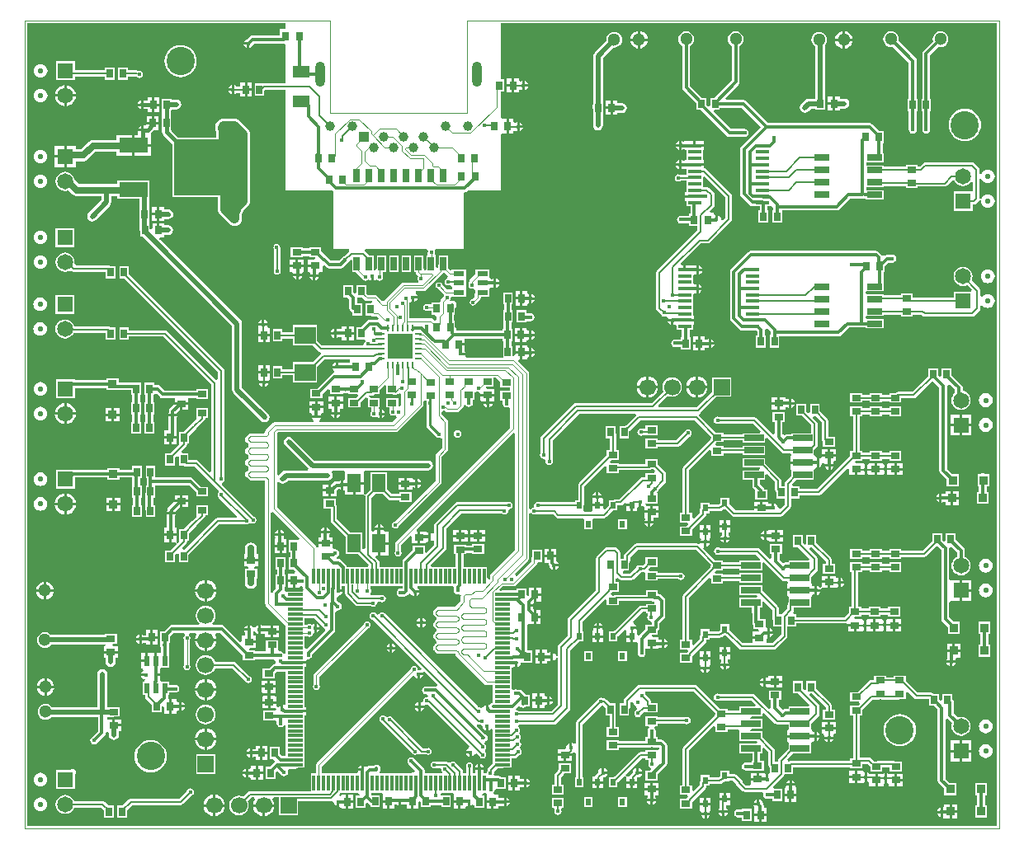
<source format=gtl>
G04*
G04 #@! TF.GenerationSoftware,Altium Limited,Altium Designer,19.0.9 (268)*
G04*
G04 Layer_Physical_Order=1*
G04 Layer_Color=255*
%FSLAX25Y25*%
%MOIN*%
G70*
G01*
G75*
%ADD10C,0.00787*%
%ADD13C,0.00984*%
%ADD18C,0.00394*%
%ADD19R,0.02520X0.05512*%
%ADD20R,0.02756X0.03740*%
%ADD21R,0.07087X0.04528*%
%ADD22R,0.03740X0.02756*%
%ADD23R,0.08661X0.07087*%
%ADD24R,0.05512X0.07480*%
%ADD25R,0.07874X0.02756*%
%ADD26R,0.06004X0.02559*%
%ADD27R,0.05512X0.01575*%
%ADD28R,0.02717X0.01102*%
%ADD29R,0.01102X0.02717*%
%ADD30R,0.09843X0.09843*%
%ADD31R,0.04331X0.02362*%
%ADD32R,0.02165X0.04331*%
%ADD33R,0.11811X0.06299*%
%ADD34R,0.24410X0.22835*%
%ADD35R,0.01181X0.06496*%
%ADD36R,0.06496X0.01181*%
%ADD37R,0.03543X0.02756*%
%ADD38R,0.02362X0.02756*%
%ADD39R,0.03740X0.03543*%
%ADD40R,0.02362X0.03150*%
%ADD41R,0.03543X0.03740*%
%ADD76C,0.02165*%
%ADD80C,0.00591*%
%ADD81C,0.01181*%
%ADD82C,0.01968*%
%ADD83C,0.00433*%
%ADD84C,0.00435*%
%ADD85C,0.03937*%
%ADD86C,0.05118*%
%ADD87C,0.00579*%
%ADD88C,0.00578*%
%ADD89C,0.01575*%
%ADD90C,0.01500*%
%ADD91C,0.02756*%
%ADD92C,0.11417*%
%ADD93C,0.06693*%
%ADD94R,0.06693X0.06693*%
%ADD95C,0.05118*%
%ADD96O,0.03937X0.10236*%
%ADD97C,0.03937*%
%ADD98R,0.03937X0.03937*%
%ADD99C,0.06496*%
%ADD100R,0.06496X0.06496*%
%ADD101R,0.06693X0.06693*%
%ADD102C,0.01772*%
%ADD103C,0.01575*%
%ADD104C,0.02756*%
%ADD105C,0.02598*%
G36*
X392697Y-1003D02*
X392697Y-325768D01*
X1003Y-325768D01*
X1003Y-1003D01*
X38730Y-1003D01*
X38730Y-1003D01*
X105118Y-1003D01*
Y-3626D01*
X102990D01*
Y-6170D01*
X92089D01*
X91474Y-6292D01*
X90954Y-6640D01*
X90954Y-6640D01*
X90021Y-7573D01*
X89520Y-7672D01*
X88896Y-8089D01*
X88480Y-8713D01*
X88433Y-8949D01*
X90256D01*
Y-9449D01*
X90756D01*
Y-11272D01*
X90992Y-11225D01*
X91615Y-10808D01*
X92032Y-10185D01*
X92053Y-10083D01*
X92754Y-9381D01*
X104581D01*
X104581Y-9381D01*
X105118Y-9933D01*
Y-25395D01*
X96619D01*
X96120Y-25494D01*
X95964Y-25598D01*
X92799D01*
Y-30520D01*
X96736D01*
Y-28428D01*
X97160Y-28004D01*
X105118D01*
Y-68804D01*
X124358D01*
X124603Y-69049D01*
X124603Y-69049D01*
X124646Y-69078D01*
Y-92520D01*
X130803D01*
X131042Y-93307D01*
X130909Y-93396D01*
X128966Y-95339D01*
X128827Y-95367D01*
X128306Y-95715D01*
X126842Y-97179D01*
X123657D01*
X122159Y-95681D01*
X121638Y-95333D01*
X121485Y-95302D01*
X119744Y-93561D01*
Y-91895D01*
X114823D01*
Y-92258D01*
X112284D01*
Y-91895D01*
X107362D01*
Y-95832D01*
X112284D01*
Y-95469D01*
X114823D01*
Y-95832D01*
X117123D01*
X117334Y-96111D01*
X116942Y-96899D01*
X114413D01*
Y-98777D01*
X117283D01*
Y-99777D01*
X114413D01*
Y-101655D01*
X115062D01*
X115265Y-102442D01*
X115153Y-102611D01*
X115106Y-102847D01*
X118752D01*
X118705Y-102611D01*
X118593Y-102442D01*
X118796Y-101655D01*
X120154D01*
Y-99330D01*
X120941Y-99004D01*
X121857Y-99920D01*
X122378Y-100268D01*
X122992Y-100390D01*
X122992Y-100390D01*
X127507D01*
X127507Y-100390D01*
X128122Y-100268D01*
X128643Y-99920D01*
X130577Y-97986D01*
X130925Y-97465D01*
X130953Y-97326D01*
X131497Y-96782D01*
X132224Y-97083D01*
Y-101811D01*
X133503D01*
X136496Y-104803D01*
X136518Y-104818D01*
X136593Y-104930D01*
X137049Y-105235D01*
X137587Y-105342D01*
X138124Y-105235D01*
X138580Y-104930D01*
X139418Y-105094D01*
X139638Y-105241D01*
X139874Y-105288D01*
Y-103465D01*
X140874D01*
Y-105288D01*
X141110Y-105241D01*
X141394Y-105051D01*
X142274Y-104950D01*
X142730Y-105255D01*
X143268Y-105362D01*
X143805Y-105255D01*
X144261Y-104950D01*
X144566Y-104494D01*
X144673Y-103957D01*
X144566Y-103419D01*
X144493Y-103310D01*
Y-101811D01*
X145925D01*
Y-95118D01*
X142224D01*
Y-100166D01*
X142136Y-100299D01*
X142042Y-100768D01*
Y-100820D01*
X141255Y-101266D01*
X140925Y-101069D01*
Y-95118D01*
X139211D01*
X137489Y-93396D01*
X137356Y-93307D01*
X137595Y-92520D01*
X162371Y-92520D01*
X162792Y-93307D01*
X162783Y-93322D01*
X162668Y-93898D01*
X162754Y-94331D01*
X162478Y-94854D01*
X162266Y-95118D01*
X162224D01*
Y-100515D01*
X161665Y-101070D01*
X161437Y-101068D01*
X161211Y-100792D01*
X161117Y-100323D01*
X160925Y-100036D01*
Y-95118D01*
X157224D01*
Y-101811D01*
X157850D01*
Y-101873D01*
X157943Y-102342D01*
X158208Y-102739D01*
X158808Y-103339D01*
Y-103762D01*
X158761Y-103832D01*
X158654Y-104370D01*
X158761Y-104908D01*
X158970Y-105220D01*
X158804Y-105742D01*
X158621Y-106007D01*
X152957D01*
X152488Y-106101D01*
X152090Y-106366D01*
X145484Y-112973D01*
X145259Y-113309D01*
X145017Y-113400D01*
X144391Y-113493D01*
X142331Y-111433D01*
X141933Y-111167D01*
X141464Y-111074D01*
X138643D01*
X137943Y-110373D01*
Y-107185D01*
X134006D01*
Y-110198D01*
X133219Y-110524D01*
X132529Y-109836D01*
Y-107185D01*
X128593D01*
Y-112106D01*
X130259D01*
X130958Y-112806D01*
Y-113273D01*
X130958Y-113273D01*
X131071Y-113841D01*
Y-116450D01*
X131194Y-117064D01*
X131542Y-117585D01*
X132063Y-117933D01*
X132333Y-117987D01*
Y-119390D01*
X136270D01*
Y-114469D01*
X134283D01*
Y-113386D01*
X134185Y-112894D01*
X134322Y-112106D01*
X134452Y-112106D01*
X136210D01*
X137269Y-113165D01*
X137667Y-113431D01*
X138136Y-113524D01*
X140326D01*
X140431Y-113681D01*
X140010Y-114469D01*
X137746D01*
Y-119390D01*
X139950D01*
X140009Y-119448D01*
X140406Y-119714D01*
X140875Y-119807D01*
X142225D01*
X142886Y-120468D01*
X142499Y-121194D01*
X142475Y-121190D01*
X142475Y-121190D01*
X139183D01*
X138569Y-121312D01*
X138048Y-121660D01*
X138048Y-121660D01*
X135593Y-124114D01*
X133927D01*
Y-129035D01*
X137238D01*
X137491Y-129814D01*
X137186Y-130269D01*
X137079Y-130807D01*
X136466Y-131576D01*
X120006D01*
X118110Y-129679D01*
Y-123248D01*
X108268D01*
Y-126083D01*
X104075D01*
Y-124921D01*
X100138D01*
Y-129843D01*
X104075D01*
Y-128681D01*
X108268D01*
Y-131516D01*
X116274D01*
X118550Y-133792D01*
X118972Y-134074D01*
X119306Y-134140D01*
X119499Y-134620D01*
X119523Y-134960D01*
X116274Y-138209D01*
X108268D01*
Y-141044D01*
X104075D01*
Y-139882D01*
X100138D01*
Y-144803D01*
X104075D01*
Y-143641D01*
X108268D01*
Y-146476D01*
X118110D01*
Y-140045D01*
X121030Y-137125D01*
X130534D01*
X131254Y-137287D01*
Y-138552D01*
X126976D01*
X126720Y-138381D01*
X126484Y-138334D01*
Y-140157D01*
X125984D01*
Y-140657D01*
X124161D01*
X124208Y-140893D01*
X124625Y-141517D01*
X125048Y-141800D01*
X124995Y-142339D01*
X124887Y-142604D01*
X124356Y-142710D01*
X123835Y-143058D01*
X123835Y-143058D01*
X117906Y-148986D01*
X115256D01*
Y-152923D01*
X120177D01*
Y-151257D01*
X122402Y-149032D01*
X123130Y-149333D01*
Y-151230D01*
X128051D01*
Y-151230D01*
X128839Y-150905D01*
X129134Y-150964D01*
X129619Y-150867D01*
X130610D01*
Y-151230D01*
X134380D01*
X134681Y-151958D01*
X133932Y-152707D01*
X130610D01*
Y-156644D01*
X135531D01*
Y-154779D01*
X137763Y-152548D01*
X138484Y-152940D01*
X138484Y-153398D01*
Y-156644D01*
X139819D01*
Y-158476D01*
X139726Y-158616D01*
X139619Y-159153D01*
X139726Y-159691D01*
X140030Y-160147D01*
X140486Y-160451D01*
X141024Y-160558D01*
X141561Y-160451D01*
X142017Y-160147D01*
X142426Y-160464D01*
X142452Y-160501D01*
X143043Y-160896D01*
X143240Y-160936D01*
Y-159213D01*
Y-157023D01*
X142971Y-156740D01*
X142995Y-156644D01*
X143405D01*
Y-152707D01*
X139550D01*
X139131Y-152094D01*
X139102Y-151919D01*
X139146Y-151846D01*
X139991D01*
X140488Y-151747D01*
X140909Y-151466D01*
X141144Y-151230D01*
X143405D01*
Y-149328D01*
X145177Y-147557D01*
X145965Y-147883D01*
Y-151230D01*
X148691D01*
X148705Y-151245D01*
X148706Y-151245D01*
X149096Y-151506D01*
X149557Y-151598D01*
X150018Y-151506D01*
X150409Y-151245D01*
X150424Y-151230D01*
X150886D01*
Y-151056D01*
X151256Y-150772D01*
X152044Y-151161D01*
Y-155603D01*
X151284Y-156091D01*
X150886Y-155887D01*
Y-152707D01*
X145965D01*
Y-156644D01*
X147319D01*
Y-157688D01*
X147226Y-157828D01*
X147119Y-158366D01*
X147226Y-158904D01*
X147530Y-159360D01*
X147986Y-159664D01*
X148524Y-159771D01*
X149061Y-159664D01*
X149525Y-159658D01*
X149901Y-159894D01*
X150015Y-160060D01*
X150141Y-160755D01*
X148320Y-162575D01*
X119087D01*
X118848Y-161788D01*
X119135Y-161596D01*
X119552Y-160972D01*
X119599Y-160736D01*
X115952D01*
X115999Y-160972D01*
X116416Y-161596D01*
X116703Y-161788D01*
X116465Y-162575D01*
X100886D01*
X100886Y-162575D01*
X100425Y-162667D01*
X100034Y-162928D01*
X97377Y-165585D01*
X97116Y-165976D01*
X97024Y-166437D01*
X96555Y-167044D01*
X91275D01*
X90814Y-167136D01*
X90423Y-167397D01*
X90162Y-167787D01*
X90153Y-167835D01*
X89941Y-167977D01*
X89799Y-168189D01*
X89751Y-168199D01*
X89360Y-168460D01*
X89099Y-168850D01*
X89008Y-169311D01*
Y-169547D01*
X89099Y-170008D01*
X89360Y-170399D01*
X89751Y-170660D01*
X89799Y-170669D01*
X89941Y-170881D01*
X90153Y-171023D01*
X90162Y-171071D01*
X90423Y-171462D01*
X90423Y-172121D01*
X90162Y-172512D01*
X90153Y-172560D01*
X89941Y-172701D01*
X89799Y-172913D01*
X89751Y-172923D01*
X89360Y-173184D01*
X89099Y-173575D01*
X89008Y-174036D01*
Y-174272D01*
X89099Y-174732D01*
X89360Y-175123D01*
X89751Y-175384D01*
X89799Y-175394D01*
X89941Y-175606D01*
X90153Y-175747D01*
X90162Y-175795D01*
X90423Y-176186D01*
Y-176845D01*
X90162Y-177236D01*
X90153Y-177284D01*
X89941Y-177426D01*
X89799Y-177638D01*
X89751Y-177647D01*
X89360Y-177908D01*
X89099Y-178299D01*
X89008Y-178760D01*
Y-178996D01*
X89099Y-179457D01*
X89360Y-179848D01*
X89751Y-180109D01*
X89799Y-180118D01*
X89941Y-180330D01*
X90153Y-180472D01*
X90162Y-180520D01*
X90423Y-180911D01*
Y-181570D01*
X90162Y-181960D01*
X90153Y-182009D01*
X89941Y-182150D01*
X89799Y-182362D01*
X89751Y-182372D01*
X89360Y-182633D01*
X89099Y-183024D01*
X89008Y-183484D01*
Y-183721D01*
X89099Y-184181D01*
X89360Y-184572D01*
X89751Y-184833D01*
X89799Y-184843D01*
X89941Y-185055D01*
X90153Y-185196D01*
X90162Y-185244D01*
X90423Y-185635D01*
X90814Y-185896D01*
X91275Y-185988D01*
X97024D01*
Y-191870D01*
Y-195413D01*
Y-235956D01*
X97024Y-235956D01*
X97116Y-236417D01*
X97377Y-236808D01*
X105043Y-244474D01*
X105433Y-244734D01*
Y-247165D01*
Y-251102D01*
Y-256163D01*
X104646Y-256240D01*
X104633Y-256177D01*
X104285Y-255656D01*
X103764Y-255308D01*
X103150Y-255186D01*
X102655Y-255284D01*
X102603D01*
X102362Y-254596D01*
X102362D01*
Y-250659D01*
X97441D01*
Y-254596D01*
X97441D01*
X97200Y-255284D01*
X93012D01*
Y-254774D01*
X90711D01*
X90500Y-254494D01*
X90893Y-253707D01*
X93421D01*
Y-251829D01*
X90551D01*
Y-250829D01*
X93421D01*
Y-248951D01*
X92157D01*
Y-247350D01*
X92181Y-247314D01*
X92295Y-247279D01*
X92941D01*
X93056Y-247314D01*
X93325Y-247718D01*
X93949Y-248135D01*
X94185Y-248182D01*
Y-246358D01*
Y-244535D01*
X93949Y-244582D01*
X93325Y-244999D01*
X93056Y-245403D01*
X92941Y-245437D01*
X92295D01*
X92181Y-245403D01*
X91911Y-244999D01*
X91287Y-244582D01*
X91051Y-244535D01*
Y-246358D01*
X90551D01*
Y-246858D01*
X88728D01*
X88775Y-247094D01*
X88946Y-247350D01*
Y-248951D01*
X87681D01*
Y-251065D01*
X86954Y-251366D01*
X80673Y-245085D01*
X80152Y-244737D01*
X79537Y-244615D01*
X79537Y-244615D01*
X75794D01*
X75527Y-243827D01*
X75881Y-243556D01*
X76512Y-242734D01*
X76909Y-241776D01*
X77044Y-240748D01*
X76909Y-239720D01*
X76512Y-238763D01*
X75881Y-237940D01*
X75059Y-237309D01*
X74101Y-236912D01*
X73073Y-236777D01*
X72045Y-236912D01*
X71088Y-237309D01*
X70265Y-237940D01*
X69634Y-238763D01*
X69237Y-239720D01*
X69102Y-240748D01*
X69237Y-241776D01*
X69634Y-242734D01*
X70265Y-243556D01*
X70619Y-243827D01*
X70352Y-244615D01*
X59374D01*
X59374Y-244615D01*
X58759Y-244737D01*
X58239Y-245085D01*
X58239Y-245085D01*
X56286Y-247038D01*
X54620D01*
Y-251225D01*
X54620Y-251959D01*
X54620D01*
X54620Y-251959D01*
X54654Y-252090D01*
X54723Y-252846D01*
X54773Y-253095D01*
X54845Y-253460D01*
X55007Y-253702D01*
Y-255203D01*
X54980Y-255979D01*
X53397D01*
Y-259144D01*
X52397D01*
Y-255979D01*
X49657D01*
Y-259144D01*
X49157D01*
Y-259644D01*
X47074D01*
Y-262310D01*
X47740D01*
X47897Y-263097D01*
X47437Y-263404D01*
X47020Y-264028D01*
X46973Y-264264D01*
X48797D01*
Y-265264D01*
X46973D01*
X47020Y-265500D01*
X47437Y-266123D01*
X48061Y-266540D01*
X48485Y-266624D01*
X48407Y-267412D01*
X47484D01*
Y-272924D01*
X48640D01*
Y-273561D01*
X48739Y-274061D01*
X49022Y-274484D01*
X51394Y-276856D01*
Y-279932D01*
X55331D01*
Y-277631D01*
X55610Y-277421D01*
X56398Y-277813D01*
Y-280341D01*
X58276D01*
Y-277471D01*
Y-274601D01*
X58250D01*
X57842Y-274105D01*
X57842Y-274105D01*
Y-272924D01*
X58311D01*
Y-271980D01*
X60827D01*
X61441Y-271858D01*
X61962Y-271509D01*
X62310Y-270988D01*
X62432Y-270374D01*
X62310Y-269760D01*
X61962Y-269239D01*
X61441Y-268891D01*
X60827Y-268768D01*
X58311D01*
Y-267412D01*
X54980D01*
Y-267002D01*
X54556D01*
Y-265654D01*
X54727Y-265399D01*
X54773Y-265163D01*
X52950D01*
Y-264163D01*
X54773D01*
X54727Y-263927D01*
X54529Y-263632D01*
Y-262310D01*
X54980D01*
Y-261900D01*
X58311D01*
Y-256388D01*
X58218D01*
Y-251959D01*
X58557D01*
Y-249309D01*
X60039Y-247826D01*
X64367D01*
X64606Y-248614D01*
X64459Y-248711D01*
X64155Y-249167D01*
X64048Y-249705D01*
X64155Y-250242D01*
X64249Y-250383D01*
Y-260838D01*
X64155Y-260978D01*
X64048Y-261516D01*
X64155Y-262053D01*
X64459Y-262509D01*
X64915Y-262814D01*
X65453Y-262921D01*
X65990Y-262814D01*
X66446Y-262509D01*
X66751Y-262053D01*
X66858Y-261516D01*
X66751Y-260978D01*
X66657Y-260838D01*
Y-250383D01*
X66751Y-250242D01*
X66858Y-249705D01*
X66751Y-249167D01*
X66446Y-248711D01*
X66300Y-248614D01*
X66539Y-247826D01*
X68946D01*
X69295Y-248532D01*
X69276Y-248556D01*
X68839Y-249613D01*
X68755Y-250248D01*
X73073D01*
X77391D01*
X77308Y-249613D01*
X76870Y-248556D01*
X76851Y-248532D01*
X77200Y-247826D01*
X78872D01*
X88090Y-257044D01*
Y-258711D01*
X93012D01*
Y-258495D01*
X100575D01*
X101227Y-259252D01*
X101285Y-259542D01*
X101248Y-259704D01*
X100801Y-260352D01*
X100715Y-260407D01*
X100492Y-260452D01*
X99971Y-260800D01*
X99971Y-260800D01*
X98713Y-262057D01*
X96063D01*
Y-265994D01*
X100984D01*
Y-264328D01*
X101771Y-263541D01*
X102978D01*
X102978Y-263541D01*
X103592Y-263419D01*
X103713Y-263338D01*
X105433D01*
Y-268819D01*
Y-272756D01*
Y-276525D01*
X105059Y-276826D01*
X104677Y-276962D01*
X104646Y-276958D01*
X104437Y-276917D01*
Y-278740D01*
X103437D01*
Y-276917D01*
X103201Y-276964D01*
X102577Y-277381D01*
X102378Y-277679D01*
X101591Y-277440D01*
Y-276337D01*
X99220D01*
Y-278215D01*
X101316D01*
X101627Y-278448D01*
X101405Y-279233D01*
X101357Y-279265D01*
X101181Y-279281D01*
Y-279281D01*
X96260D01*
Y-283219D01*
X101181D01*
X101662Y-283807D01*
Y-284350D01*
X101784Y-284965D01*
X102132Y-285486D01*
X102653Y-285834D01*
X103267Y-285956D01*
X103882Y-285834D01*
X104403Y-285486D01*
X104646Y-285122D01*
X105433Y-285264D01*
Y-288504D01*
Y-292441D01*
Y-297528D01*
X103982D01*
X102903Y-296450D01*
Y-293799D01*
X98966D01*
Y-298721D01*
X100228D01*
X100887Y-299403D01*
X100864Y-299939D01*
X100814Y-300015D01*
X98861Y-301969D01*
X97195D01*
Y-306890D01*
X101132D01*
Y-304239D01*
X101880Y-303491D01*
X103589Y-305200D01*
X104110Y-305548D01*
X104724Y-305670D01*
X105339Y-305548D01*
X105860Y-305200D01*
X106208Y-304679D01*
X106330Y-304064D01*
X106217Y-303495D01*
X106216Y-303436D01*
X106659Y-302708D01*
X109272D01*
X109886Y-302586D01*
X110339Y-302284D01*
X113110D01*
Y-300315D01*
Y-296378D01*
Y-292441D01*
Y-288504D01*
Y-284567D01*
Y-281039D01*
X113520D01*
Y-279949D01*
X109909D01*
X109886Y-279934D01*
X109272Y-279812D01*
Y-278949D01*
X113520D01*
Y-277858D01*
X113110D01*
Y-272756D01*
Y-268819D01*
Y-264882D01*
Y-261354D01*
X113520D01*
Y-260264D01*
X109909D01*
X109886Y-260249D01*
X109272Y-260126D01*
Y-259264D01*
X113520D01*
Y-258950D01*
X113538Y-258913D01*
X114307Y-258365D01*
X114469Y-258397D01*
X115083Y-258275D01*
X115604Y-257927D01*
X115952Y-257406D01*
X116074Y-256791D01*
Y-256511D01*
X124974Y-247612D01*
X124974Y-247612D01*
X125322Y-247091D01*
X125444Y-246476D01*
Y-239318D01*
X126136Y-238653D01*
X126398D01*
X127012Y-238531D01*
X127533Y-238183D01*
X127881Y-237662D01*
X128003Y-237047D01*
X127881Y-236433D01*
X127533Y-235912D01*
X127012Y-235564D01*
X126901Y-235542D01*
X126150Y-234790D01*
X125968Y-234669D01*
Y-233368D01*
X126490Y-232669D01*
X127226Y-232523D01*
X127849Y-232106D01*
X128266Y-231482D01*
X128313Y-231246D01*
X126490D01*
Y-230246D01*
X128313D01*
X128266Y-230010D01*
X128102Y-229764D01*
Y-228661D01*
X129424D01*
Y-231968D01*
X129523Y-232468D01*
X129806Y-232891D01*
X133507Y-236592D01*
X133930Y-236875D01*
X134429Y-236974D01*
X139964D01*
X140093Y-237060D01*
X140669Y-237175D01*
X141245Y-237060D01*
X141734Y-236734D01*
X142060Y-236245D01*
X142175Y-235669D01*
X142606Y-235143D01*
X143586D01*
X143715Y-235229D01*
X144291Y-235344D01*
X144867Y-235229D01*
X145356Y-234903D01*
X145682Y-234415D01*
X145797Y-233839D01*
X145682Y-233262D01*
X145356Y-232774D01*
X144867Y-232448D01*
X144291Y-232333D01*
X143715Y-232448D01*
X143586Y-232534D01*
X139807D01*
X139595Y-232154D01*
X139494Y-231747D01*
X139790Y-231303D01*
X139913Y-230689D01*
X139790Y-230075D01*
X139511Y-229657D01*
Y-228661D01*
X152450D01*
Y-229844D01*
X151874D01*
X151260Y-229967D01*
X150739Y-230315D01*
X150739Y-230315D01*
X150626Y-230428D01*
X150278Y-230948D01*
X150155Y-231563D01*
X150278Y-232177D01*
X150626Y-232698D01*
X151147Y-233046D01*
X151761Y-233169D01*
X152329Y-233056D01*
X153353D01*
X153353Y-233056D01*
X153968Y-232933D01*
X154489Y-232585D01*
X155064Y-232010D01*
X155304Y-231967D01*
X155474Y-231974D01*
X155989Y-232096D01*
X156256Y-232496D01*
X156880Y-232912D01*
X157116Y-232959D01*
Y-231136D01*
X157616D01*
Y-230636D01*
X159439D01*
X159392Y-230400D01*
X158975Y-229776D01*
X158485Y-229449D01*
X158552Y-228830D01*
X158616Y-228661D01*
X172905D01*
X173310Y-229156D01*
X173310Y-229156D01*
Y-230023D01*
X173197Y-230591D01*
X173320Y-231205D01*
X173668Y-231726D01*
X174189Y-232074D01*
X174803Y-232196D01*
X175418Y-232074D01*
X175508Y-232014D01*
X175989Y-232367D01*
X176130Y-232545D01*
X176051Y-232941D01*
X176051Y-232941D01*
Y-234773D01*
X174285Y-236540D01*
X174023Y-236930D01*
X173974Y-237182D01*
X167074D01*
X166613Y-237273D01*
X166223Y-237534D01*
X165961Y-237925D01*
X165952Y-237973D01*
X165740Y-238115D01*
X165598Y-238327D01*
X165550Y-238336D01*
X165159Y-238597D01*
X164899Y-238988D01*
X164807Y-239449D01*
Y-239685D01*
X164899Y-240146D01*
X165159Y-240537D01*
X165550Y-240798D01*
X165598Y-240807D01*
X165740Y-241019D01*
X165952Y-241161D01*
X165961Y-241209D01*
X166223Y-241600D01*
Y-242259D01*
X165961Y-242649D01*
X165952Y-242698D01*
X165740Y-242839D01*
X165598Y-243051D01*
X165550Y-243061D01*
X165159Y-243322D01*
X164899Y-243712D01*
X164807Y-244173D01*
Y-244409D01*
X164899Y-244870D01*
X165159Y-245261D01*
X165550Y-245522D01*
X165598Y-245532D01*
X165740Y-245743D01*
X165952Y-245885D01*
X165961Y-245933D01*
X166223Y-246324D01*
X166223Y-246983D01*
X165962Y-247374D01*
X165952Y-247422D01*
X165740Y-247564D01*
X165598Y-247776D01*
X165550Y-247785D01*
X165159Y-248046D01*
X164899Y-248437D01*
X164807Y-248898D01*
Y-249134D01*
X164899Y-249595D01*
X165159Y-249985D01*
X165550Y-250246D01*
X165598Y-250256D01*
X165740Y-250468D01*
X165952Y-250609D01*
X165962Y-250658D01*
X166223Y-251048D01*
Y-251708D01*
X165962Y-252098D01*
X165952Y-252146D01*
X165740Y-252288D01*
X165598Y-252500D01*
X165550Y-252509D01*
X165159Y-252770D01*
X164899Y-253161D01*
X164807Y-253622D01*
Y-253858D01*
X164899Y-254319D01*
X165159Y-254710D01*
X165550Y-254971D01*
X165598Y-254980D01*
X165740Y-255192D01*
X165952Y-255334D01*
X165962Y-255382D01*
X166223Y-255773D01*
X166613Y-256034D01*
X167074Y-256125D01*
X173172D01*
X173932Y-256215D01*
X174023Y-256676D01*
X174285Y-257067D01*
X185707Y-268489D01*
X186098Y-268750D01*
X186559Y-268842D01*
X189094D01*
Y-270787D01*
Y-275890D01*
X188559Y-275997D01*
X188038Y-276345D01*
X187800Y-276701D01*
X187566Y-276747D01*
X187331Y-276700D01*
Y-278524D01*
X186331D01*
Y-276700D01*
X186095Y-276747D01*
X185471Y-277164D01*
X185054Y-277788D01*
X185051Y-277806D01*
X184926Y-277898D01*
X184188Y-278105D01*
X183942Y-277940D01*
X183409Y-277834D01*
X145558Y-239983D01*
X145435Y-239900D01*
X145395Y-239841D01*
X144907Y-239515D01*
X144331Y-239400D01*
X143755Y-239515D01*
X143266Y-239841D01*
X143071Y-240133D01*
X142368Y-240319D01*
X142140Y-240315D01*
X141928Y-240103D01*
X141793Y-239900D01*
X141304Y-239574D01*
X140728Y-239459D01*
X140152Y-239574D01*
X139664Y-239900D01*
X139338Y-240388D01*
X139223Y-240965D01*
X139338Y-241541D01*
X139664Y-242029D01*
X140152Y-242355D01*
X140575Y-242439D01*
X160378Y-262242D01*
X159876Y-262854D01*
X159772Y-262785D01*
X159075Y-262646D01*
X159035Y-262654D01*
X158688Y-262598D01*
X158581Y-262061D01*
X158277Y-261605D01*
X157821Y-261300D01*
X157283Y-261193D01*
X156746Y-261300D01*
X156290Y-261605D01*
X155985Y-262061D01*
X155953Y-262226D01*
X117849Y-300330D01*
X117588Y-300720D01*
X117497Y-301181D01*
X117497Y-301181D01*
Y-304646D01*
X115472D01*
Y-311687D01*
X90984D01*
X90485Y-311787D01*
X90062Y-312070D01*
X88165Y-313966D01*
X87485Y-313684D01*
X86457Y-313549D01*
X85429Y-313684D01*
X84471Y-314081D01*
X83649Y-314712D01*
X83018Y-315534D01*
X82621Y-316492D01*
X82486Y-317520D01*
X82621Y-318548D01*
X83018Y-319505D01*
X83649Y-320328D01*
X84471Y-320959D01*
X85429Y-321355D01*
X86457Y-321491D01*
X87485Y-321355D01*
X88442Y-320959D01*
X89265Y-320328D01*
X89896Y-319505D01*
X90292Y-318548D01*
X90428Y-317520D01*
X90292Y-316492D01*
X90010Y-315811D01*
X91525Y-314297D01*
X92459D01*
X92847Y-315084D01*
X92660Y-315328D01*
X92222Y-316385D01*
X92139Y-317020D01*
X96457D01*
X100775D01*
X100691Y-316385D01*
X100253Y-315328D01*
X100066Y-315084D01*
X100455Y-314297D01*
X102520D01*
Y-321457D01*
X110394D01*
Y-315773D01*
X123635D01*
X123934Y-315714D01*
X124462Y-316028D01*
X124675Y-316259D01*
X124798Y-316878D01*
X125215Y-317501D01*
X125839Y-317918D01*
X126075Y-317965D01*
Y-316142D01*
X127075D01*
Y-317965D01*
X127081Y-317964D01*
X127708Y-318328D01*
X127868Y-318493D01*
Y-318913D01*
X129746D01*
Y-316043D01*
Y-313173D01*
X127868D01*
Y-313413D01*
X127149Y-313955D01*
X127116Y-313945D01*
X126892Y-313056D01*
X127123Y-312825D01*
X127406Y-312402D01*
X127422Y-312323D01*
X134748D01*
Y-312732D01*
X134792D01*
X135213Y-313520D01*
X135171Y-313583D01*
X133691D01*
Y-318504D01*
X137628D01*
Y-316918D01*
X138415Y-316592D01*
X138806Y-316982D01*
X139327Y-317330D01*
X139498Y-317364D01*
Y-318307D01*
X143435D01*
Y-313386D01*
X139913D01*
Y-312323D01*
X144179D01*
X144502Y-312976D01*
Y-315347D01*
X146880D01*
Y-315846D01*
X147380D01*
Y-318717D01*
X149258D01*
Y-317157D01*
X150347D01*
X150603Y-317328D01*
X150839Y-317374D01*
Y-315551D01*
X151839D01*
Y-317374D01*
X152074Y-317328D01*
X152330Y-317157D01*
X154148D01*
Y-318717D01*
X156026D01*
Y-315846D01*
X157026D01*
Y-318717D01*
X158904D01*
Y-316317D01*
X159691Y-315913D01*
X159970Y-316113D01*
Y-318307D01*
X163908D01*
Y-317452D01*
X168159D01*
Y-318307D01*
X172097D01*
Y-313386D01*
X168159D01*
Y-313386D01*
X168089Y-313380D01*
X167876Y-313192D01*
X167844Y-313110D01*
X168385Y-312323D01*
X172840D01*
X173163Y-312976D01*
Y-315347D01*
X175541D01*
Y-315846D01*
X176041D01*
Y-318717D01*
X177919D01*
Y-318143D01*
X178632Y-317734D01*
X178707Y-317732D01*
X178890Y-317768D01*
Y-315945D01*
X179890D01*
Y-317768D01*
X180126Y-317721D01*
X180749Y-317304D01*
X180758Y-317292D01*
X181545Y-317531D01*
Y-318504D01*
X185482D01*
Y-313583D01*
X184579D01*
X184537Y-313520D01*
X184958Y-312732D01*
X185173D01*
Y-312323D01*
X186270D01*
X186380Y-312456D01*
X186549Y-313173D01*
X186549D01*
Y-315543D01*
X188927D01*
Y-316043D01*
X189427D01*
Y-318913D01*
X191305D01*
Y-317747D01*
X193005D01*
X193260Y-317918D01*
X193496Y-317965D01*
Y-316142D01*
Y-314318D01*
X193260Y-314365D01*
X193005Y-314536D01*
X191305D01*
Y-313173D01*
X189494D01*
X189255Y-312386D01*
X189300Y-312356D01*
X189648Y-311835D01*
X189709Y-311526D01*
X190207Y-310945D01*
X194144D01*
Y-306024D01*
X192455D01*
X192002Y-305721D01*
X191388Y-305599D01*
X191388Y-305599D01*
X189920D01*
X189689Y-305350D01*
X189504Y-305062D01*
X189443Y-304812D01*
X189464Y-304779D01*
X189564Y-304280D01*
Y-303659D01*
X190816Y-302407D01*
X192933D01*
X193432Y-302308D01*
X193468Y-302284D01*
X196772D01*
Y-298470D01*
X197835D01*
X198334Y-298371D01*
X198757Y-298088D01*
X199656Y-297189D01*
X199808Y-297158D01*
X200297Y-296832D01*
X200623Y-296344D01*
X200738Y-295768D01*
X200623Y-295192D01*
X200297Y-294703D01*
X200236Y-294663D01*
X200084Y-293841D01*
X200143Y-293726D01*
X200407Y-293332D01*
X200521Y-292756D01*
X200407Y-292180D01*
X200080Y-291691D01*
X199903Y-290889D01*
X199990Y-290757D01*
X200229Y-290399D01*
X200344Y-289823D01*
X200229Y-289247D01*
X199903Y-288758D01*
X199553Y-288217D01*
X199809Y-287821D01*
X199875Y-287722D01*
X199989Y-287146D01*
X199875Y-286570D01*
X199549Y-286081D01*
X199498Y-286047D01*
X199401Y-285081D01*
X199710Y-284808D01*
X213779D01*
X214279Y-284709D01*
X214702Y-284426D01*
X219958Y-279170D01*
X220241Y-278747D01*
X220340Y-278248D01*
Y-254802D01*
X223961Y-251181D01*
X225659D01*
Y-247244D01*
X225192D01*
Y-243385D01*
X234282Y-234295D01*
X235010Y-234596D01*
Y-236644D01*
X239931D01*
Y-234936D01*
X252185D01*
X252684Y-234837D01*
X253044Y-234597D01*
X253215Y-234767D01*
X253736Y-235115D01*
X254195Y-235207D01*
X254118Y-235994D01*
X250807D01*
Y-236658D01*
X248917D01*
X248418Y-236757D01*
X247995Y-237040D01*
X238124Y-246911D01*
X238054Y-246925D01*
X237631Y-247207D01*
X237594Y-247244D01*
X235896D01*
Y-251181D01*
X239439D01*
Y-249208D01*
X239672Y-249052D01*
X242383Y-246341D01*
X242967Y-246872D01*
Y-248713D01*
X245148D01*
Y-249213D01*
X245648D01*
Y-251590D01*
X247329D01*
X247568Y-252279D01*
Y-255866D01*
X247690Y-256481D01*
X248038Y-257001D01*
X248559Y-257350D01*
X249173Y-257472D01*
X249788Y-257350D01*
X250309Y-257001D01*
X250657Y-256481D01*
X250779Y-255866D01*
Y-254297D01*
X252718D01*
Y-251919D01*
X253718D01*
Y-254297D01*
X256089D01*
Y-253653D01*
X256942D01*
X257197Y-253824D01*
X257433Y-253871D01*
Y-252047D01*
Y-250224D01*
X257197Y-250271D01*
X256942Y-250442D01*
X256089D01*
Y-249541D01*
X253560D01*
X253168Y-248754D01*
X253379Y-248474D01*
X255679D01*
Y-246808D01*
X255929Y-246559D01*
X256277Y-246038D01*
X256399Y-245423D01*
X256399Y-245423D01*
Y-243943D01*
X258301Y-242041D01*
X258301Y-242041D01*
X258649Y-241520D01*
X258771Y-240905D01*
X258771Y-240905D01*
Y-234764D01*
X258771Y-234764D01*
X258649Y-234149D01*
X258301Y-233628D01*
X257169Y-232497D01*
X256648Y-232149D01*
X256033Y-232026D01*
X255728Y-231355D01*
Y-230581D01*
X250807D01*
Y-232327D01*
X238514D01*
X238015Y-232427D01*
X237627Y-232686D01*
X237047Y-232581D01*
X236766Y-231811D01*
X236818Y-231759D01*
X237101Y-231336D01*
X237122Y-231230D01*
X239931D01*
Y-227293D01*
X238775D01*
Y-225665D01*
X239503Y-225363D01*
X240160Y-226021D01*
X240583Y-226304D01*
X241083Y-226403D01*
X245079D01*
X245578Y-226304D01*
X246001Y-226021D01*
X248889Y-223134D01*
X249041Y-223103D01*
X249169Y-223017D01*
X250276D01*
X250758Y-223724D01*
Y-226644D01*
X255679D01*
Y-225980D01*
X264005D01*
X264444Y-226273D01*
X265020Y-226387D01*
X265596Y-226273D01*
X266084Y-225946D01*
X266410Y-225458D01*
X266525Y-224882D01*
X266410Y-224306D01*
X266084Y-223817D01*
X265596Y-223491D01*
X265020Y-223377D01*
X264931Y-223394D01*
X264813Y-223371D01*
X255679D01*
Y-222707D01*
X252240D01*
X251914Y-221919D01*
X252603Y-221230D01*
X255679D01*
Y-217293D01*
X250758D01*
Y-219385D01*
X249735Y-220408D01*
X249169D01*
X249041Y-220322D01*
X248465Y-220207D01*
X247888Y-220322D01*
X247400Y-220648D01*
X247074Y-221136D01*
X247044Y-221289D01*
X244538Y-223794D01*
X241875D01*
X241576Y-223406D01*
X241944Y-222618D01*
X244114D01*
Y-219542D01*
X244151Y-219505D01*
X244434Y-219082D01*
X244533Y-218583D01*
Y-217174D01*
X247489Y-214218D01*
X271064D01*
X277126Y-220280D01*
Y-220527D01*
X277089Y-220564D01*
X276806Y-220987D01*
X276719Y-221426D01*
X266076Y-232070D01*
X265793Y-232493D01*
X265693Y-232992D01*
Y-250443D01*
X264537D01*
Y-254380D01*
X267569D01*
X267870Y-255107D01*
X267650Y-255328D01*
X267368Y-255751D01*
X267347Y-255856D01*
X264537D01*
Y-259793D01*
X269459D01*
Y-257701D01*
X269495Y-257665D01*
X269778Y-257241D01*
X269865Y-256802D01*
X274909Y-251759D01*
X275191Y-251336D01*
X275291Y-250837D01*
Y-250590D01*
X276644D01*
Y-249730D01*
X280778D01*
X281277Y-249630D01*
X281700Y-249348D01*
X282043Y-249004D01*
X282360Y-248941D01*
X282746Y-248683D01*
X283133Y-248941D01*
X283449Y-249004D01*
X288615Y-254170D01*
X289038Y-254453D01*
X289537Y-254553D01*
X302559D01*
X303058Y-254453D01*
X303482Y-254170D01*
X307714Y-249938D01*
X307997Y-249515D01*
X308096Y-249016D01*
Y-245138D01*
X311644D01*
Y-243982D01*
X331516D01*
X331746Y-243936D01*
X332214Y-244195D01*
X335404D01*
Y-244695D01*
X335904D01*
Y-247073D01*
X338274D01*
Y-247073D01*
X338870Y-246689D01*
Y-244705D01*
Y-242716D01*
X338274Y-242317D01*
Y-242317D01*
X335319D01*
X334927Y-241529D01*
X335138Y-241250D01*
X337864D01*
Y-240586D01*
X340817D01*
Y-241250D01*
X345738D01*
Y-240586D01*
X348691D01*
Y-241250D01*
X353612D01*
Y-237313D01*
X348691D01*
Y-237977D01*
X345738D01*
Y-237313D01*
X340817D01*
Y-237977D01*
X337864D01*
Y-237313D01*
X336708D01*
Y-223159D01*
X338356D01*
Y-222496D01*
X341309D01*
Y-223159D01*
X346230D01*
Y-222496D01*
X349183D01*
Y-223159D01*
X354104D01*
Y-219222D01*
X349183D01*
Y-219886D01*
X346230D01*
Y-219222D01*
X341309D01*
Y-219886D01*
X338356D01*
Y-219222D01*
X333435D01*
Y-223159D01*
X334099D01*
Y-237313D01*
X332943D01*
Y-239405D01*
X330975Y-241373D01*
X311644D01*
Y-240216D01*
X310509D01*
X310208Y-239489D01*
X310273Y-239424D01*
X310556Y-239000D01*
X310655Y-238501D01*
Y-237441D01*
X317520D01*
Y-233638D01*
X317520Y-233504D01*
X317843Y-232850D01*
X317929D01*
Y-232567D01*
X318717Y-232238D01*
X318851Y-232328D01*
X319087Y-232375D01*
Y-230551D01*
Y-228728D01*
X318851Y-228775D01*
X318710Y-228869D01*
X318701Y-228867D01*
X318701Y-228867D01*
X317929D01*
Y-228095D01*
X317843D01*
X317520Y-227441D01*
X317520Y-227307D01*
Y-225349D01*
X319978Y-222891D01*
X320260Y-222468D01*
X320360Y-221969D01*
Y-217923D01*
X320260Y-217424D01*
X319978Y-217001D01*
X316891Y-213914D01*
X317178Y-213189D01*
X317824Y-213123D01*
X323499Y-218798D01*
Y-219734D01*
X322342D01*
Y-223671D01*
X327264D01*
Y-219734D01*
X326108D01*
Y-218258D01*
X326008Y-217759D01*
X325726Y-217335D01*
X319636Y-211246D01*
Y-208169D01*
X315699D01*
Y-211693D01*
X314971Y-211995D01*
X314222Y-211246D01*
Y-208169D01*
X310285D01*
Y-213090D01*
X312378D01*
X317003Y-217717D01*
X316677Y-218504D01*
X308465D01*
Y-219263D01*
X307283D01*
X307283Y-219263D01*
X306669Y-219385D01*
X306307Y-219627D01*
X304972Y-218292D01*
Y-215915D01*
X305827D01*
Y-211978D01*
X300905D01*
Y-215915D01*
X301761D01*
Y-217647D01*
X301033Y-217948D01*
X296848Y-213763D01*
X296424Y-213480D01*
X295925Y-213381D01*
X280626D01*
X280497Y-213294D01*
X279921Y-213180D01*
X279345Y-213294D01*
X278857Y-213621D01*
X278531Y-214109D01*
X278416Y-214685D01*
X278531Y-215261D01*
X278857Y-215749D01*
X279345Y-216076D01*
X279921Y-216190D01*
X280497Y-216076D01*
X280626Y-215990D01*
X295385D01*
X297112Y-217717D01*
X296786Y-218504D01*
X288779D01*
Y-219168D01*
X282047D01*
Y-218435D01*
X278971D01*
X274073Y-213537D01*
X274342Y-213033D01*
Y-211465D01*
X272898D01*
X272289Y-211832D01*
X272104Y-211708D01*
X271604Y-211609D01*
X246949D01*
X246450Y-211708D01*
X246026Y-211991D01*
X242306Y-215711D01*
X242023Y-216135D01*
X241924Y-216634D01*
Y-217697D01*
X240635D01*
Y-215591D01*
X240536Y-215091D01*
X240253Y-214668D01*
X239151Y-213566D01*
X238728Y-213283D01*
X238228Y-213184D01*
X235098D01*
X234599Y-213283D01*
X234176Y-213566D01*
X231125Y-216617D01*
X230842Y-217040D01*
X230743Y-217539D01*
Y-230523D01*
X219688Y-241578D01*
X219405Y-242001D01*
X219306Y-242500D01*
Y-248908D01*
X215731Y-252483D01*
X215448Y-252906D01*
X215349Y-253405D01*
Y-257012D01*
X214562Y-257090D01*
X214528Y-256924D01*
X214473Y-256646D01*
X214056Y-256022D01*
X213433Y-255606D01*
X213197Y-255559D01*
Y-257382D01*
Y-259205D01*
X213433Y-259158D01*
X214056Y-258741D01*
X214473Y-258118D01*
X214528Y-257840D01*
X214562Y-257674D01*
X215349Y-257751D01*
Y-276723D01*
X212747Y-279325D01*
X199425D01*
X199296Y-279239D01*
X198721Y-279125D01*
X198558Y-279157D01*
X198170Y-278431D01*
X199128Y-277474D01*
X199297Y-277472D01*
X200069Y-277579D01*
X200422Y-277767D01*
X200636Y-277881D01*
X200724Y-277899D01*
X201250Y-278003D01*
X201864Y-277881D01*
X202317Y-277579D01*
X204006D01*
Y-272657D01*
X202340D01*
X200805Y-271123D01*
X200285Y-270775D01*
X199670Y-270653D01*
X199670Y-270653D01*
X198952D01*
X198383Y-270540D01*
X197769Y-270662D01*
X197559Y-270803D01*
X197538Y-270802D01*
X196772Y-270414D01*
Y-266850D01*
Y-261750D01*
X197559Y-261481D01*
X197648Y-261540D01*
X197883Y-261587D01*
Y-259764D01*
X198883D01*
Y-261587D01*
X199119Y-261540D01*
X199743Y-261123D01*
X200160Y-260500D01*
X200306Y-259764D01*
X200344Y-259718D01*
X201132Y-259842D01*
Y-259842D01*
X205069D01*
Y-254921D01*
X203269D01*
X202927Y-254693D01*
X202856Y-254679D01*
Y-244360D01*
X203596Y-244248D01*
Y-244248D01*
X205474D01*
Y-241378D01*
Y-238115D01*
X205341Y-237981D01*
Y-237495D01*
X205399Y-237409D01*
X205445Y-237173D01*
X203622D01*
Y-236173D01*
X205445D01*
X205399Y-235937D01*
X205341Y-235851D01*
Y-235717D01*
X205602Y-235455D01*
Y-232192D01*
Y-229322D01*
X203724D01*
Y-232442D01*
X203445Y-232653D01*
X202658Y-232260D01*
Y-229732D01*
X198721D01*
Y-230599D01*
X192933D01*
X192319Y-230721D01*
X192205Y-230797D01*
X191703Y-230186D01*
X192968Y-228921D01*
X197404D01*
X197404Y-228921D01*
X197865Y-228829D01*
X198256Y-228568D01*
X206531Y-220293D01*
X206531Y-220293D01*
X206792Y-219902D01*
X206883Y-219442D01*
X207461Y-218996D01*
X208829D01*
Y-214075D01*
X204892D01*
Y-216801D01*
X204828Y-216865D01*
X204567Y-217256D01*
X204475Y-217717D01*
X204475Y-217717D01*
Y-218943D01*
X198758Y-224659D01*
X198173Y-224469D01*
X198027Y-223656D01*
X203312Y-218371D01*
X203573Y-217981D01*
X203665Y-217520D01*
X203665Y-217520D01*
Y-199461D01*
X204452Y-199222D01*
X204644Y-199509D01*
X205133Y-199836D01*
X205709Y-199950D01*
X206285Y-199836D01*
X206414Y-199750D01*
X213298D01*
X214491Y-200942D01*
X214914Y-201225D01*
X215413Y-201324D01*
X225511D01*
X225856Y-201969D01*
X225856Y-202112D01*
Y-205906D01*
X229400D01*
Y-202112D01*
X229400Y-201969D01*
X229745Y-201324D01*
X233908D01*
X234407Y-201225D01*
X234830Y-200942D01*
X237741Y-198031D01*
X239439D01*
Y-196285D01*
X240645D01*
X241144Y-196186D01*
X241567Y-195903D01*
X242239Y-195231D01*
X242967Y-195532D01*
Y-195563D01*
X245148D01*
Y-196063D01*
X245648D01*
Y-198441D01*
X247329D01*
Y-197075D01*
X248043Y-196627D01*
Y-194744D01*
X249043D01*
Y-196567D01*
X249279Y-196520D01*
X249595Y-196309D01*
X250348Y-196746D01*
X250348Y-197051D01*
Y-198270D01*
X252718D01*
Y-196392D01*
X251038D01*
X250957Y-196303D01*
X250672Y-195604D01*
X250906Y-195325D01*
X255679D01*
Y-191388D01*
X255679D01*
X255433Y-190794D01*
X255624Y-190604D01*
X255972Y-190083D01*
X256034Y-189767D01*
X258580Y-187222D01*
X258863Y-186799D01*
X258962Y-186299D01*
Y-183524D01*
X258863Y-183024D01*
X258580Y-182601D01*
X255679Y-179700D01*
Y-177608D01*
X250758D01*
Y-179355D01*
X240020D01*
Y-179242D01*
X236496D01*
X236194Y-178515D01*
X236943Y-177766D01*
X240020D01*
Y-173829D01*
X238864D01*
Y-167362D01*
X238764Y-166863D01*
X238701Y-166768D01*
Y-164075D01*
X234764D01*
Y-168996D01*
X236255D01*
Y-173829D01*
X235098D01*
Y-175921D01*
X223851Y-187168D01*
X223568Y-187591D01*
X223469Y-188091D01*
Y-194095D01*
X222116D01*
Y-194758D01*
X207890D01*
X207761Y-194672D01*
X207185Y-194558D01*
X206609Y-194672D01*
X206121Y-194999D01*
X205794Y-195487D01*
X205680Y-196063D01*
X205707Y-196198D01*
X205708Y-196693D01*
X205135Y-197054D01*
X205133Y-197054D01*
X204644Y-197380D01*
X204452Y-197668D01*
X203665Y-197429D01*
Y-142682D01*
X203665Y-142682D01*
X203573Y-142221D01*
X203312Y-141830D01*
X199331Y-137849D01*
X199633Y-137122D01*
X200022D01*
Y-134752D01*
X198144D01*
Y-135120D01*
X197356Y-135728D01*
X197169Y-135678D01*
X197077Y-135592D01*
Y-131791D01*
X196625D01*
Y-129707D01*
X196900D01*
Y-124785D01*
X196635D01*
Y-122188D01*
X197097D01*
Y-117267D01*
X196734D01*
Y-114943D01*
X197097D01*
Y-110021D01*
X193159D01*
Y-114943D01*
X193522D01*
Y-117267D01*
X193159D01*
Y-122188D01*
X193424D01*
Y-124785D01*
X192963D01*
Y-125640D01*
X174175D01*
Y-124803D01*
X174175Y-124803D01*
X174052Y-124189D01*
X173750Y-123736D01*
Y-121555D01*
X173387D01*
Y-119052D01*
X173750D01*
Y-116401D01*
X173901Y-116250D01*
X174249Y-115729D01*
X174371Y-115115D01*
X174249Y-114500D01*
X173901Y-113979D01*
X173380Y-113631D01*
X172766Y-113509D01*
X172176Y-113626D01*
X172096Y-113569D01*
X171623Y-113038D01*
X171820Y-112742D01*
X171927Y-112205D01*
X171896Y-112052D01*
X171930Y-112002D01*
X172638Y-111811D01*
Y-111811D01*
X178150D01*
Y-108858D01*
X178150Y-108268D01*
X178150Y-107480D01*
Y-105118D01*
X178150Y-104528D01*
X178150Y-103740D01*
Y-100787D01*
X172638D01*
Y-100787D01*
X171850Y-101003D01*
X170925Y-100078D01*
Y-95118D01*
X167224D01*
Y-98582D01*
X167166Y-98641D01*
X166900Y-99038D01*
X166807Y-99507D01*
Y-100196D01*
X166713Y-100259D01*
X165925Y-99839D01*
Y-95118D01*
X165925Y-95118D01*
X165592Y-94331D01*
X165679Y-93898D01*
X165564Y-93322D01*
X165554Y-93307D01*
X165975Y-92520D01*
X177264D01*
X177264Y-70098D01*
X177707Y-69519D01*
X178321Y-69397D01*
X178842Y-69049D01*
X179087Y-68804D01*
X192166Y-68804D01*
X192166Y-46271D01*
X192652Y-45685D01*
X192953Y-45685D01*
X194529D01*
Y-42815D01*
Y-39945D01*
X192953D01*
X192166Y-39359D01*
X192166Y-28839D01*
X193701D01*
Y-23917D01*
X192166D01*
X192166Y-1003D01*
X392697Y-1003D01*
D02*
G37*
G36*
X169645Y-102314D02*
X169741Y-102360D01*
X170807Y-103426D01*
X170982Y-103542D01*
X170980Y-103602D01*
X170745Y-104331D01*
X170388Y-104402D01*
X169900Y-104728D01*
X169574Y-105217D01*
X169459Y-105793D01*
X169574Y-106369D01*
X169900Y-106857D01*
X170388Y-107184D01*
X170965Y-107298D01*
X171469Y-107198D01*
X172081D01*
X172638Y-107755D01*
Y-108071D01*
X172531Y-108814D01*
X170586D01*
X168646Y-106874D01*
X168621Y-106746D01*
X168316Y-106290D01*
X167860Y-105985D01*
X167323Y-105878D01*
X166785Y-105985D01*
X166329Y-106290D01*
X166025Y-106746D01*
X165918Y-107283D01*
X166025Y-107821D01*
X166329Y-108277D01*
X166785Y-108581D01*
X166913Y-108607D01*
X169212Y-110906D01*
X169226Y-110915D01*
X169411Y-111096D01*
X169150Y-111843D01*
X168050Y-112944D01*
X167784Y-113341D01*
X167691Y-113810D01*
Y-114130D01*
X164400D01*
Y-114916D01*
X163048D01*
X162939Y-114844D01*
X162402Y-114737D01*
X161864Y-114844D01*
X161408Y-115148D01*
X161104Y-115604D01*
X160997Y-116142D01*
X161104Y-116679D01*
X161408Y-117135D01*
X161864Y-117440D01*
X162402Y-117547D01*
X162939Y-117440D01*
X163048Y-117367D01*
X164400D01*
Y-119052D01*
X165723D01*
X166303Y-119821D01*
Y-121255D01*
X165516Y-121431D01*
X164872Y-120787D01*
X164475Y-120521D01*
X164006Y-120428D01*
X155430D01*
Y-114307D01*
X156193Y-113851D01*
Y-112008D01*
X156693D01*
Y-111508D01*
X158516D01*
X158469Y-111272D01*
X158053Y-110648D01*
X157933Y-109624D01*
X158028Y-109493D01*
X161102D01*
X161571Y-109400D01*
X161969Y-109134D01*
X168899Y-102204D01*
X169645Y-102314D01*
D02*
G37*
G36*
X192963Y-129707D02*
X193414D01*
Y-131791D01*
X193140D01*
Y-136355D01*
X178228D01*
X177800Y-135578D01*
X177847Y-135343D01*
X176024D01*
Y-134343D01*
X177847D01*
X177800Y-134107D01*
X177703Y-133961D01*
Y-131622D01*
X175325D01*
Y-130622D01*
X177703D01*
Y-128851D01*
X192963D01*
Y-129707D01*
D02*
G37*
G36*
X192028Y-146122D02*
Y-148356D01*
X196034D01*
Y-149833D01*
X192028D01*
Y-153770D01*
X192993D01*
Y-155043D01*
X193115Y-155658D01*
X193463Y-156179D01*
X193984Y-156527D01*
X194598Y-156649D01*
X195213Y-156527D01*
X195246Y-156504D01*
X196034Y-156925D01*
Y-164688D01*
X149837Y-210884D01*
X149576Y-211275D01*
X149485Y-211736D01*
X149564Y-212132D01*
Y-214775D01*
X149470Y-214915D01*
X149363Y-215453D01*
X149470Y-215990D01*
X149774Y-216446D01*
X150230Y-216751D01*
X150768Y-216858D01*
X151305Y-216751D01*
X151761Y-216446D01*
X152066Y-215990D01*
X152173Y-215453D01*
X152066Y-214915D01*
X151972Y-214775D01*
Y-212156D01*
X155536Y-208592D01*
X156264Y-208893D01*
Y-211482D01*
X158634D01*
Y-209104D01*
Y-206726D01*
X158431D01*
X158129Y-205999D01*
X197319Y-166809D01*
X198107Y-167135D01*
Y-214029D01*
X188164Y-223971D01*
X187903Y-224362D01*
X187812Y-224823D01*
X187812Y-224823D01*
Y-225770D01*
X187520Y-225992D01*
X186732Y-225601D01*
Y-220984D01*
X177314D01*
Y-215974D01*
X178248D01*
Y-215543D01*
X180551D01*
Y-215837D01*
X185472D01*
Y-211900D01*
X180551D01*
Y-212331D01*
X178248D01*
Y-212037D01*
X173327D01*
Y-215974D01*
X174103D01*
Y-220984D01*
X164327D01*
X164000Y-220197D01*
X169879Y-214318D01*
X170162Y-213895D01*
X170261Y-213396D01*
Y-205639D01*
X176308Y-199592D01*
X192917D01*
X193164Y-199757D01*
X193740Y-199871D01*
X194316Y-199757D01*
X194805Y-199431D01*
X195131Y-198942D01*
X195246Y-198366D01*
X195551Y-197746D01*
X196127Y-197631D01*
X196616Y-197305D01*
X196942Y-196816D01*
X197056Y-196240D01*
X196942Y-195664D01*
X196616Y-195176D01*
X196127Y-194850D01*
X195551Y-194735D01*
X194975Y-194850D01*
X194846Y-194936D01*
X174528D01*
X174028Y-195035D01*
X173605Y-195318D01*
X165830Y-203093D01*
X165547Y-203517D01*
X165447Y-204016D01*
Y-207132D01*
X165042Y-207344D01*
X164660Y-207442D01*
X164122Y-207082D01*
X163886Y-207035D01*
Y-208858D01*
Y-210682D01*
X164122Y-210635D01*
X164660Y-210275D01*
X165042Y-210373D01*
X165447Y-210585D01*
Y-212294D01*
X162322Y-215420D01*
X161594Y-215118D01*
Y-212549D01*
X156673D01*
Y-214215D01*
X152920Y-217969D01*
X152572Y-218490D01*
X152450Y-219104D01*
X152450Y-219104D01*
Y-220984D01*
X143155D01*
Y-219114D01*
X143056Y-218615D01*
X142773Y-218192D01*
X141663Y-217082D01*
X141964Y-216354D01*
X142571D01*
Y-211614D01*
X143071D01*
Y-211114D01*
X146827D01*
Y-206874D01*
X145543D01*
X145423Y-206796D01*
X145038Y-206209D01*
X141183D01*
X140846Y-206722D01*
X140747Y-206730D01*
X140058Y-206228D01*
Y-193046D01*
X141569Y-191535D01*
X144572D01*
X146824Y-193787D01*
X147247Y-194070D01*
X147746Y-194169D01*
X151228D01*
Y-194833D01*
X156150D01*
Y-190896D01*
X151228D01*
Y-191560D01*
X148286D01*
X146417Y-189690D01*
Y-182874D01*
X139724D01*
Y-189690D01*
X137831Y-191584D01*
X137614Y-191909D01*
X137236Y-191908D01*
X136827Y-191778D01*
Y-187705D01*
X133571D01*
Y-191945D01*
X136758D01*
X137512Y-192193D01*
X137449Y-192506D01*
Y-213465D01*
X136662Y-213861D01*
X136417Y-213680D01*
Y-207283D01*
X131569D01*
X126108Y-201822D01*
Y-196604D01*
X126008Y-196105D01*
X125726Y-195682D01*
X125689Y-195645D01*
Y-193553D01*
X120768D01*
Y-197490D01*
X123499D01*
Y-202362D01*
X123598Y-202861D01*
X123881Y-203285D01*
X129724Y-209128D01*
Y-215945D01*
X134572D01*
X138824Y-220197D01*
X138617Y-220984D01*
X130011D01*
X129948Y-220668D01*
X129600Y-220147D01*
X129600Y-220147D01*
X127766Y-218314D01*
X127245Y-217965D01*
X126631Y-217843D01*
X126631Y-217843D01*
X126220D01*
X126023Y-217530D01*
X125921Y-217056D01*
X125969Y-217008D01*
X126450Y-216687D01*
X126798Y-216166D01*
X126921Y-215551D01*
X126798Y-214937D01*
X126450Y-214416D01*
X125929Y-214068D01*
X125315Y-213946D01*
X125155D01*
X125155Y-213946D01*
X125041Y-213968D01*
X124360Y-213411D01*
X124327Y-213336D01*
Y-211914D01*
X121457D01*
X118587D01*
Y-213112D01*
X117799Y-213190D01*
X117766Y-213023D01*
X117505Y-212633D01*
X117505Y-212633D01*
X101795Y-196923D01*
Y-186968D01*
X102582Y-186729D01*
X102616Y-186780D01*
X103267Y-187215D01*
X104035Y-187368D01*
X104195D01*
X104963Y-187215D01*
X105614Y-186780D01*
X106332Y-186062D01*
X122423D01*
X123191Y-185909D01*
X123842Y-185474D01*
X124277Y-184823D01*
X124430Y-184055D01*
X124277Y-183287D01*
X123961Y-182814D01*
X124180Y-182196D01*
X124310Y-182027D01*
X128709D01*
X129315Y-182465D01*
X129315Y-182814D01*
Y-185589D01*
X129078Y-185788D01*
X128528Y-186085D01*
X128453Y-186070D01*
Y-187894D01*
Y-189717D01*
X128528Y-189702D01*
X129078Y-189999D01*
X129315Y-190199D01*
Y-191945D01*
X132571D01*
Y-187205D01*
X133071D01*
Y-186705D01*
X136827D01*
Y-182814D01*
X136827Y-182465D01*
X137433Y-182027D01*
X162894D01*
X163662Y-181874D01*
X164313Y-181439D01*
X164748Y-180788D01*
X164901Y-180020D01*
X164748Y-179252D01*
X164313Y-178601D01*
X163662Y-178165D01*
X162894Y-178013D01*
X116973D01*
X108014Y-169053D01*
X107363Y-168618D01*
X106595Y-168465D01*
X105826Y-168618D01*
X105175Y-169053D01*
X104740Y-169704D01*
X104587Y-170472D01*
X104740Y-171240D01*
X105175Y-171892D01*
X114544Y-181261D01*
X114319Y-181964D01*
X114255Y-182048D01*
X105501D01*
X104733Y-182201D01*
X104082Y-182636D01*
X103098Y-183620D01*
X102616Y-183941D01*
X102582Y-183992D01*
X101795Y-183754D01*
Y-166936D01*
X102172Y-166559D01*
X149803D01*
X149803Y-166559D01*
X150264Y-166467D01*
X150655Y-166206D01*
X160642Y-156218D01*
X160642Y-156218D01*
X160903Y-155828D01*
X160995Y-155367D01*
X160995Y-155367D01*
Y-154390D01*
X161326Y-153740D01*
X162176D01*
Y-154921D01*
Y-163917D01*
X162290Y-164493D01*
X162617Y-164982D01*
X166062Y-168427D01*
X166550Y-168753D01*
X167126Y-168868D01*
X167702Y-168753D01*
X168481Y-169180D01*
Y-172995D01*
X166274Y-175202D01*
X166013Y-175592D01*
X165922Y-176053D01*
X165922Y-176053D01*
Y-186214D01*
X149333Y-202803D01*
X149167Y-202836D01*
X148711Y-203140D01*
X148407Y-203596D01*
X148300Y-204134D01*
X148407Y-204672D01*
X148711Y-205127D01*
X149167Y-205432D01*
X149705Y-205539D01*
X150242Y-205432D01*
X150698Y-205127D01*
X151003Y-204672D01*
X151036Y-204506D01*
X167977Y-187564D01*
X167977Y-187564D01*
X168239Y-187173D01*
X168330Y-186713D01*
X168330Y-186713D01*
Y-176552D01*
X170536Y-174346D01*
X170537Y-174346D01*
X170798Y-173955D01*
X170889Y-173494D01*
Y-162402D01*
X170798Y-161941D01*
X170537Y-161550D01*
X170536Y-161550D01*
X168330Y-159344D01*
Y-158529D01*
X169024Y-157866D01*
X169478Y-157775D01*
X169837Y-158135D01*
X169837Y-158135D01*
X170228Y-158396D01*
X170689Y-158488D01*
X170689Y-158488D01*
X174508D01*
X174508Y-158488D01*
X174969Y-158396D01*
X175359Y-158135D01*
X176875Y-156619D01*
X177136Y-156229D01*
X177228Y-155768D01*
X177965Y-155561D01*
X178015Y-155551D01*
X178254Y-155909D01*
X178775Y-156257D01*
X179390Y-156379D01*
X180004Y-156257D01*
X180525Y-155909D01*
X180873Y-155388D01*
X180996Y-154774D01*
Y-153494D01*
X181673D01*
Y-150370D01*
X182461Y-150003D01*
X182632Y-150117D01*
X183169Y-150224D01*
X183193Y-150219D01*
X183980Y-150809D01*
Y-151026D01*
X186850D01*
X189720D01*
Y-149148D01*
X186624D01*
X186232Y-148360D01*
X186443Y-148081D01*
X189311D01*
Y-144525D01*
X190430D01*
X192028Y-146122D01*
D02*
G37*
G36*
X235098Y-180640D02*
Y-183179D01*
X240020D01*
Y-181964D01*
X252136D01*
X252635Y-181865D01*
X253058Y-181582D01*
X253061Y-181579D01*
X253868D01*
X254583Y-182294D01*
X254282Y-183022D01*
X250758D01*
Y-184768D01*
X249552D01*
X249053Y-184868D01*
X248630Y-185150D01*
X240104Y-193676D01*
X238553D01*
X238054Y-193775D01*
X237631Y-194058D01*
X237594Y-194095D01*
X235896D01*
Y-196186D01*
X234337Y-197746D01*
X233549Y-197419D01*
Y-196563D01*
X229187D01*
Y-198441D01*
X228513Y-198715D01*
X225910D01*
X225659Y-198031D01*
X225659D01*
Y-196136D01*
X225696Y-196100D01*
X225979Y-195676D01*
X226078Y-195177D01*
Y-188631D01*
X234371Y-180338D01*
X235098Y-180640D01*
D02*
G37*
G36*
X305790Y-226395D02*
X306213Y-226678D01*
X306713Y-226777D01*
X307897D01*
X308281Y-227227D01*
X308340Y-227389D01*
X308055Y-228095D01*
X308055D01*
Y-229972D01*
X312992D01*
Y-230972D01*
X308055D01*
Y-232850D01*
X308141D01*
X308465Y-233504D01*
X308465Y-233638D01*
Y-235596D01*
X308428Y-235633D01*
X308145Y-236056D01*
X308046Y-236555D01*
Y-237961D01*
X305869Y-240138D01*
X305816Y-240216D01*
X304484D01*
Y-237785D01*
X304384Y-237286D01*
X304102Y-236863D01*
X297835Y-230596D01*
Y-228504D01*
X288779D01*
Y-232441D01*
X295632D01*
X295839Y-232716D01*
X295446Y-233504D01*
X295076D01*
X294882Y-233465D01*
X293307D01*
X293113Y-233504D01*
X288779D01*
Y-237441D01*
X293113D01*
X293307Y-237479D01*
X293670D01*
Y-239575D01*
X293670Y-239575D01*
X293788Y-240169D01*
Y-243455D01*
X293788Y-243455D01*
X293910Y-244069D01*
X294213Y-244522D01*
Y-246211D01*
X296120D01*
X296524Y-246998D01*
X296323Y-247278D01*
X293803D01*
Y-249155D01*
X296673D01*
Y-250155D01*
X293803D01*
Y-251943D01*
X290078D01*
X284948Y-246814D01*
X284525Y-246531D01*
X284518Y-246530D01*
Y-244291D01*
X280974D01*
Y-246530D01*
X280967Y-246531D01*
X280544Y-246814D01*
X280237Y-247121D01*
X276644D01*
Y-246260D01*
X273100D01*
Y-248352D01*
X273064Y-248389D01*
X272781Y-248812D01*
X272682Y-249311D01*
Y-250296D01*
X270186Y-252792D01*
X269459Y-252490D01*
Y-250443D01*
X268303D01*
Y-233533D01*
X276398Y-225437D01*
X277126Y-225738D01*
Y-227785D01*
X282047D01*
Y-226777D01*
X288779D01*
Y-227441D01*
X297835D01*
Y-223504D01*
X288779D01*
Y-224168D01*
X282047D01*
Y-223848D01*
X279015D01*
X278714Y-223121D01*
X278934Y-222901D01*
X279217Y-222478D01*
X279238Y-222372D01*
X282047D01*
Y-221777D01*
X288779D01*
Y-222441D01*
X297835D01*
Y-219553D01*
X298622Y-219227D01*
X305790Y-226395D01*
D02*
G37*
G36*
X111082Y-209616D02*
X110589Y-210236D01*
X106742D01*
Y-215158D01*
X107119D01*
Y-217175D01*
X106742D01*
Y-222096D01*
X108408D01*
X109289Y-222977D01*
X108988Y-223705D01*
X106333D01*
Y-226075D01*
X108711D01*
Y-226575D01*
X109211D01*
Y-229445D01*
X111089D01*
Y-229207D01*
X111743Y-228756D01*
X112253Y-229082D01*
Y-229344D01*
X112253Y-229345D01*
X112375Y-229959D01*
X112560Y-230236D01*
X112273Y-230915D01*
X112161Y-231024D01*
X105475D01*
X104950Y-230876D01*
X104851Y-230217D01*
Y-229035D01*
X105266D01*
Y-224114D01*
X105016D01*
Y-222096D01*
X105266D01*
Y-217175D01*
X101329D01*
Y-222096D01*
X101804D01*
Y-224114D01*
X101329D01*
Y-229035D01*
X101329D01*
X101368Y-229823D01*
X100636Y-230555D01*
X100288Y-231076D01*
X100220Y-231419D01*
X99433Y-231341D01*
Y-199080D01*
X100220Y-198754D01*
X111082Y-209616D01*
D02*
G37*
G36*
X250807Y-239931D02*
X251589D01*
Y-240811D01*
X251503Y-240940D01*
X251388Y-241516D01*
X251503Y-242092D01*
X251829Y-242580D01*
X252318Y-242906D01*
X252453Y-242933D01*
X252951Y-243167D01*
X253188Y-243765D01*
Y-244537D01*
X250758D01*
Y-246204D01*
X248116Y-248845D01*
X247791Y-248800D01*
X247329Y-248568D01*
Y-246835D01*
X247329D01*
X247078Y-246209D01*
X245158D01*
Y-245209D01*
X246981D01*
X246934Y-244973D01*
X246517Y-244349D01*
X245893Y-243932D01*
X245645Y-243080D01*
X249458Y-239267D01*
X250807D01*
Y-239931D01*
D02*
G37*
G36*
X120252Y-245070D02*
X120282Y-245222D01*
X120609Y-245710D01*
X120976Y-245955D01*
X121150Y-246522D01*
X121187Y-246857D01*
X113898Y-254147D01*
X113110Y-253820D01*
Y-249157D01*
X114381D01*
X114521Y-249251D01*
X115059Y-249358D01*
X115597Y-249251D01*
X116052Y-248946D01*
X116357Y-248490D01*
X116404Y-248255D01*
X116484Y-247945D01*
X116783Y-247834D01*
Y-245866D01*
Y-244143D01*
X116586Y-244182D01*
X115885Y-244482D01*
X115429Y-244177D01*
X114891Y-244070D01*
X114354Y-244177D01*
X114041Y-244386D01*
X113110D01*
Y-241777D01*
X116960D01*
X120252Y-245070D01*
D02*
G37*
G36*
X301874Y-238326D02*
Y-241595D01*
X301974Y-242094D01*
X302257Y-242517D01*
X302293Y-242554D01*
Y-245138D01*
X305487D01*
Y-248475D01*
X302019Y-251943D01*
X299543D01*
Y-250226D01*
X299835Y-249987D01*
Y-247657D01*
Y-245762D01*
X299232Y-245379D01*
X299134Y-245245D01*
Y-242274D01*
X296999D01*
Y-239693D01*
X296881Y-239099D01*
Y-237441D01*
X297835D01*
Y-235315D01*
X298562Y-235013D01*
X301874Y-238326D01*
D02*
G37*
G36*
X166651Y-268515D02*
X166627Y-268688D01*
X165965Y-269359D01*
X165964Y-269359D01*
X161988D01*
X161374Y-269481D01*
X160853Y-269829D01*
X160505Y-270350D01*
X160382Y-270965D01*
X160505Y-271579D01*
X160853Y-272100D01*
X161374Y-272448D01*
X161988Y-272570D01*
X162273D01*
X162853Y-273254D01*
X162303Y-273770D01*
X161727Y-273885D01*
X161239Y-274211D01*
X160912Y-274699D01*
X160798Y-275276D01*
X160832Y-275445D01*
X160123Y-275919D01*
X160066Y-275881D01*
X159831Y-275834D01*
Y-277157D01*
X161252D01*
X161459Y-276943D01*
X161824Y-276686D01*
X162303Y-276781D01*
X162742Y-276694D01*
X179491Y-293443D01*
X179287Y-294273D01*
X179247Y-294311D01*
X178660Y-294703D01*
X178243Y-295327D01*
X178196Y-295563D01*
X180020D01*
Y-296063D01*
X180520D01*
Y-297886D01*
X180755Y-297839D01*
X181379Y-297423D01*
X181771Y-296836D01*
X181810Y-296795D01*
X182640Y-296591D01*
X183500Y-297452D01*
X183530Y-297604D01*
X183857Y-298092D01*
X184345Y-298418D01*
X184921Y-298533D01*
X185497Y-298418D01*
X185986Y-298092D01*
X186312Y-297604D01*
X186426Y-297028D01*
X186312Y-296451D01*
X185986Y-295963D01*
X185815Y-295849D01*
Y-294958D01*
X185986Y-294844D01*
X186312Y-294356D01*
X186426Y-293779D01*
X186312Y-293203D01*
X185986Y-292715D01*
X185705Y-292528D01*
X185696Y-292219D01*
X185909Y-291722D01*
X185976Y-291649D01*
X186450Y-291332D01*
X186798Y-290811D01*
X186921Y-290197D01*
X186798Y-289582D01*
X186450Y-289061D01*
X186094Y-288824D01*
X182725Y-285455D01*
X182915Y-284613D01*
X182963Y-284579D01*
X183327Y-284651D01*
X183882D01*
X184011Y-284737D01*
X184163Y-284767D01*
X184829Y-285453D01*
X184976Y-286189D01*
X185392Y-286812D01*
X186016Y-287229D01*
X186252Y-287276D01*
Y-285453D01*
X187252D01*
Y-287276D01*
X187488Y-287229D01*
X188112Y-286812D01*
X188307Y-286520D01*
X188404Y-286522D01*
X189094Y-286759D01*
Y-288504D01*
Y-292441D01*
Y-296378D01*
Y-300438D01*
X187337Y-302196D01*
X187054Y-302620D01*
X186955Y-303119D01*
Y-303659D01*
X186773Y-303931D01*
X186666Y-304468D01*
X186521Y-304646D01*
X185188D01*
Y-303373D01*
X185266Y-303257D01*
X185306Y-303059D01*
X181860D01*
X181899Y-303257D01*
X181977Y-303373D01*
Y-304646D01*
X180950D01*
Y-302079D01*
X181051Y-301575D01*
X180944Y-301037D01*
X180639Y-300581D01*
X180183Y-300277D01*
X179646Y-300170D01*
X179108Y-300277D01*
X178652Y-300581D01*
X178348Y-301037D01*
X178241Y-301575D01*
X178341Y-302079D01*
Y-304646D01*
X177013D01*
Y-303858D01*
X176914Y-303359D01*
X176631Y-302936D01*
X174310Y-300615D01*
X174025Y-300187D01*
X173569Y-299883D01*
X173031Y-299776D01*
X172494Y-299883D01*
X172038Y-300187D01*
X171107Y-300163D01*
X171079Y-300136D01*
X170656Y-299853D01*
X170157Y-299754D01*
X165859D01*
X165354Y-299653D01*
X164817Y-299760D01*
X164361Y-300065D01*
X164056Y-300521D01*
X163949Y-301058D01*
X164056Y-301596D01*
X164361Y-302052D01*
X164817Y-302356D01*
X165354Y-302463D01*
X165859Y-302363D01*
X167595D01*
X168280Y-302953D01*
X168387Y-303490D01*
X168633Y-303858D01*
X168532Y-304247D01*
X168321Y-304646D01*
X161566D01*
Y-303428D01*
X161444Y-302814D01*
X161096Y-302293D01*
X161096Y-302293D01*
X157238Y-298434D01*
X156717Y-298087D01*
X156102Y-297964D01*
X155488Y-298087D01*
X154967Y-298434D01*
X154619Y-298955D01*
X154497Y-299570D01*
X154619Y-300184D01*
X154967Y-300705D01*
X157711Y-303449D01*
X157384Y-304236D01*
X156402D01*
Y-304646D01*
X143639D01*
X143426Y-304360D01*
X143263Y-303858D01*
X143511Y-303487D01*
X143633Y-302873D01*
Y-302638D01*
X143511Y-302023D01*
X143163Y-301502D01*
X142642Y-301154D01*
X142028Y-301032D01*
X141413Y-301154D01*
X141075Y-301380D01*
X139426D01*
X138811Y-301502D01*
X138290Y-301850D01*
X137576Y-301709D01*
X137074Y-301373D01*
X136839Y-301326D01*
Y-303150D01*
X136339D01*
Y-303650D01*
X134515D01*
X134557Y-303858D01*
X134561Y-303889D01*
X134179Y-304646D01*
X119905D01*
Y-301680D01*
X156560Y-265025D01*
X157229Y-265138D01*
X157448Y-265251D01*
X157786Y-265757D01*
X158377Y-266152D01*
X158575Y-266192D01*
Y-264469D01*
X159075D01*
Y-263968D01*
X160798D01*
X160758Y-263771D01*
X160689Y-263667D01*
X161301Y-263165D01*
X166651Y-268515D01*
D02*
G37*
%LPC*%
G36*
X248610Y-4330D02*
Y-7354D01*
X251634D01*
X251578Y-6925D01*
X251219Y-6059D01*
X250649Y-5316D01*
X249905Y-4746D01*
X249039Y-4387D01*
X248610Y-4330D01*
D02*
G37*
G36*
X247610D02*
X247181Y-4387D01*
X246315Y-4746D01*
X245572Y-5316D01*
X245001Y-6059D01*
X244643Y-6925D01*
X244586Y-7354D01*
X247610D01*
Y-4330D01*
D02*
G37*
G36*
X331366Y-4350D02*
Y-7374D01*
X334390D01*
X334334Y-6945D01*
X333975Y-6079D01*
X333404Y-5336D01*
X332661Y-4765D01*
X331795Y-4407D01*
X331366Y-4350D01*
D02*
G37*
G36*
X330366D02*
X329937Y-4407D01*
X329071Y-4765D01*
X328328Y-5336D01*
X327757Y-6079D01*
X327399Y-6945D01*
X327342Y-7374D01*
X330366D01*
Y-4350D01*
D02*
G37*
G36*
X369921Y-4461D02*
X369099Y-4569D01*
X368333Y-4887D01*
X367675Y-5392D01*
X367170Y-6049D01*
X366853Y-6816D01*
X366744Y-7638D01*
X366850Y-8439D01*
X362949Y-12339D01*
X362601Y-12860D01*
X362479Y-13474D01*
X362479Y-13474D01*
Y-31772D01*
X362116D01*
Y-36693D01*
X362479D01*
Y-44301D01*
X362479Y-44301D01*
X362601Y-44916D01*
X362949Y-45436D01*
X362959Y-45446D01*
X363480Y-45794D01*
X364094Y-45917D01*
X364709Y-45794D01*
X365230Y-45446D01*
X365578Y-44925D01*
X365700Y-44311D01*
X365690Y-44262D01*
Y-36693D01*
X366053D01*
Y-31772D01*
X365690D01*
Y-14140D01*
X369121Y-10709D01*
X369921Y-10815D01*
X370743Y-10706D01*
X371510Y-10389D01*
X372168Y-9884D01*
X372672Y-9226D01*
X372990Y-8460D01*
X373098Y-7638D01*
X372990Y-6816D01*
X372672Y-6049D01*
X372168Y-5392D01*
X371510Y-4887D01*
X370743Y-4569D01*
X369921Y-4461D01*
D02*
G37*
G36*
X238110Y-4677D02*
X237288Y-4786D01*
X236522Y-5103D01*
X235864Y-5608D01*
X235359Y-6266D01*
X235042Y-7032D01*
X234933Y-7854D01*
X234973Y-8153D01*
X230126Y-13000D01*
X229691Y-13651D01*
X229538Y-14419D01*
Y-33689D01*
X229297Y-34050D01*
X229145Y-34818D01*
X229297Y-35586D01*
X229514Y-35910D01*
Y-42495D01*
X229666Y-43263D01*
X230101Y-43914D01*
X230753Y-44349D01*
X231521Y-44502D01*
X232289Y-44349D01*
X232940Y-43914D01*
X233375Y-43263D01*
X233528Y-42495D01*
Y-35458D01*
X233514Y-35388D01*
Y-34741D01*
X233552Y-34547D01*
Y-15251D01*
X237811Y-10992D01*
X238110Y-11031D01*
X238932Y-10923D01*
X239699Y-10605D01*
X240357Y-10101D01*
X240861Y-9443D01*
X241179Y-8676D01*
X241287Y-7854D01*
X241179Y-7032D01*
X240861Y-6266D01*
X240357Y-5608D01*
X239699Y-5103D01*
X238932Y-4786D01*
X238110Y-4677D01*
D02*
G37*
G36*
X89756Y-9949D02*
X88433D01*
X88480Y-10185D01*
X88896Y-10808D01*
X89520Y-11225D01*
X89756Y-11272D01*
Y-9949D01*
D02*
G37*
G36*
X251634Y-8354D02*
X248610D01*
Y-11378D01*
X249039Y-11322D01*
X249905Y-10963D01*
X250649Y-10393D01*
X251219Y-9649D01*
X251578Y-8783D01*
X251634Y-8354D01*
D02*
G37*
G36*
X247610D02*
X244586D01*
X244643Y-8783D01*
X245001Y-9649D01*
X245572Y-10393D01*
X246315Y-10963D01*
X247181Y-11322D01*
X247610Y-11378D01*
Y-8354D01*
D02*
G37*
G36*
X334390Y-8374D02*
X331366D01*
Y-11398D01*
X331795Y-11342D01*
X332661Y-10983D01*
X333404Y-10412D01*
X333975Y-9669D01*
X334334Y-8803D01*
X334390Y-8374D01*
D02*
G37*
G36*
X330366D02*
X327342D01*
X327399Y-8803D01*
X327757Y-9669D01*
X328328Y-10412D01*
X329071Y-10983D01*
X329937Y-11342D01*
X330366Y-11398D01*
Y-8374D01*
D02*
G37*
G36*
X62894Y-10008D02*
X61620Y-10133D01*
X60396Y-10505D01*
X59267Y-11108D01*
X58278Y-11920D01*
X57466Y-12909D01*
X56863Y-14038D01*
X56492Y-15262D01*
X56366Y-16535D01*
X56492Y-17809D01*
X56863Y-19033D01*
X57466Y-20162D01*
X58278Y-21151D01*
X59267Y-21963D01*
X60396Y-22566D01*
X61620Y-22938D01*
X62894Y-23063D01*
X64167Y-22938D01*
X65392Y-22566D01*
X66520Y-21963D01*
X67509Y-21151D01*
X68321Y-20162D01*
X68924Y-19033D01*
X69296Y-17809D01*
X69421Y-16535D01*
X69296Y-15262D01*
X68924Y-14038D01*
X68321Y-12909D01*
X67509Y-11920D01*
X66520Y-11108D01*
X65392Y-10505D01*
X64167Y-10133D01*
X62894Y-10008D01*
D02*
G37*
G36*
X6339Y-17693D02*
X5619Y-17787D01*
X4949Y-18065D01*
X4373Y-18507D01*
X3931Y-19083D01*
X3654Y-19753D01*
X3559Y-20472D01*
X3654Y-21192D01*
X3931Y-21862D01*
X4373Y-22438D01*
X4949Y-22880D01*
X5619Y-23157D01*
X6339Y-23252D01*
X7058Y-23157D01*
X7728Y-22880D01*
X8304Y-22438D01*
X8746Y-21862D01*
X9024Y-21192D01*
X9118Y-20472D01*
X9024Y-19753D01*
X8746Y-19083D01*
X8304Y-18507D01*
X7728Y-18065D01*
X7058Y-17787D01*
X6339Y-17693D01*
D02*
G37*
G36*
X41604Y-19075D02*
X37667D01*
Y-23996D01*
X41604D01*
Y-22840D01*
X45096D01*
X45146Y-22915D01*
X45635Y-23241D01*
X46211Y-23356D01*
X46787Y-23241D01*
X47275Y-22915D01*
X47601Y-22426D01*
X47716Y-21850D01*
X47601Y-21274D01*
X47275Y-20786D01*
X46787Y-20460D01*
X46211Y-20345D01*
X45839Y-20419D01*
X45706Y-20330D01*
X45207Y-20231D01*
X41604D01*
Y-19075D01*
D02*
G37*
G36*
X20177Y-16634D02*
X12500D01*
Y-24311D01*
X20177D01*
Y-22840D01*
X32254D01*
Y-23996D01*
X36191D01*
Y-19075D01*
X32254D01*
Y-20231D01*
X20177D01*
Y-16634D01*
D02*
G37*
G36*
X201898Y-24496D02*
Y-25819D01*
X203221D01*
X203174Y-25583D01*
X202757Y-24959D01*
X202133Y-24543D01*
X201898Y-24496D01*
D02*
G37*
G36*
X196646Y-23508D02*
X194768D01*
Y-25878D01*
X196646D01*
Y-23508D01*
D02*
G37*
G36*
X88854Y-25189D02*
X86976D01*
Y-26755D01*
X85445D01*
X85409Y-26700D01*
X84785Y-26283D01*
X84549Y-26236D01*
Y-28059D01*
Y-29882D01*
X84785Y-29836D01*
X85409Y-29419D01*
X85445Y-29364D01*
X86976D01*
Y-30929D01*
X88854D01*
Y-28059D01*
Y-25189D01*
D02*
G37*
G36*
X91732D02*
X89854D01*
Y-27559D01*
X91732D01*
Y-25189D01*
D02*
G37*
G36*
X83549Y-26236D02*
X83313Y-26283D01*
X82690Y-26700D01*
X82273Y-27323D01*
X82226Y-27559D01*
X83549D01*
Y-26236D01*
D02*
G37*
G36*
X203221Y-26819D02*
X201898D01*
Y-28142D01*
X202133Y-28095D01*
X202757Y-27678D01*
X203174Y-27055D01*
X203221Y-26819D01*
D02*
G37*
G36*
X199524Y-23508D02*
X197646D01*
Y-26378D01*
Y-29248D01*
X199524D01*
Y-28218D01*
X200311Y-27861D01*
X200662Y-28095D01*
X200898Y-28142D01*
Y-26319D01*
Y-24496D01*
X200662Y-24543D01*
X200311Y-24777D01*
X199524Y-24420D01*
Y-23508D01*
D02*
G37*
G36*
X196646Y-26878D02*
X194768D01*
Y-29248D01*
X196646D01*
Y-26878D01*
D02*
G37*
G36*
X83549Y-28559D02*
X82226D01*
X82273Y-28795D01*
X82690Y-29419D01*
X83313Y-29836D01*
X83549Y-29882D01*
Y-28559D01*
D02*
G37*
G36*
X16839Y-26254D02*
Y-29972D01*
X20558D01*
X20477Y-29364D01*
X20049Y-28330D01*
X19368Y-27443D01*
X18481Y-26762D01*
X17448Y-26334D01*
X16839Y-26254D01*
D02*
G37*
G36*
X15839Y-26254D02*
X15230Y-26334D01*
X14196Y-26762D01*
X13309Y-27443D01*
X12628Y-28330D01*
X12200Y-29364D01*
X12120Y-29972D01*
X15839D01*
Y-26254D01*
D02*
G37*
G36*
X91732Y-28559D02*
X89854D01*
Y-30929D01*
X91732D01*
Y-28559D01*
D02*
G37*
G36*
X51419Y-31284D02*
X49541D01*
Y-32347D01*
X47928D01*
X47842Y-32330D01*
Y-34154D01*
Y-35977D01*
X47928Y-35960D01*
X49541D01*
Y-37024D01*
X51419D01*
Y-34154D01*
Y-31284D01*
D02*
G37*
G36*
X326321Y-30816D02*
X324443D01*
Y-33186D01*
X326321D01*
Y-30816D01*
D02*
G37*
G36*
X6339Y-27693D02*
X5619Y-27788D01*
X4949Y-28065D01*
X4373Y-28507D01*
X3931Y-29083D01*
X3654Y-29753D01*
X3559Y-30472D01*
X3654Y-31192D01*
X3931Y-31862D01*
X4373Y-32438D01*
X4949Y-32880D01*
X5619Y-33157D01*
X6339Y-33252D01*
X7058Y-33157D01*
X7728Y-32880D01*
X8304Y-32438D01*
X8746Y-31862D01*
X9024Y-31192D01*
X9118Y-30472D01*
X9024Y-29753D01*
X8746Y-29083D01*
X8304Y-28507D01*
X7728Y-28065D01*
X7058Y-27788D01*
X6339Y-27693D01*
D02*
G37*
G36*
X54297Y-31284D02*
X52419D01*
Y-33654D01*
X54297D01*
Y-31284D01*
D02*
G37*
G36*
X46843Y-32330D02*
X46607Y-32377D01*
X45983Y-32794D01*
X45566Y-33418D01*
X45519Y-33654D01*
X46843D01*
Y-32330D01*
D02*
G37*
G36*
X20558Y-30972D02*
X16839D01*
Y-34691D01*
X17448Y-34611D01*
X18481Y-34183D01*
X19368Y-33502D01*
X20049Y-32615D01*
X20477Y-31581D01*
X20558Y-30972D01*
D02*
G37*
G36*
X15839D02*
X12120D01*
X12200Y-31581D01*
X12628Y-32615D01*
X13309Y-33502D01*
X14196Y-34183D01*
X15230Y-34611D01*
X15839Y-34691D01*
Y-30972D01*
D02*
G37*
G36*
X287165Y-4441D02*
X286343Y-4550D01*
X285577Y-4867D01*
X284919Y-5372D01*
X284414Y-6030D01*
X284097Y-6796D01*
X283989Y-7618D01*
X284097Y-8440D01*
X284414Y-9206D01*
X284919Y-9864D01*
X285560Y-10356D01*
Y-24305D01*
X278507Y-31358D01*
X276841D01*
Y-34456D01*
X276113Y-34758D01*
X275364Y-34009D01*
Y-31358D01*
X273698D01*
X268771Y-26431D01*
Y-10356D01*
X269412Y-9864D01*
X269917Y-9206D01*
X270234Y-8440D01*
X270342Y-7618D01*
X270234Y-6796D01*
X269917Y-6030D01*
X269412Y-5372D01*
X268754Y-4867D01*
X267988Y-4550D01*
X267165Y-4441D01*
X266343Y-4550D01*
X265577Y-4867D01*
X264919Y-5372D01*
X264414Y-6030D01*
X264097Y-6796D01*
X263989Y-7618D01*
X264097Y-8440D01*
X264414Y-9206D01*
X264919Y-9864D01*
X265560Y-10356D01*
Y-27096D01*
X265560Y-27096D01*
X265682Y-27711D01*
X266030Y-28232D01*
X271427Y-33629D01*
Y-36279D01*
X273093D01*
X283520Y-46706D01*
X283520Y-46706D01*
X284041Y-47054D01*
X284655Y-47177D01*
X290787D01*
X291402Y-47054D01*
X291923Y-46706D01*
X292271Y-46185D01*
X292393Y-45571D01*
X292271Y-44956D01*
X291923Y-44436D01*
X291402Y-44087D01*
X290787Y-43965D01*
X285321D01*
X278362Y-37007D01*
X278664Y-36279D01*
X280778D01*
Y-35425D01*
X289670D01*
X297414Y-43169D01*
X289416Y-51168D01*
X289068Y-51689D01*
X288946Y-52303D01*
X288946Y-52303D01*
Y-70104D01*
X288946Y-70104D01*
X289068Y-70718D01*
X289416Y-71239D01*
X292895Y-74718D01*
X293415Y-75066D01*
X294030Y-75188D01*
X294030Y-75188D01*
X296810D01*
Y-76870D01*
X296447D01*
Y-81791D01*
X300384D01*
Y-76870D01*
X300021D01*
Y-75157D01*
X301378D01*
Y-75157D01*
X301436Y-75134D01*
X302223Y-75660D01*
Y-76870D01*
X301860D01*
Y-81791D01*
X305797D01*
Y-76980D01*
X327933D01*
X327933Y-76980D01*
X328548Y-76857D01*
X329068Y-76509D01*
X333323Y-72255D01*
X338189D01*
X338680Y-72158D01*
X339171Y-72255D01*
X339762D01*
Y-72520D01*
X346947D01*
Y-68779D01*
X339795D01*
Y-67520D01*
X346947D01*
Y-67161D01*
X355807D01*
Y-67825D01*
X360728D01*
Y-67289D01*
X371555D01*
X372054Y-67190D01*
X372478Y-66907D01*
X374674Y-64710D01*
X375559Y-64836D01*
X375663Y-65086D01*
X376278Y-65887D01*
X377080Y-66503D01*
X378014Y-66889D01*
X379016Y-67021D01*
X380018Y-66889D01*
X380952Y-66503D01*
X381753Y-65887D01*
X382219Y-65281D01*
X383006Y-65516D01*
Y-68587D01*
X382854Y-69311D01*
X375177D01*
Y-76988D01*
X382854D01*
Y-74454D01*
X383445D01*
X383944Y-74355D01*
X384367Y-74072D01*
X385233Y-73206D01*
X385458Y-72869D01*
X385516Y-72783D01*
X386258Y-72982D01*
X386252Y-73027D01*
X386236Y-73150D01*
X386331Y-73869D01*
X386609Y-74539D01*
X387050Y-75115D01*
X387626Y-75557D01*
X388296Y-75835D01*
X389016Y-75929D01*
X389735Y-75835D01*
X390406Y-75557D01*
X390981Y-75115D01*
X391423Y-74539D01*
X391701Y-73869D01*
X391795Y-73150D01*
X391701Y-72430D01*
X391423Y-71760D01*
X390981Y-71184D01*
X390406Y-70742D01*
X389735Y-70465D01*
X389016Y-70370D01*
X388296Y-70465D01*
X387626Y-70742D01*
X387050Y-71184D01*
X386609Y-71760D01*
X386422Y-72211D01*
X386403Y-72256D01*
X385616Y-72099D01*
X385616Y-72036D01*
Y-64200D01*
X386403Y-64043D01*
X386609Y-64539D01*
X387050Y-65115D01*
X387626Y-65557D01*
X388296Y-65835D01*
X389016Y-65929D01*
X389735Y-65835D01*
X390406Y-65557D01*
X390981Y-65115D01*
X391423Y-64539D01*
X391701Y-63869D01*
X391795Y-63150D01*
X391701Y-62430D01*
X391423Y-61760D01*
X390981Y-61184D01*
X390406Y-60742D01*
X389735Y-60465D01*
X389016Y-60370D01*
X388296Y-60465D01*
X387626Y-60742D01*
X387050Y-61184D01*
X386609Y-61760D01*
X386403Y-62256D01*
X385616Y-62099D01*
Y-60551D01*
X385516Y-60052D01*
X385233Y-59629D01*
X383462Y-57857D01*
X383039Y-57574D01*
X382539Y-57475D01*
X363720D01*
X363221Y-57574D01*
X362798Y-57857D01*
X361517Y-59138D01*
X360728D01*
Y-58474D01*
X355807D01*
Y-59138D01*
X346947D01*
Y-58780D01*
X339795D01*
Y-57520D01*
X346947D01*
Y-53780D01*
X346537D01*
Y-49744D01*
X346900D01*
Y-44823D01*
X345233D01*
X342444Y-42034D01*
X341923Y-41686D01*
X341309Y-41564D01*
X341309Y-41564D01*
X300350D01*
X291470Y-32684D01*
X290949Y-32335D01*
X290335Y-32213D01*
X290335Y-32213D01*
X283222D01*
X282921Y-31486D01*
X288301Y-26106D01*
X288649Y-25585D01*
X288771Y-24971D01*
X288771Y-24970D01*
Y-10356D01*
X289412Y-9864D01*
X289916Y-9206D01*
X290234Y-8440D01*
X290342Y-7618D01*
X290234Y-6796D01*
X289916Y-6030D01*
X289412Y-5372D01*
X288754Y-4867D01*
X287988Y-4550D01*
X287165Y-4441D01*
D02*
G37*
G36*
X236459Y-32563D02*
X234581D01*
Y-34933D01*
X236459D01*
Y-32563D01*
D02*
G37*
G36*
X46843Y-34653D02*
X45519D01*
X45566Y-34889D01*
X45983Y-35513D01*
X46607Y-35930D01*
X46843Y-35977D01*
Y-34653D01*
D02*
G37*
G36*
X320866Y-4697D02*
X320044Y-4806D01*
X319278Y-5123D01*
X318620Y-5628D01*
X318115Y-6286D01*
X317798Y-7052D01*
X317689Y-7874D01*
X317798Y-8696D01*
X318115Y-9462D01*
X318620Y-10120D01*
X319130Y-10512D01*
Y-31679D01*
X316708D01*
X315940Y-31832D01*
X315288Y-32267D01*
X313640Y-33915D01*
X313205Y-34567D01*
X313052Y-35335D01*
X313205Y-36103D01*
X313640Y-36754D01*
X314291Y-37189D01*
X315059Y-37342D01*
X315827Y-37189D01*
X316478Y-36754D01*
X317539Y-35693D01*
X319439D01*
Y-36147D01*
X323376D01*
Y-33880D01*
X323414Y-33686D01*
X323376Y-33492D01*
Y-31225D01*
X323144D01*
Y-10079D01*
X323617Y-9462D01*
X323935Y-8696D01*
X324043Y-7874D01*
X323935Y-7052D01*
X323617Y-6286D01*
X323112Y-5628D01*
X322455Y-5123D01*
X321688Y-4806D01*
X320866Y-4697D01*
D02*
G37*
G36*
X329199Y-30816D02*
X327321D01*
Y-33686D01*
Y-36556D01*
X329199D01*
Y-35693D01*
X331102D01*
X331870Y-35540D01*
X332522Y-35105D01*
X332957Y-34454D01*
X333109Y-33686D01*
X332957Y-32918D01*
X332522Y-32267D01*
X331870Y-31832D01*
X331102Y-31679D01*
X329199D01*
Y-30816D01*
D02*
G37*
G36*
X326321Y-34186D02*
X324443D01*
Y-36556D01*
X326321D01*
Y-34186D01*
D02*
G37*
G36*
X54297Y-34653D02*
X52419D01*
Y-37024D01*
X54297D01*
Y-34653D01*
D02*
G37*
G36*
X239337Y-32563D02*
X237459D01*
Y-35433D01*
Y-38303D01*
X239337D01*
Y-37539D01*
X241240D01*
X242008Y-37386D01*
X242659Y-36951D01*
X243094Y-36300D01*
X243247Y-35531D01*
X243094Y-34763D01*
X242659Y-34112D01*
X242008Y-33677D01*
X241240Y-33524D01*
X239337D01*
Y-32563D01*
D02*
G37*
G36*
X236459Y-35933D02*
X234581D01*
Y-38303D01*
X236459D01*
Y-35933D01*
D02*
G37*
G36*
X54100Y-38764D02*
X52223D01*
Y-41134D01*
X54100D01*
Y-38764D01*
D02*
G37*
G36*
X51222D02*
X49345D01*
Y-41134D01*
X51222D01*
Y-38764D01*
D02*
G37*
G36*
X199811Y-41248D02*
Y-42571D01*
X201134D01*
X201087Y-42335D01*
X200671Y-41711D01*
X200047Y-41295D01*
X199811Y-41248D01*
D02*
G37*
G36*
X47039Y-42566D02*
X46804Y-42613D01*
X46180Y-43030D01*
X45763Y-43654D01*
X45716Y-43890D01*
X47039D01*
Y-42566D01*
D02*
G37*
G36*
X201134Y-43571D02*
X199811D01*
Y-44894D01*
X200047Y-44847D01*
X200671Y-44431D01*
X201087Y-43807D01*
X201134Y-43571D01*
D02*
G37*
G36*
X197407Y-39945D02*
X195529D01*
Y-42815D01*
Y-45685D01*
X197407D01*
Y-44942D01*
X197439Y-44913D01*
X198195Y-44593D01*
X198575Y-44847D01*
X198811Y-44894D01*
Y-43071D01*
Y-41248D01*
X198575Y-41295D01*
X198195Y-41549D01*
X197439Y-41229D01*
X197407Y-41200D01*
Y-39945D01*
D02*
G37*
G36*
X349921Y-4461D02*
X349099Y-4569D01*
X348333Y-4887D01*
X347675Y-5392D01*
X347170Y-6049D01*
X346853Y-6816D01*
X346744Y-7638D01*
X346853Y-8460D01*
X347170Y-9226D01*
X347675Y-9884D01*
X348333Y-10389D01*
X349099Y-10706D01*
X349921Y-10815D01*
X350722Y-10709D01*
X357066Y-17053D01*
Y-31772D01*
X356703D01*
Y-36693D01*
X357036D01*
Y-44311D01*
X357158Y-44925D01*
X357506Y-45446D01*
X358027Y-45794D01*
X358642Y-45917D01*
X359256Y-45794D01*
X359777Y-45446D01*
X360125Y-44925D01*
X360247Y-44311D01*
Y-36693D01*
X360640D01*
Y-31772D01*
X360277D01*
Y-16388D01*
X360155Y-15773D01*
X359807Y-15252D01*
X352993Y-8438D01*
X353098Y-7638D01*
X352990Y-6816D01*
X352672Y-6049D01*
X352168Y-5392D01*
X351510Y-4887D01*
X350743Y-4569D01*
X349921Y-4461D01*
D02*
G37*
G36*
X379724Y-35795D02*
X378451Y-35921D01*
X377226Y-36292D01*
X376098Y-36895D01*
X375109Y-37707D01*
X374297Y-38696D01*
X373694Y-39825D01*
X373322Y-41049D01*
X373197Y-42323D01*
X373322Y-43596D01*
X373694Y-44821D01*
X374297Y-45949D01*
X375109Y-46938D01*
X376098Y-47750D01*
X377226Y-48353D01*
X378451Y-48725D01*
X379724Y-48850D01*
X380998Y-48725D01*
X382222Y-48353D01*
X383351Y-47750D01*
X384340Y-46938D01*
X385152Y-45949D01*
X385755Y-44821D01*
X386126Y-43596D01*
X386252Y-42323D01*
X386126Y-41049D01*
X385755Y-39825D01*
X385152Y-38696D01*
X384340Y-37707D01*
X383351Y-36895D01*
X382222Y-36292D01*
X380998Y-35921D01*
X379724Y-35795D01*
D02*
G37*
G36*
X54100Y-42134D02*
X49160D01*
X48748Y-42546D01*
X48039D01*
Y-44390D01*
X47539D01*
Y-44890D01*
X45716D01*
X45733Y-44975D01*
Y-46382D01*
X44378D01*
Y-50032D01*
X50783D01*
Y-46382D01*
X50783D01*
X50801Y-45602D01*
X51899Y-44504D01*
X54100D01*
Y-42134D01*
D02*
G37*
G36*
X264362Y-48767D02*
X264126Y-48814D01*
X263503Y-49231D01*
X263086Y-49855D01*
X263039Y-50091D01*
X264362D01*
Y-48767D01*
D02*
G37*
G36*
X274228Y-48961D02*
X270972D01*
Y-50248D01*
X274228D01*
Y-48961D01*
D02*
G37*
G36*
X43378Y-46382D02*
X36972D01*
Y-48340D01*
X27559D01*
X26637Y-48523D01*
X25856Y-49045D01*
X22723Y-52178D01*
X20564D01*
Y-50870D01*
X16816D01*
Y-55118D01*
Y-59366D01*
X20564D01*
Y-56995D01*
X23720D01*
X24642Y-56812D01*
X25423Y-56290D01*
X28557Y-53157D01*
X36972D01*
Y-54681D01*
X43378D01*
Y-50532D01*
Y-46382D01*
D02*
G37*
G36*
X264362Y-51091D02*
X263039D01*
X263086Y-51326D01*
X263503Y-51950D01*
X264126Y-52367D01*
X264362Y-52414D01*
Y-51091D01*
D02*
G37*
G36*
X15816Y-50870D02*
X12068D01*
Y-54618D01*
X15816D01*
Y-50870D01*
D02*
G37*
G36*
X50783Y-51032D02*
X44378D01*
Y-54681D01*
X50783D01*
Y-51032D01*
D02*
G37*
G36*
X265362Y-48767D02*
Y-50591D01*
Y-52414D01*
X265598Y-52367D01*
X265736Y-52275D01*
X266717D01*
Y-52535D01*
X267126D01*
Y-56638D01*
X266717D01*
Y-56819D01*
X265716D01*
X265460Y-56649D01*
X265224Y-56602D01*
Y-58425D01*
Y-60249D01*
X265460Y-60202D01*
X265716Y-60031D01*
X266717D01*
Y-60213D01*
X267126D01*
Y-62357D01*
X264372D01*
X263957Y-62274D01*
X263381Y-62389D01*
X262892Y-62715D01*
X262566Y-63204D01*
X262451Y-63779D01*
X262566Y-64356D01*
X262892Y-64844D01*
X263381Y-65170D01*
X263957Y-65285D01*
X264533Y-65170D01*
X264838Y-64966D01*
X267126D01*
Y-69433D01*
X266717D01*
Y-70720D01*
X270472D01*
Y-71720D01*
X266717D01*
Y-73008D01*
X267126D01*
Y-75157D01*
X268798D01*
Y-78209D01*
X268435D01*
Y-79044D01*
X264961D01*
X264346Y-79166D01*
X263825Y-79514D01*
X263477Y-80035D01*
X263355Y-80650D01*
X263477Y-81264D01*
X263825Y-81785D01*
X264346Y-82133D01*
X264961Y-82255D01*
X268435D01*
Y-83130D01*
X271766D01*
Y-84952D01*
X255357Y-101361D01*
X255074Y-101784D01*
X254975Y-102284D01*
Y-116339D01*
X255074Y-116838D01*
X255357Y-117261D01*
X256827Y-118731D01*
X256857Y-118883D01*
X257184Y-119371D01*
X257672Y-119698D01*
X258248Y-119812D01*
X258336Y-119795D01*
X258455Y-119818D01*
X259362D01*
X259798Y-120582D01*
X259794Y-120606D01*
X259752Y-120819D01*
X261575D01*
Y-121319D01*
X262075D01*
Y-123146D01*
X262496Y-123099D01*
X263189Y-123588D01*
Y-125216D01*
X265294D01*
Y-128228D01*
X264931D01*
Y-129005D01*
X262697D01*
X262082Y-129127D01*
X261561Y-129475D01*
X261213Y-129996D01*
X261091Y-130610D01*
X261213Y-131225D01*
X261561Y-131746D01*
X262082Y-132094D01*
X262697Y-132216D01*
X264931D01*
Y-133150D01*
X268868D01*
Y-128228D01*
X268505D01*
Y-125216D01*
X269882D01*
Y-123067D01*
X270291D01*
Y-121780D01*
X266535D01*
Y-120780D01*
X270291D01*
Y-119492D01*
X269882D01*
Y-114980D01*
Y-110883D01*
X269892Y-110868D01*
X270653Y-110321D01*
X271037Y-110373D01*
X271165Y-110398D01*
Y-108575D01*
Y-106752D01*
X271079Y-106769D01*
X270291Y-106697D01*
X269882Y-106079D01*
Y-103141D01*
X270627Y-102673D01*
X270949Y-102749D01*
X271185Y-102796D01*
Y-100972D01*
Y-99149D01*
X271079Y-99170D01*
X270291Y-99020D01*
Y-99020D01*
X267036D01*
Y-100807D01*
X266036D01*
Y-99020D01*
X265350D01*
X265049Y-98292D01*
X273033Y-90308D01*
X275800D01*
X276299Y-90209D01*
X276722Y-89926D01*
X285332Y-81316D01*
X285615Y-80893D01*
X285714Y-80394D01*
Y-71181D01*
X285615Y-70682D01*
X285332Y-70259D01*
X275135Y-60062D01*
X274712Y-59779D01*
X274228Y-59683D01*
Y-58925D01*
X270472D01*
Y-57925D01*
X274228D01*
Y-56638D01*
X273819D01*
Y-52535D01*
X274228D01*
Y-51248D01*
X270472D01*
Y-50748D01*
X269972D01*
Y-48961D01*
X266717D01*
Y-48961D01*
X265929Y-49035D01*
X265598Y-48814D01*
X265362Y-48767D01*
D02*
G37*
G36*
X6316Y-52338D02*
X5596Y-52433D01*
X4926Y-52711D01*
X4350Y-53153D01*
X3908Y-53728D01*
X3631Y-54399D01*
X3536Y-55118D01*
X3631Y-55838D01*
X3908Y-56508D01*
X4350Y-57084D01*
X4926Y-57525D01*
X5596Y-57803D01*
X6316Y-57898D01*
X7035Y-57803D01*
X7706Y-57525D01*
X8281Y-57084D01*
X8723Y-56508D01*
X9001Y-55838D01*
X9095Y-55118D01*
X9001Y-54399D01*
X8723Y-53728D01*
X8281Y-53153D01*
X7706Y-52711D01*
X7035Y-52433D01*
X6316Y-52338D01*
D02*
G37*
G36*
X264224Y-56602D02*
X263989Y-56649D01*
X263365Y-57066D01*
X262948Y-57689D01*
X262901Y-57925D01*
X264224D01*
Y-56602D01*
D02*
G37*
G36*
X15816Y-55618D02*
X12068D01*
Y-59366D01*
X15816D01*
Y-55618D01*
D02*
G37*
G36*
X264224Y-58925D02*
X262901D01*
X262948Y-59161D01*
X263365Y-59785D01*
X263989Y-60202D01*
X264224Y-60249D01*
Y-58925D01*
D02*
G37*
G36*
X6316Y-62338D02*
X5596Y-62433D01*
X4926Y-62711D01*
X4350Y-63153D01*
X3908Y-63728D01*
X3631Y-64399D01*
X3536Y-65118D01*
X3631Y-65838D01*
X3908Y-66508D01*
X4350Y-67084D01*
X4926Y-67525D01*
X5596Y-67803D01*
X6316Y-67898D01*
X7035Y-67803D01*
X7706Y-67525D01*
X8281Y-67084D01*
X8723Y-66508D01*
X9001Y-65838D01*
X9095Y-65118D01*
X9001Y-64399D01*
X8723Y-63728D01*
X8281Y-63153D01*
X7706Y-62711D01*
X7035Y-62433D01*
X6316Y-62338D01*
D02*
G37*
G36*
X53289Y-75476D02*
X51411D01*
Y-77846D01*
X53289D01*
Y-75476D01*
D02*
G37*
G36*
X56167D02*
X54289D01*
Y-78347D01*
Y-81217D01*
X56167D01*
Y-80434D01*
X57935D01*
X58703Y-80281D01*
X59354Y-79846D01*
X59789Y-79195D01*
X59942Y-78427D01*
X59789Y-77659D01*
X59354Y-77008D01*
X58703Y-76573D01*
X57935Y-76420D01*
X56167D01*
Y-75476D01*
D02*
G37*
G36*
X53289Y-78847D02*
X51411D01*
Y-81217D01*
X53289D01*
Y-78847D01*
D02*
G37*
G36*
X59301Y-31693D02*
X55364D01*
Y-36614D01*
X55428D01*
Y-39173D01*
X55167D01*
Y-44094D01*
X55438D01*
Y-45276D01*
X55575Y-45967D01*
X55967Y-46553D01*
X59508Y-50094D01*
Y-71555D01*
X77927D01*
Y-76378D01*
X78029Y-77149D01*
X78326Y-77867D01*
X78800Y-78484D01*
X82540Y-82224D01*
X82540Y-82224D01*
X82638Y-82322D01*
X82638Y-82323D01*
X83255Y-82796D01*
X83973Y-83093D01*
X84744Y-83195D01*
X85515Y-83093D01*
X86233Y-82796D01*
X86850Y-82323D01*
X87323Y-81706D01*
X87621Y-80987D01*
X87722Y-80216D01*
X87722Y-80216D01*
Y-78317D01*
X87839Y-78165D01*
X88196Y-77303D01*
X88221Y-77113D01*
X90098Y-75236D01*
X90571Y-74619D01*
X90869Y-73901D01*
X90970Y-73130D01*
Y-69390D01*
Y-66968D01*
X91069Y-66220D01*
X91069Y-66220D01*
Y-56693D01*
Y-50787D01*
Y-46260D01*
X91069Y-46260D01*
X90967Y-45489D01*
X90670Y-44771D01*
X90197Y-44154D01*
X90196Y-44154D01*
X86653Y-40611D01*
X86036Y-40137D01*
X85318Y-39840D01*
X84547Y-39738D01*
X80413D01*
X79643Y-39840D01*
X78924Y-40137D01*
X78783Y-40246D01*
X78627Y-40310D01*
X77886Y-40878D01*
X77318Y-41619D01*
X76961Y-42480D01*
X76840Y-43406D01*
X76961Y-44330D01*
X77318Y-45192D01*
X77435Y-45345D01*
Y-47539D01*
X62063D01*
X59317Y-44794D01*
X59104Y-44094D01*
X59104Y-44094D01*
X59104D01*
X59104Y-44094D01*
Y-39173D01*
X59041D01*
Y-36614D01*
X59301D01*
Y-36062D01*
X61221D01*
X61989Y-35909D01*
X62640Y-35474D01*
X63075Y-34823D01*
X63227Y-34055D01*
X63075Y-33287D01*
X62640Y-32636D01*
X61989Y-32201D01*
X61221Y-32048D01*
X59301D01*
Y-31693D01*
D02*
G37*
G36*
X6240Y-85055D02*
X5521Y-85150D01*
X4850Y-85427D01*
X4275Y-85869D01*
X3833Y-86445D01*
X3555Y-87115D01*
X3461Y-87835D01*
X3555Y-88554D01*
X3833Y-89224D01*
X4275Y-89800D01*
X4850Y-90242D01*
X5521Y-90520D01*
X6240Y-90614D01*
X6960Y-90520D01*
X7630Y-90242D01*
X8206Y-89800D01*
X8647Y-89224D01*
X8925Y-88554D01*
X9020Y-87835D01*
X8925Y-87115D01*
X8647Y-86445D01*
X8206Y-85869D01*
X7630Y-85427D01*
X6960Y-85150D01*
X6240Y-85055D01*
D02*
G37*
G36*
X20079Y-83996D02*
X12402D01*
Y-91673D01*
X20079D01*
Y-83996D01*
D02*
G37*
G36*
X343878Y-93237D02*
X343878Y-93237D01*
X293268D01*
X293268Y-93237D01*
X292653Y-93359D01*
X292132Y-93707D01*
X285262Y-100577D01*
X284914Y-101098D01*
X284792Y-101713D01*
X284792Y-101713D01*
Y-120650D01*
X284792Y-120650D01*
X284914Y-121264D01*
X285262Y-121785D01*
X288451Y-124974D01*
X288451Y-124974D01*
X288972Y-125322D01*
X289587Y-125444D01*
X295398D01*
X295786Y-125832D01*
Y-127480D01*
X295423D01*
Y-132402D01*
X299360D01*
Y-127480D01*
X298997D01*
Y-125167D01*
X299660Y-124478D01*
X299820Y-124453D01*
X301200Y-125832D01*
Y-126831D01*
X301199Y-126831D01*
X300837Y-127480D01*
X300837D01*
Y-132402D01*
X304774D01*
Y-127846D01*
X328681D01*
X328681Y-127846D01*
X329296Y-127724D01*
X329817Y-127375D01*
X332909Y-124283D01*
X339762D01*
Y-124547D01*
X346947D01*
Y-120807D01*
X339959D01*
X339603Y-120177D01*
X339959Y-119547D01*
X340287Y-119547D01*
X346947D01*
Y-119188D01*
X353839D01*
Y-119852D01*
X358760D01*
Y-119188D01*
X362186D01*
X362542Y-119544D01*
X362965Y-119827D01*
X363465Y-119927D01*
X382716D01*
X383216Y-119827D01*
X383639Y-119544D01*
X385686Y-117497D01*
X385969Y-117074D01*
X386068Y-116575D01*
Y-115562D01*
X386856Y-115295D01*
X387050Y-115548D01*
X387626Y-115990D01*
X388296Y-116268D01*
X389016Y-116362D01*
X389735Y-116268D01*
X390406Y-115990D01*
X390981Y-115548D01*
X391423Y-114972D01*
X391701Y-114302D01*
X391795Y-113583D01*
X391701Y-112863D01*
X391423Y-112193D01*
X390981Y-111617D01*
X390406Y-111175D01*
X389735Y-110898D01*
X389016Y-110803D01*
X388296Y-110898D01*
X387626Y-111175D01*
X387050Y-111617D01*
X386856Y-111871D01*
X386068Y-111603D01*
Y-109331D01*
X385969Y-108832D01*
X385686Y-108408D01*
X382494Y-105216D01*
X382755Y-104585D01*
X382887Y-103583D01*
X382755Y-102581D01*
X382369Y-101647D01*
X381753Y-100845D01*
X380952Y-100230D01*
X380018Y-99843D01*
X379016Y-99711D01*
X378014Y-99843D01*
X377080Y-100230D01*
X376278Y-100845D01*
X375663Y-101647D01*
X375276Y-102581D01*
X375144Y-103583D01*
X375276Y-104585D01*
X375663Y-105518D01*
X376278Y-106320D01*
X377080Y-106936D01*
X378014Y-107323D01*
X379016Y-107454D01*
X380018Y-107323D01*
X380649Y-107061D01*
X382545Y-108957D01*
X382219Y-109744D01*
X375177D01*
Y-112249D01*
X358760D01*
Y-110502D01*
X353839D01*
Y-111166D01*
X346947D01*
Y-110807D01*
X339959Y-110807D01*
X339603Y-110177D01*
X339959Y-109547D01*
X346947D01*
Y-105807D01*
X346832D01*
Y-101890D01*
X347195D01*
Y-99583D01*
X347641Y-99285D01*
X348810Y-98116D01*
X350222D01*
X350222Y-98116D01*
X350836Y-97994D01*
X351357Y-97646D01*
X351470Y-97533D01*
X351818Y-97012D01*
X351940Y-96398D01*
X351818Y-95783D01*
X351470Y-95262D01*
X350949Y-94914D01*
X350335Y-94792D01*
X349767Y-94905D01*
X348145D01*
X348145Y-94905D01*
X347530Y-95027D01*
X347133Y-95293D01*
X346794Y-95285D01*
X346792Y-95285D01*
X346223Y-95048D01*
X345958Y-94652D01*
X345958Y-94652D01*
X345013Y-93707D01*
X344492Y-93359D01*
X344391Y-93339D01*
X343878Y-93237D01*
D02*
G37*
G36*
X112693Y-96899D02*
X110323D01*
Y-98777D01*
X112693D01*
Y-96899D01*
D02*
G37*
G36*
X109323D02*
X106953D01*
Y-98777D01*
X109323D01*
Y-96899D01*
D02*
G37*
G36*
X272185Y-99149D02*
Y-100472D01*
X273508D01*
X273462Y-100237D01*
X273045Y-99613D01*
X272421Y-99196D01*
X272185Y-99149D01*
D02*
G37*
G36*
X6240Y-95055D02*
X5521Y-95150D01*
X4850Y-95427D01*
X4275Y-95869D01*
X3833Y-96445D01*
X3555Y-97115D01*
X3461Y-97835D01*
X3555Y-98554D01*
X3833Y-99225D01*
X4275Y-99800D01*
X4850Y-100242D01*
X5521Y-100520D01*
X6240Y-100614D01*
X6960Y-100520D01*
X7630Y-100242D01*
X8206Y-99800D01*
X8647Y-99225D01*
X8925Y-98554D01*
X9020Y-97835D01*
X8925Y-97115D01*
X8647Y-96445D01*
X8206Y-95869D01*
X7630Y-95427D01*
X6960Y-95150D01*
X6240Y-95055D01*
D02*
G37*
G36*
X155925Y-95118D02*
X152224D01*
Y-101811D01*
X155925D01*
Y-95118D01*
D02*
G37*
G36*
X150925D02*
X147224D01*
Y-101811D01*
X150925D01*
Y-95118D01*
D02*
G37*
G36*
X112693Y-99777D02*
X109823D01*
X106953D01*
Y-101655D01*
X108075D01*
X108458Y-102410D01*
X108454Y-102442D01*
X108413Y-102650D01*
X112059D01*
X112018Y-102442D01*
X112014Y-102410D01*
X112398Y-101655D01*
X112693D01*
Y-99777D01*
D02*
G37*
G36*
X273508Y-101472D02*
X272185D01*
Y-102796D01*
X272421Y-102749D01*
X273045Y-102332D01*
X273462Y-101708D01*
X273508Y-101472D01*
D02*
G37*
G36*
X101772Y-90524D02*
X101234Y-90631D01*
X100778Y-90936D01*
X100474Y-91391D01*
X100367Y-91929D01*
X100474Y-92467D01*
X100611Y-92672D01*
Y-100961D01*
X100505Y-101496D01*
X100611Y-102034D01*
X100916Y-102489D01*
X101372Y-102794D01*
X101909Y-102901D01*
X102447Y-102794D01*
X102903Y-102489D01*
X103207Y-102034D01*
X103314Y-101496D01*
X103208Y-100961D01*
Y-92067D01*
X103109Y-91570D01*
X103103Y-91561D01*
X103070Y-91391D01*
X102765Y-90936D01*
X102309Y-90631D01*
X101772Y-90524D01*
D02*
G37*
G36*
X16240Y-93963D02*
X15238Y-94095D01*
X14304Y-94482D01*
X13502Y-95097D01*
X12887Y-95899D01*
X12500Y-96833D01*
X12369Y-97835D01*
X12500Y-98837D01*
X12887Y-99770D01*
X13502Y-100572D01*
X14304Y-101188D01*
X15238Y-101574D01*
X16240Y-101706D01*
X17242Y-101574D01*
X18176Y-101188D01*
X18343Y-101059D01*
X18602Y-101319D01*
X19026Y-101601D01*
X19525Y-101701D01*
X32726D01*
Y-104431D01*
X36663D01*
Y-99510D01*
X34571D01*
X34535Y-99474D01*
X34111Y-99191D01*
X33612Y-99092D01*
X20707D01*
X20660Y-99075D01*
X20049Y-98311D01*
X20112Y-97835D01*
X19980Y-96833D01*
X19593Y-95899D01*
X18978Y-95097D01*
X18176Y-94482D01*
X17242Y-94095D01*
X16240Y-93963D01*
D02*
G37*
G36*
X112059Y-103650D02*
X110736D01*
Y-104973D01*
X110972Y-104926D01*
X111596Y-104509D01*
X112013Y-103885D01*
X112059Y-103650D01*
D02*
G37*
G36*
X109736D02*
X108413D01*
X108460Y-103885D01*
X108877Y-104509D01*
X109500Y-104926D01*
X109736Y-104973D01*
Y-103650D01*
D02*
G37*
G36*
X118752Y-103847D02*
X117429D01*
Y-105170D01*
X117665Y-105123D01*
X118289Y-104706D01*
X118705Y-104082D01*
X118752Y-103847D01*
D02*
G37*
G36*
X116429D02*
X115106D01*
X115153Y-104082D01*
X115569Y-104706D01*
X116193Y-105123D01*
X116429Y-105170D01*
Y-103847D01*
D02*
G37*
G36*
X190264Y-104476D02*
Y-105799D01*
X191587D01*
X191540Y-105563D01*
X191123Y-104940D01*
X190500Y-104523D01*
X190264Y-104476D01*
D02*
G37*
G36*
X389016Y-100803D02*
X388296Y-100898D01*
X387626Y-101175D01*
X387050Y-101617D01*
X386609Y-102193D01*
X386331Y-102863D01*
X386236Y-103583D01*
X386331Y-104302D01*
X386609Y-104973D01*
X387050Y-105548D01*
X387626Y-105990D01*
X388296Y-106268D01*
X389016Y-106362D01*
X389735Y-106268D01*
X390406Y-105990D01*
X390981Y-105548D01*
X391423Y-104973D01*
X391701Y-104302D01*
X391795Y-103583D01*
X391701Y-102863D01*
X391423Y-102193D01*
X390981Y-101617D01*
X390406Y-101175D01*
X389735Y-100898D01*
X389016Y-100803D01*
D02*
G37*
G36*
X272165Y-106752D02*
Y-108075D01*
X273489D01*
X273442Y-107839D01*
X273025Y-107215D01*
X272401Y-106798D01*
X272165Y-106752D01*
D02*
G37*
G36*
X191587Y-106799D02*
X190264D01*
Y-108123D01*
X190500Y-108076D01*
X191123Y-107659D01*
X191540Y-107035D01*
X191587Y-106799D01*
D02*
G37*
G36*
X187598Y-100787D02*
X182087D01*
Y-102598D01*
X179758Y-104926D01*
X179492Y-105324D01*
X179399Y-105793D01*
Y-106500D01*
X179269Y-106695D01*
X179162Y-107233D01*
X179269Y-107770D01*
X179574Y-108226D01*
X180029Y-108531D01*
X180567Y-108638D01*
X180925Y-108566D01*
X181397Y-108512D01*
X182087Y-109043D01*
Y-110078D01*
X182028Y-110137D01*
X181763Y-110534D01*
X181669Y-111003D01*
Y-111690D01*
X180693Y-112666D01*
X180565Y-112692D01*
X180109Y-112996D01*
X179804Y-113452D01*
X179697Y-113990D01*
X179804Y-114527D01*
X180109Y-114983D01*
X180565Y-115288D01*
X181102Y-115395D01*
X181640Y-115288D01*
X182096Y-114983D01*
X182400Y-114527D01*
X182426Y-114399D01*
X183761Y-113064D01*
X184027Y-112666D01*
X184120Y-112197D01*
Y-111811D01*
X187598D01*
Y-108480D01*
X188008D01*
Y-108070D01*
X188795Y-107920D01*
X189028Y-108076D01*
X189264Y-108123D01*
Y-106299D01*
Y-104476D01*
X189028Y-104523D01*
X188795Y-104678D01*
X188008Y-104528D01*
Y-104118D01*
X187598D01*
Y-100787D01*
D02*
G37*
G36*
X273489Y-109075D02*
X272165D01*
Y-110398D01*
X272401Y-110351D01*
X273025Y-109934D01*
X273442Y-109311D01*
X273489Y-109075D01*
D02*
G37*
G36*
X200041Y-109612D02*
X198163D01*
Y-111982D01*
X200041D01*
Y-109612D01*
D02*
G37*
G36*
X204732Y-110677D02*
Y-112000D01*
X206056D01*
X206009Y-111764D01*
X205592Y-111140D01*
X204968Y-110724D01*
X204732Y-110677D01*
D02*
G37*
G36*
X206056Y-113000D02*
X204732D01*
Y-114323D01*
X204968Y-114276D01*
X205592Y-113860D01*
X206009Y-113236D01*
X206056Y-113000D01*
D02*
G37*
G36*
X202919Y-109612D02*
X201041D01*
Y-112482D01*
Y-115352D01*
X201253D01*
X201329Y-115367D01*
X201405Y-115352D01*
X202919D01*
Y-114838D01*
X203098Y-114664D01*
X203707Y-114318D01*
X203732Y-114323D01*
Y-112500D01*
Y-110677D01*
X203707Y-110682D01*
X203098Y-110336D01*
X202919Y-110162D01*
Y-109612D01*
D02*
G37*
G36*
X200041Y-112982D02*
X198163D01*
Y-115352D01*
X200041D01*
Y-112982D01*
D02*
G37*
G36*
X6142Y-112083D02*
X5422Y-112177D01*
X4752Y-112455D01*
X4176Y-112897D01*
X3734Y-113472D01*
X3457Y-114143D01*
X3362Y-114862D01*
X3457Y-115582D01*
X3734Y-116252D01*
X4176Y-116828D01*
X4752Y-117270D01*
X5422Y-117547D01*
X6142Y-117642D01*
X6861Y-117547D01*
X7532Y-117270D01*
X8107Y-116828D01*
X8549Y-116252D01*
X8827Y-115582D01*
X8921Y-114862D01*
X8827Y-114143D01*
X8549Y-113472D01*
X8107Y-112897D01*
X7532Y-112455D01*
X6861Y-112177D01*
X6142Y-112083D01*
D02*
G37*
G36*
X19980Y-111024D02*
X12303D01*
Y-118701D01*
X19980D01*
Y-111024D01*
D02*
G37*
G36*
X202510Y-117267D02*
X198573D01*
Y-122188D01*
X202510D01*
Y-121684D01*
X204232D01*
X204847Y-121562D01*
X205368Y-121214D01*
X205716Y-120693D01*
X205838Y-120079D01*
X205716Y-119464D01*
X205368Y-118943D01*
X204847Y-118595D01*
X204232Y-118473D01*
X202510D01*
Y-117267D01*
D02*
G37*
G36*
X96661Y-121169D02*
Y-122492D01*
X97985D01*
X97938Y-122256D01*
X97521Y-121633D01*
X96897Y-121216D01*
X96661Y-121169D01*
D02*
G37*
G36*
X95661D02*
X95426Y-121216D01*
X94802Y-121633D01*
X94385Y-122256D01*
X94338Y-122492D01*
X95661D01*
Y-121169D01*
D02*
G37*
G36*
X261075Y-121819D02*
X259752D01*
X259798Y-122055D01*
X260215Y-122678D01*
X260839Y-123095D01*
X261075Y-123142D01*
Y-121819D01*
D02*
G37*
G36*
X129982Y-123705D02*
X128104D01*
Y-124969D01*
X126306D01*
X126051Y-124798D01*
X125815Y-124751D01*
Y-126575D01*
Y-128398D01*
X126051Y-128351D01*
X126306Y-128181D01*
X128104D01*
Y-129445D01*
X129982D01*
Y-126575D01*
Y-123705D01*
D02*
G37*
G36*
X132860D02*
X130982D01*
Y-126075D01*
X132860D01*
Y-123705D01*
D02*
G37*
G36*
X124815Y-124751D02*
X124579Y-124798D01*
X123955Y-125215D01*
X123538Y-125839D01*
X123492Y-126075D01*
X124815D01*
Y-124751D01*
D02*
G37*
G36*
X199845Y-124376D02*
X197967D01*
Y-126746D01*
X199845D01*
Y-124376D01*
D02*
G37*
G36*
X204732Y-125511D02*
Y-126834D01*
X206056D01*
X206009Y-126599D01*
X205592Y-125975D01*
X204968Y-125558D01*
X204732Y-125511D01*
D02*
G37*
G36*
X97985Y-123492D02*
X94338D01*
X94385Y-123728D01*
X94315Y-124512D01*
X94315Y-124512D01*
Y-126882D01*
X99071D01*
Y-124512D01*
X98361D01*
X97938Y-123728D01*
X97985Y-123492D01*
D02*
G37*
G36*
X6142Y-122082D02*
X5422Y-122177D01*
X4752Y-122455D01*
X4176Y-122897D01*
X3734Y-123472D01*
X3457Y-124143D01*
X3362Y-124862D01*
X3457Y-125582D01*
X3734Y-126252D01*
X4176Y-126828D01*
X4752Y-127269D01*
X5422Y-127547D01*
X6142Y-127642D01*
X6861Y-127547D01*
X7532Y-127269D01*
X8107Y-126828D01*
X8549Y-126252D01*
X8827Y-125582D01*
X8921Y-124862D01*
X8827Y-124143D01*
X8549Y-123472D01*
X8107Y-122897D01*
X7532Y-122455D01*
X6861Y-122177D01*
X6142Y-122082D01*
D02*
G37*
G36*
X124815Y-127075D02*
X123492D01*
X123538Y-127311D01*
X123955Y-127934D01*
X124579Y-128351D01*
X124815Y-128398D01*
Y-127075D01*
D02*
G37*
G36*
X16142Y-120991D02*
X15140Y-121122D01*
X14206Y-121509D01*
X13404Y-122125D01*
X12789Y-122926D01*
X12402Y-123860D01*
X12270Y-124862D01*
X12402Y-125864D01*
X12789Y-126798D01*
X13404Y-127600D01*
X14206Y-128215D01*
X15140Y-128602D01*
X16142Y-128734D01*
X17144Y-128602D01*
X18078Y-128215D01*
X18879Y-127600D01*
X19495Y-126798D01*
X19667Y-126383D01*
X32726D01*
Y-129114D01*
X36663D01*
Y-124193D01*
X34571D01*
X34535Y-124156D01*
X34111Y-123873D01*
X33612Y-123774D01*
X19846D01*
X19495Y-122926D01*
X18879Y-122125D01*
X18078Y-121509D01*
X17144Y-121122D01*
X16142Y-120991D01*
D02*
G37*
G36*
X206056Y-127834D02*
X204732D01*
Y-129158D01*
X204968Y-129111D01*
X205592Y-128694D01*
X206009Y-128070D01*
X206056Y-127834D01*
D02*
G37*
G36*
X202722Y-124376D02*
X200845D01*
Y-127246D01*
Y-130116D01*
X202722D01*
Y-129473D01*
X203497Y-129111D01*
X203732Y-129158D01*
Y-127334D01*
Y-125511D01*
X203497Y-125558D01*
X202722Y-125195D01*
Y-124376D01*
D02*
G37*
G36*
X132860Y-127075D02*
X130982D01*
Y-129445D01*
X132860D01*
Y-127075D01*
D02*
G37*
G36*
X199845Y-127746D02*
X197967D01*
Y-130116D01*
X199845D01*
Y-127746D01*
D02*
G37*
G36*
X271813Y-127819D02*
X269935D01*
Y-130189D01*
X271813D01*
Y-127819D01*
D02*
G37*
G36*
X277153Y-128925D02*
Y-130248D01*
X278477D01*
X278430Y-130012D01*
X278013Y-129388D01*
X277389Y-128972D01*
X277153Y-128925D01*
D02*
G37*
G36*
X99071Y-127882D02*
X97193D01*
Y-130252D01*
X99071D01*
Y-127882D01*
D02*
G37*
G36*
X96193D02*
X94315D01*
Y-130252D01*
X96193D01*
Y-127882D01*
D02*
G37*
G36*
X278477Y-131248D02*
X277153D01*
Y-132571D01*
X277389Y-132524D01*
X278013Y-132108D01*
X278430Y-131484D01*
X278477Y-131248D01*
D02*
G37*
G36*
X274691Y-127819D02*
X272813D01*
Y-130689D01*
Y-133559D01*
X274691D01*
Y-132354D01*
X275662D01*
X275918Y-132524D01*
X276153Y-132571D01*
Y-130748D01*
Y-128925D01*
X275918Y-128972D01*
X275662Y-129142D01*
X274691D01*
Y-127819D01*
D02*
G37*
G36*
X271813Y-131189D02*
X269935D01*
Y-133559D01*
X271813D01*
Y-131189D01*
D02*
G37*
G36*
X200022Y-131382D02*
X198144D01*
Y-133752D01*
X200022D01*
Y-131382D01*
D02*
G37*
G36*
X204732Y-132527D02*
Y-133850D01*
X206056D01*
X206009Y-133615D01*
X205592Y-132991D01*
X204968Y-132574D01*
X204732Y-132527D01*
D02*
G37*
G36*
X206056Y-134850D02*
X204732D01*
Y-136174D01*
X204968Y-136127D01*
X205592Y-135710D01*
X206009Y-135086D01*
X206056Y-134850D01*
D02*
G37*
G36*
X202900Y-131382D02*
X201022D01*
Y-134252D01*
Y-137122D01*
X202900D01*
Y-136675D01*
X203099Y-136492D01*
X203687Y-136165D01*
X203732Y-136174D01*
Y-134350D01*
Y-132527D01*
X203687Y-132536D01*
X203099Y-132209D01*
X202900Y-132026D01*
Y-131382D01*
D02*
G37*
G36*
X125484Y-138334D02*
X125248Y-138381D01*
X124625Y-138798D01*
X124208Y-139422D01*
X124161Y-139657D01*
X125484D01*
Y-138334D01*
D02*
G37*
G36*
X99071Y-139472D02*
X97193D01*
Y-141843D01*
X99071D01*
Y-139472D01*
D02*
G37*
G36*
X96193D02*
X94315D01*
Y-141843D01*
X96193D01*
Y-139472D01*
D02*
G37*
G36*
X374321Y-140728D02*
X370384D01*
Y-143826D01*
X369656Y-144128D01*
X368907Y-143379D01*
Y-140728D01*
X364970D01*
Y-143805D01*
X358495Y-150280D01*
X352667D01*
X352168Y-150379D01*
X351745Y-150662D01*
X351708Y-150699D01*
X349124D01*
Y-151442D01*
X346171D01*
Y-150699D01*
X341250D01*
Y-151363D01*
X338297D01*
Y-150699D01*
X333376D01*
Y-154636D01*
X338297D01*
Y-153972D01*
X341250D01*
Y-154636D01*
X346171D01*
Y-154051D01*
X349124D01*
Y-154636D01*
X354045D01*
Y-152889D01*
X359035D01*
X359535Y-152790D01*
X359958Y-152507D01*
X366726Y-145739D01*
X369339Y-148352D01*
Y-182106D01*
X369339Y-182106D01*
X369461Y-182721D01*
X369810Y-183242D01*
X372441Y-185873D01*
Y-188524D01*
X377165D01*
Y-183602D01*
X374712D01*
X372551Y-181441D01*
Y-147687D01*
X373213Y-146998D01*
X373373Y-146972D01*
X375707Y-149307D01*
Y-150689D01*
X375402Y-150924D01*
X374787Y-151726D01*
X374400Y-152659D01*
X374268Y-153661D01*
X374400Y-154664D01*
X374787Y-155597D01*
X375402Y-156399D01*
X376204Y-157014D01*
X377138Y-157401D01*
X378140Y-157533D01*
X379142Y-157401D01*
X380076Y-157014D01*
X380877Y-156399D01*
X381493Y-155597D01*
X381879Y-154664D01*
X382012Y-153661D01*
X381879Y-152659D01*
X381493Y-151726D01*
X380877Y-150924D01*
X380076Y-150308D01*
X379142Y-149922D01*
X378919Y-149892D01*
Y-148642D01*
X378796Y-148027D01*
X378448Y-147506D01*
X378448Y-147506D01*
X374321Y-143379D01*
Y-140728D01*
D02*
G37*
G36*
X99071Y-142843D02*
X94315D01*
Y-145213D01*
X94315D01*
X94574Y-145839D01*
X98461D01*
X98887Y-145213D01*
X99071D01*
Y-142843D01*
D02*
G37*
G36*
X42077Y-99510D02*
X38140D01*
Y-104431D01*
X40232D01*
X78026Y-142226D01*
Y-145146D01*
X77239Y-145473D01*
X57497Y-125731D01*
X57074Y-125448D01*
X56575Y-125349D01*
X42077D01*
Y-124193D01*
X38140D01*
Y-129114D01*
X42077D01*
Y-127958D01*
X56034D01*
X75270Y-147194D01*
Y-182436D01*
X74543Y-182737D01*
X70047Y-178241D01*
X69623Y-177958D01*
X69124Y-177859D01*
X66092D01*
Y-175128D01*
X63553D01*
X63252Y-174400D01*
X65086Y-172566D01*
X65369Y-172143D01*
X65468Y-171644D01*
Y-171240D01*
X66132D01*
Y-168164D01*
X69170Y-165126D01*
X69318Y-165027D01*
X72419Y-161926D01*
X72701Y-161503D01*
X72801Y-161004D01*
Y-160709D01*
X73858D01*
Y-156772D01*
X69134D01*
Y-160709D01*
X69134D01*
X69372Y-161283D01*
X67572Y-163083D01*
X67424Y-163182D01*
X64287Y-166319D01*
X62195D01*
Y-171240D01*
X62195D01*
X62349Y-171613D01*
X58834Y-175128D01*
X56742D01*
Y-180049D01*
X60679D01*
Y-176973D01*
X61428Y-176224D01*
X62155Y-176525D01*
Y-180049D01*
X64248D01*
X64284Y-180086D01*
X64707Y-180369D01*
X65207Y-180468D01*
X68584D01*
X75652Y-187537D01*
X75652Y-187537D01*
X78401Y-190286D01*
X78337Y-190936D01*
X78033Y-191392D01*
X77926Y-191929D01*
X78033Y-192467D01*
X78337Y-192923D01*
X78387Y-192956D01*
X78408Y-192988D01*
X85751Y-200330D01*
X85449Y-201058D01*
X78097D01*
X77598Y-201157D01*
X77175Y-201440D01*
X64388Y-214227D01*
X63836Y-214159D01*
X63537Y-213377D01*
X65086Y-211828D01*
X65369Y-211405D01*
X65468Y-210906D01*
Y-210610D01*
X66132D01*
Y-207534D01*
X69170Y-204496D01*
X69318Y-204397D01*
X72419Y-201296D01*
X72701Y-200873D01*
X72801Y-200374D01*
Y-200079D01*
X73858D01*
Y-196142D01*
X69134D01*
Y-200079D01*
X69134D01*
X69372Y-200653D01*
X67572Y-202453D01*
X67424Y-202552D01*
X64287Y-205689D01*
X62195D01*
Y-210610D01*
X62195D01*
X62318Y-210906D01*
X61711Y-211513D01*
X61217Y-211064D01*
X61128Y-210940D01*
X61128Y-210248D01*
Y-208650D01*
X59250D01*
Y-211020D01*
X60341D01*
X60981Y-211020D01*
X61462Y-211653D01*
X61063Y-212144D01*
X61045Y-212157D01*
X58834Y-214367D01*
X56742D01*
Y-219288D01*
X60679D01*
Y-216212D01*
X61428Y-215463D01*
X62155Y-215764D01*
Y-219288D01*
X66092D01*
Y-216212D01*
X78638Y-203667D01*
X88987D01*
X89491Y-203767D01*
X90029Y-203660D01*
X90485Y-203356D01*
X91132Y-203159D01*
X91588Y-203463D01*
X92126Y-203570D01*
X92664Y-203463D01*
X93119Y-203159D01*
X93424Y-202703D01*
X93531Y-202165D01*
X93424Y-201628D01*
X93119Y-201172D01*
X92692Y-200886D01*
X79591Y-187786D01*
X79851Y-186931D01*
X79868Y-186928D01*
X80324Y-186623D01*
X80629Y-186168D01*
X80736Y-185630D01*
X80635Y-185125D01*
Y-141685D01*
X80536Y-141186D01*
X80253Y-140763D01*
X42077Y-102586D01*
Y-99510D01*
D02*
G37*
G36*
X37894Y-144764D02*
X32972D01*
Y-145520D01*
X20154D01*
Y-145256D01*
X12477D01*
Y-152933D01*
X20154D01*
Y-148732D01*
X32972D01*
Y-149488D01*
X35694D01*
X35704Y-149495D01*
X36319Y-149618D01*
X43002D01*
Y-151555D01*
X43365D01*
Y-154508D01*
X43002D01*
Y-159429D01*
X43365D01*
Y-162382D01*
X43002D01*
Y-167303D01*
X46939D01*
Y-162382D01*
X46576D01*
Y-159429D01*
X46939D01*
Y-154508D01*
X46576D01*
Y-151555D01*
X46939D01*
Y-146634D01*
X44660D01*
X44502Y-146528D01*
X43888Y-146406D01*
X37894D01*
Y-144764D01*
D02*
G37*
G36*
X271957Y-144009D02*
Y-147827D01*
X275775D01*
X275691Y-147192D01*
X275253Y-146135D01*
X274557Y-145227D01*
X273649Y-144530D01*
X272591Y-144092D01*
X271957Y-144009D01*
D02*
G37*
G36*
X251957D02*
Y-147827D01*
X255775D01*
X255691Y-147192D01*
X255253Y-146135D01*
X254557Y-145227D01*
X253649Y-144530D01*
X252591Y-144092D01*
X251957Y-144009D01*
D02*
G37*
G36*
X270957D02*
X270322Y-144092D01*
X269265Y-144530D01*
X268357Y-145227D01*
X267660Y-146135D01*
X267222Y-147192D01*
X267139Y-147827D01*
X270957D01*
Y-144009D01*
D02*
G37*
G36*
X250957D02*
X250322Y-144092D01*
X249265Y-144530D01*
X248357Y-145227D01*
X247660Y-146135D01*
X247222Y-147192D01*
X247139Y-147827D01*
X250957D01*
Y-144009D01*
D02*
G37*
G36*
X98319Y-146839D02*
X96996D01*
Y-148162D01*
X97232Y-148115D01*
X97856Y-147698D01*
X98273Y-147074D01*
X98319Y-146839D01*
D02*
G37*
G36*
X95996D02*
X94673D01*
X94720Y-147074D01*
X95136Y-147698D01*
X95760Y-148115D01*
X95996Y-148162D01*
Y-146839D01*
D02*
G37*
G36*
X6316Y-146315D02*
X5596Y-146409D01*
X4926Y-146687D01*
X4350Y-147129D01*
X3908Y-147705D01*
X3631Y-148375D01*
X3536Y-149094D01*
X3631Y-149814D01*
X3908Y-150484D01*
X4350Y-151060D01*
X4926Y-151502D01*
X5596Y-151779D01*
X6316Y-151874D01*
X7035Y-151779D01*
X7706Y-151502D01*
X8281Y-151060D01*
X8723Y-150484D01*
X9001Y-149814D01*
X9095Y-149094D01*
X9001Y-148375D01*
X8723Y-147705D01*
X8281Y-147129D01*
X7706Y-146687D01*
X7035Y-146409D01*
X6316Y-146315D01*
D02*
G37*
G36*
X270957Y-148827D02*
X267139D01*
X267222Y-149461D01*
X267660Y-150519D01*
X268357Y-151427D01*
X269265Y-152123D01*
X270322Y-152561D01*
X270957Y-152645D01*
Y-148827D01*
D02*
G37*
G36*
X250957D02*
X247139D01*
X247222Y-149461D01*
X247660Y-150519D01*
X248357Y-151427D01*
X249265Y-152123D01*
X250322Y-152561D01*
X250957Y-152645D01*
Y-148827D01*
D02*
G37*
G36*
X275775D02*
X271957D01*
Y-152645D01*
X272591Y-152561D01*
X273649Y-152123D01*
X274557Y-151427D01*
X275253Y-150519D01*
X275691Y-149461D01*
X275775Y-148827D01*
D02*
G37*
G36*
X255775D02*
X251957D01*
Y-152645D01*
X252591Y-152561D01*
X253649Y-152123D01*
X254557Y-151427D01*
X255253Y-150519D01*
X255691Y-149461D01*
X255775Y-148827D01*
D02*
G37*
G36*
X52352Y-146634D02*
X48415D01*
Y-151555D01*
X48778D01*
Y-154508D01*
X48415D01*
Y-159429D01*
X48778D01*
Y-162382D01*
X48415D01*
Y-167303D01*
X52352D01*
Y-162382D01*
X51990D01*
Y-159429D01*
X52352D01*
Y-154508D01*
X51990D01*
Y-151555D01*
X52352D01*
Y-151298D01*
X53140Y-150971D01*
X54563Y-152395D01*
X54563Y-152395D01*
X55084Y-152743D01*
X55699Y-152866D01*
X55699Y-152866D01*
X60457D01*
Y-154500D01*
X63228D01*
X66000D01*
Y-152866D01*
X69134D01*
Y-153228D01*
X73858D01*
Y-149291D01*
X69134D01*
Y-149654D01*
X56364D01*
X54669Y-147959D01*
X54148Y-147611D01*
X53534Y-147489D01*
X53533Y-147489D01*
X52352D01*
Y-146634D01*
D02*
G37*
G36*
X128461Y-152297D02*
X126091D01*
Y-154175D01*
X128461D01*
Y-152297D01*
D02*
G37*
G36*
X125091D02*
X122721D01*
Y-154175D01*
X125091D01*
Y-152297D01*
D02*
G37*
G36*
X309614Y-153039D02*
Y-154362D01*
X310938D01*
X310891Y-154126D01*
X310474Y-153503D01*
X309850Y-153086D01*
X309614Y-153039D01*
D02*
G37*
G36*
X304008Y-152593D02*
X301638D01*
Y-154470D01*
X304008D01*
Y-152593D01*
D02*
G37*
G36*
X310950Y-155362D02*
X310938D01*
X310891Y-155598D01*
X310950Y-155362D01*
D02*
G37*
G36*
X120587Y-153990D02*
X118217D01*
Y-155868D01*
X120587D01*
Y-153990D01*
D02*
G37*
G36*
X117217D02*
X114847D01*
Y-155868D01*
X117217D01*
Y-153990D01*
D02*
G37*
G36*
X388140Y-150882D02*
X387420Y-150977D01*
X386750Y-151254D01*
X386174Y-151696D01*
X385733Y-152272D01*
X385455Y-152942D01*
X385360Y-153661D01*
X385455Y-154381D01*
X385733Y-155051D01*
X386174Y-155627D01*
X386750Y-156069D01*
X387420Y-156346D01*
X388140Y-156441D01*
X388859Y-156346D01*
X389530Y-156069D01*
X390105Y-155627D01*
X390547Y-155051D01*
X390825Y-154381D01*
X390919Y-153661D01*
X390825Y-152942D01*
X390547Y-152272D01*
X390105Y-151696D01*
X389530Y-151254D01*
X388859Y-150977D01*
X388140Y-150882D01*
D02*
G37*
G36*
X310938Y-155362D02*
X309614D01*
Y-156685D01*
X309850Y-156639D01*
X310474Y-156222D01*
X310891Y-155598D01*
X310938Y-155362D01*
D02*
G37*
G36*
X307378Y-152593D02*
X305008D01*
Y-154970D01*
Y-157348D01*
X307378D01*
Y-156522D01*
X308204D01*
X308378Y-156639D01*
X308614Y-156685D01*
Y-154862D01*
Y-153039D01*
X308378Y-153086D01*
X308165Y-153228D01*
X307378Y-152995D01*
Y-152593D01*
D02*
G37*
G36*
X304008Y-155470D02*
X301638D01*
Y-157348D01*
X304008D01*
Y-155470D01*
D02*
G37*
G36*
X66000Y-155500D02*
X63728D01*
Y-157378D01*
X66000D01*
Y-155500D01*
D02*
G37*
G36*
X16816Y-154876D02*
Y-158595D01*
X20535D01*
X20454Y-157985D01*
X20026Y-156952D01*
X19345Y-156065D01*
X18458Y-155384D01*
X17425Y-154956D01*
X16816Y-154876D01*
D02*
G37*
G36*
X15816Y-154876D02*
X15207Y-154956D01*
X14173Y-155384D01*
X13286Y-156065D01*
X12605Y-156952D01*
X12177Y-157985D01*
X12097Y-158595D01*
X15816D01*
Y-154876D01*
D02*
G37*
G36*
X128461Y-155175D02*
X125591D01*
X122721D01*
Y-157053D01*
X123985D01*
Y-158103D01*
X123814Y-158359D01*
X123767Y-158595D01*
X127414D01*
X127367Y-158359D01*
X127196Y-158103D01*
Y-157053D01*
X128461D01*
Y-155175D01*
D02*
G37*
G36*
X144240Y-157490D02*
Y-158713D01*
X145463D01*
X145424Y-158515D01*
X145029Y-157924D01*
X144438Y-157529D01*
X144240Y-157490D01*
D02*
G37*
G36*
X38303Y-156756D02*
X35933D01*
Y-159028D01*
X38303D01*
Y-156756D01*
D02*
G37*
G36*
X34933D02*
X32563D01*
Y-159028D01*
X34933D01*
Y-156756D01*
D02*
G37*
G36*
X62728Y-155500D02*
X60064D01*
X58623Y-156941D01*
X58275Y-157462D01*
X58153Y-158076D01*
X58153Y-158076D01*
Y-158485D01*
X57869Y-158910D01*
X57822Y-159146D01*
X61469D01*
X61422Y-158910D01*
X61364Y-158823D01*
Y-158741D01*
X62727Y-157378D01*
X62728D01*
Y-155500D01*
D02*
G37*
G36*
X120587Y-156868D02*
X117717D01*
X114847D01*
Y-158746D01*
X115607D01*
X115996Y-159494D01*
X115993Y-159533D01*
X115952Y-159736D01*
X119599D01*
X119559Y-159533D01*
X119555Y-159494D01*
X119944Y-158746D01*
X120587D01*
Y-156868D01*
D02*
G37*
G36*
X261457Y-144356D02*
X260429Y-144491D01*
X259471Y-144888D01*
X258649Y-145519D01*
X258018Y-146341D01*
X257621Y-147299D01*
X257486Y-148327D01*
X257621Y-149355D01*
X257903Y-150035D01*
X253141Y-154798D01*
X222539D01*
X222040Y-154897D01*
X221617Y-155180D01*
X208625Y-168172D01*
X208342Y-168595D01*
X208243Y-169095D01*
Y-175181D01*
X208156Y-175310D01*
X208042Y-175886D01*
X208156Y-176462D01*
X208483Y-176950D01*
X208971Y-177277D01*
X209547Y-177391D01*
X209719Y-177357D01*
X209850Y-177404D01*
X209951Y-177469D01*
X210378Y-177981D01*
X210306Y-178347D01*
X210420Y-178922D01*
X210747Y-179411D01*
X211235Y-179737D01*
X211811Y-179852D01*
X212387Y-179737D01*
X212875Y-179411D01*
X213202Y-178922D01*
X213316Y-178347D01*
X213202Y-177770D01*
X213116Y-177641D01*
Y-169969D01*
X223906Y-159179D01*
X246544D01*
X246870Y-159966D01*
X243168Y-163668D01*
X242729Y-163755D01*
X242306Y-164038D01*
X242269Y-164075D01*
X240177D01*
Y-168996D01*
X244114D01*
Y-166187D01*
X244220Y-166166D01*
X244643Y-165883D01*
X248651Y-161875D01*
X270631D01*
X277284Y-168528D01*
Y-168775D01*
X277247Y-168812D01*
X276964Y-169235D01*
X276877Y-169674D01*
X266076Y-180475D01*
X265793Y-180898D01*
X265693Y-181398D01*
Y-199262D01*
X264537D01*
Y-203199D01*
X267569D01*
X267870Y-203926D01*
X267650Y-204146D01*
X267368Y-204570D01*
X267347Y-204675D01*
X264537D01*
Y-208612D01*
X269459D01*
Y-206520D01*
X269495Y-206484D01*
X269778Y-206060D01*
X269865Y-205621D01*
X274909Y-200578D01*
X275191Y-200155D01*
X275291Y-199655D01*
Y-199409D01*
X276644D01*
Y-198549D01*
X280778D01*
X281277Y-198449D01*
X281700Y-198167D01*
X282043Y-197823D01*
X282360Y-197760D01*
X282739Y-197507D01*
X285514Y-200283D01*
X285938Y-200566D01*
X286437Y-200665D01*
X305345D01*
X305844Y-200566D01*
X306267Y-200283D01*
X309151Y-197399D01*
X309434Y-196976D01*
X309533Y-196476D01*
Y-193405D01*
X312864D01*
Y-192250D01*
X320571D01*
X321070Y-192150D01*
X321493Y-191867D01*
X332298Y-181063D01*
X333026Y-181364D01*
Y-183904D01*
X335396D01*
Y-181526D01*
X336396D01*
Y-183904D01*
X338766D01*
Y-183904D01*
X339205Y-183704D01*
Y-181653D01*
Y-179490D01*
X338766Y-179148D01*
Y-179148D01*
X335812D01*
X335419Y-178360D01*
X335630Y-178081D01*
X338356D01*
Y-177417D01*
X341309D01*
Y-178081D01*
X346230D01*
Y-177417D01*
X349183D01*
Y-178081D01*
X354104D01*
Y-174144D01*
X349183D01*
Y-174808D01*
X346230D01*
Y-174144D01*
X341309D01*
Y-174808D01*
X338356D01*
Y-174144D01*
X337200D01*
Y-160049D01*
X338297D01*
Y-159385D01*
X341250D01*
Y-160049D01*
X346171D01*
Y-159385D01*
X349124D01*
Y-160049D01*
X354045D01*
Y-156112D01*
X349124D01*
Y-156776D01*
X346171D01*
Y-156112D01*
X341250D01*
Y-156776D01*
X338297D01*
Y-156112D01*
X333376D01*
Y-160049D01*
X334591D01*
Y-174144D01*
X333435D01*
Y-176236D01*
X320030Y-189640D01*
X312864D01*
Y-188484D01*
X310134D01*
X309808Y-187697D01*
X311560Y-185945D01*
X318770D01*
Y-182142D01*
X318770Y-182008D01*
X319093Y-181354D01*
X319179D01*
Y-181316D01*
X319235Y-181225D01*
X319815Y-180834D01*
Y-178878D01*
Y-176943D01*
X319179Y-176598D01*
Y-176598D01*
X318784Y-175975D01*
X318770Y-175945D01*
X318770Y-175811D01*
Y-173853D01*
X319987Y-172635D01*
X320270Y-172212D01*
X320370Y-171713D01*
Y-163307D01*
X320270Y-162808D01*
X319988Y-162385D01*
X318368Y-160765D01*
X318655Y-160040D01*
X319300Y-159974D01*
X321924Y-162598D01*
Y-169439D01*
X322023Y-169938D01*
X322306Y-170361D01*
X322342Y-170398D01*
Y-172490D01*
X327264D01*
Y-168553D01*
X324533D01*
Y-162057D01*
X324434Y-161558D01*
X324151Y-161135D01*
X321112Y-158096D01*
Y-155020D01*
X317175D01*
Y-158544D01*
X316448Y-158845D01*
X315699Y-158096D01*
Y-155020D01*
X312452D01*
X312451Y-155020D01*
X312451D01*
X311808Y-155020D01*
X311526Y-154967D01*
X311474Y-155226D01*
X311762Y-155254D01*
X311762Y-155773D01*
X311762Y-155773D01*
X311762Y-155788D01*
Y-159941D01*
X313854D01*
X317760Y-163847D01*
Y-167008D01*
X309715D01*
Y-167371D01*
X307817D01*
X307817Y-167371D01*
X307203Y-167493D01*
X306901Y-167695D01*
X306267Y-167443D01*
X306114Y-167296D01*
Y-162352D01*
X306968D01*
Y-158415D01*
X302047D01*
Y-162352D01*
X302902D01*
Y-167312D01*
X302175Y-167613D01*
X295391Y-160829D01*
X294968Y-160547D01*
X294468Y-160447D01*
X280488D01*
X280360Y-160361D01*
X279784Y-160247D01*
X279207Y-160361D01*
X278719Y-160688D01*
X278393Y-161176D01*
X278278Y-161752D01*
X278393Y-162328D01*
X278719Y-162816D01*
X279207Y-163143D01*
X279784Y-163257D01*
X280360Y-163143D01*
X280488Y-163057D01*
X293928D01*
X297152Y-166280D01*
X296851Y-167008D01*
X290030D01*
Y-167347D01*
X282205D01*
Y-166683D01*
X279128D01*
X272341Y-159896D01*
X272336Y-159654D01*
X272476Y-159080D01*
X272533Y-158996D01*
X272832Y-158797D01*
X279365Y-152264D01*
X285394D01*
Y-144390D01*
X277520D01*
Y-150419D01*
X271369Y-156569D01*
X256088D01*
X255786Y-155842D01*
X259748Y-151880D01*
X260429Y-152162D01*
X261457Y-152298D01*
X262485Y-152162D01*
X263442Y-151766D01*
X264265Y-151135D01*
X264896Y-150312D01*
X265292Y-149355D01*
X265428Y-148327D01*
X265292Y-147299D01*
X264896Y-146341D01*
X264265Y-145519D01*
X263442Y-144888D01*
X262485Y-144491D01*
X261457Y-144356D01*
D02*
G37*
G36*
X127414Y-159595D02*
X126091D01*
Y-160918D01*
X126326Y-160871D01*
X126950Y-160454D01*
X127367Y-159830D01*
X127414Y-159595D01*
D02*
G37*
G36*
X125091D02*
X123767D01*
X123814Y-159830D01*
X124231Y-160454D01*
X124855Y-160871D01*
X125091Y-160918D01*
Y-159595D01*
D02*
G37*
G36*
X145463Y-159713D02*
X144240D01*
Y-160936D01*
X144438Y-160896D01*
X145029Y-160501D01*
X145424Y-159910D01*
X145463Y-159713D01*
D02*
G37*
G36*
X6316Y-156315D02*
X5596Y-156410D01*
X4926Y-156687D01*
X4350Y-157129D01*
X3908Y-157705D01*
X3631Y-158375D01*
X3536Y-159095D01*
X3631Y-159814D01*
X3908Y-160484D01*
X4350Y-161060D01*
X4926Y-161502D01*
X5596Y-161779D01*
X6316Y-161874D01*
X7035Y-161779D01*
X7706Y-161502D01*
X8281Y-161060D01*
X8723Y-160484D01*
X9001Y-159814D01*
X9095Y-159095D01*
X9001Y-158375D01*
X8723Y-157705D01*
X8281Y-157129D01*
X7706Y-156687D01*
X7035Y-156410D01*
X6316Y-156315D01*
D02*
G37*
G36*
X38303Y-160028D02*
X35933D01*
Y-162299D01*
X38303D01*
Y-160028D01*
D02*
G37*
G36*
X34933D02*
X32563D01*
Y-162299D01*
X34933D01*
Y-160028D01*
D02*
G37*
G36*
X16316Y-61246D02*
X15314Y-61378D01*
X14380Y-61765D01*
X13578Y-62380D01*
X12963Y-63182D01*
X12576Y-64116D01*
X12444Y-65118D01*
X12576Y-66120D01*
X12963Y-67054D01*
X13578Y-67856D01*
X14380Y-68471D01*
X15314Y-68858D01*
X16316Y-68990D01*
X17318Y-68858D01*
X17577Y-68751D01*
X19191Y-70364D01*
X19972Y-70886D01*
X20894Y-71070D01*
X30867D01*
Y-72791D01*
X25746Y-77912D01*
X25311Y-78563D01*
X25158Y-79331D01*
X25311Y-80099D01*
X25746Y-80750D01*
X26397Y-81185D01*
X27165Y-81338D01*
X27933Y-81185D01*
X28585Y-80750D01*
X34293Y-75041D01*
X34728Y-74390D01*
X34881Y-73622D01*
Y-71070D01*
X37382D01*
Y-72264D01*
X46369D01*
Y-78347D01*
X46407Y-78540D01*
Y-80807D01*
X46418D01*
Y-84892D01*
X46497Y-85286D01*
X46467Y-85433D01*
X46506Y-85627D01*
Y-87402D01*
X47605D01*
X83721Y-123518D01*
Y-149459D01*
X83874Y-150227D01*
X84309Y-150878D01*
X95431Y-162000D01*
X96082Y-162435D01*
X96850Y-162588D01*
X97619Y-162435D01*
X98270Y-162000D01*
X98705Y-161349D01*
X98857Y-160581D01*
X98705Y-159813D01*
X98270Y-159161D01*
X87735Y-148627D01*
Y-122687D01*
X87583Y-121919D01*
X87148Y-121268D01*
X54418Y-88538D01*
X54720Y-87811D01*
X56266D01*
Y-86948D01*
X57874D01*
X58642Y-86795D01*
X59293Y-86360D01*
X59728Y-85709D01*
X59881Y-84941D01*
X59728Y-84173D01*
X59293Y-83522D01*
X58642Y-83087D01*
X57874Y-82934D01*
X56266D01*
Y-82071D01*
X54388D01*
Y-84941D01*
X53388D01*
Y-82071D01*
X51510D01*
Y-84032D01*
X50722Y-84424D01*
X50443Y-84213D01*
Y-82480D01*
X50432D01*
Y-78396D01*
X50383Y-78148D01*
Y-70689D01*
X50374Y-70644D01*
Y-64784D01*
X37382D01*
Y-66253D01*
X21892D01*
X20101Y-64462D01*
X20055Y-64116D01*
X19669Y-63182D01*
X19053Y-62380D01*
X18252Y-61765D01*
X17318Y-61378D01*
X16316Y-61246D01*
D02*
G37*
G36*
X382388Y-159413D02*
X378640D01*
Y-163161D01*
X382388D01*
Y-159413D01*
D02*
G37*
G36*
X377640D02*
X373892D01*
Y-163161D01*
X377640D01*
Y-159413D01*
D02*
G37*
G36*
X20535Y-159595D02*
X16816D01*
Y-163313D01*
X17425Y-163233D01*
X18458Y-162805D01*
X19345Y-162124D01*
X20026Y-161237D01*
X20454Y-160203D01*
X20535Y-159595D01*
D02*
G37*
G36*
X15816D02*
X12097D01*
X12177Y-160203D01*
X12605Y-161237D01*
X13286Y-162124D01*
X14173Y-162805D01*
X15207Y-163233D01*
X15816Y-163313D01*
Y-159595D01*
D02*
G37*
G36*
X255679Y-163829D02*
X250758D01*
Y-165270D01*
X249642D01*
X249513Y-165184D01*
X248937Y-165069D01*
X248361Y-165184D01*
X247873Y-165510D01*
X247546Y-165999D01*
X247432Y-166575D01*
X247546Y-167151D01*
X247873Y-167639D01*
X248361Y-167965D01*
X248937Y-168080D01*
X249513Y-167965D01*
X249642Y-167879D01*
X252441D01*
X252940Y-167780D01*
X252962Y-167766D01*
X255679D01*
Y-163829D01*
D02*
G37*
G36*
X388140Y-160882D02*
X387420Y-160977D01*
X386750Y-161254D01*
X386174Y-161696D01*
X385733Y-162272D01*
X385455Y-162942D01*
X385360Y-163661D01*
X385455Y-164381D01*
X385733Y-165051D01*
X386174Y-165627D01*
X386750Y-166069D01*
X387420Y-166346D01*
X388140Y-166441D01*
X388859Y-166346D01*
X389530Y-166069D01*
X390105Y-165627D01*
X390547Y-165051D01*
X390825Y-164381D01*
X390919Y-163661D01*
X390825Y-162942D01*
X390547Y-162272D01*
X390105Y-161696D01*
X389530Y-161254D01*
X388859Y-160977D01*
X388140Y-160882D01*
D02*
G37*
G36*
X382388Y-164161D02*
X378640D01*
Y-167909D01*
X382388D01*
Y-164161D01*
D02*
G37*
G36*
X377640D02*
X373892D01*
Y-167909D01*
X377640D01*
Y-164161D01*
D02*
G37*
G36*
X61469Y-160146D02*
X57822D01*
X57869Y-160381D01*
X57927Y-160468D01*
Y-165909D01*
X56372D01*
Y-168280D01*
X58750D01*
X61128D01*
Y-168049D01*
X61138Y-167997D01*
X61138Y-167997D01*
Y-160806D01*
X61422Y-160381D01*
X61469Y-160146D01*
D02*
G37*
G36*
X267874Y-165444D02*
X267298Y-165558D01*
X266810Y-165884D01*
X266483Y-166373D01*
X266453Y-166525D01*
X263072Y-169906D01*
X255679D01*
Y-169242D01*
X250758D01*
Y-173179D01*
X255679D01*
Y-172515D01*
X263612D01*
X264111Y-172416D01*
X264535Y-172133D01*
X268298Y-168370D01*
X268450Y-168340D01*
X268938Y-168013D01*
X269265Y-167525D01*
X269379Y-166949D01*
X269265Y-166373D01*
X268938Y-165884D01*
X268450Y-165558D01*
X267874Y-165444D01*
D02*
G37*
G36*
X61128Y-169280D02*
X59250D01*
Y-171650D01*
X61128D01*
Y-169280D01*
D02*
G37*
G36*
X58250D02*
X56372D01*
Y-171650D01*
X58250D01*
Y-169280D01*
D02*
G37*
G36*
X327673Y-173557D02*
X325303D01*
Y-175435D01*
X327673D01*
Y-173557D01*
D02*
G37*
G36*
X324303D02*
X321933D01*
Y-175435D01*
X324303D01*
Y-173557D01*
D02*
G37*
G36*
X327673Y-176435D02*
X324803D01*
X321933D01*
Y-176744D01*
X321146Y-177165D01*
X321051Y-177102D01*
X320815Y-177055D01*
Y-178878D01*
Y-180701D01*
X321051Y-180654D01*
X321675Y-180238D01*
X322091Y-179614D01*
X322238Y-178878D01*
X322283Y-178823D01*
X322519Y-178861D01*
X322520Y-178861D01*
X322856Y-179382D01*
X326804D01*
X326757Y-179146D01*
X326726Y-179100D01*
X327031Y-178313D01*
X327673D01*
Y-176435D01*
D02*
G37*
G36*
X354514Y-179148D02*
X352144D01*
Y-181026D01*
X354514D01*
Y-179148D01*
D02*
G37*
G36*
X326804Y-180382D02*
X325480D01*
Y-181705D01*
X325716Y-181658D01*
X326340Y-181242D01*
X326757Y-180618D01*
X326804Y-180382D01*
D02*
G37*
G36*
X324480D02*
X323157D01*
X323204Y-180618D01*
X323621Y-181242D01*
X324244Y-181658D01*
X324480Y-181705D01*
Y-180382D01*
D02*
G37*
G36*
X47333Y-180295D02*
X43396D01*
Y-181761D01*
X38189D01*
Y-181004D01*
X33268D01*
Y-181761D01*
X19468D01*
X19468Y-181761D01*
X19313Y-181791D01*
X12477D01*
Y-189469D01*
X20154D01*
Y-184972D01*
X33268D01*
Y-185728D01*
X38189D01*
Y-184972D01*
X43365D01*
Y-190236D01*
X43396Y-190391D01*
Y-193091D01*
X43758D01*
Y-196043D01*
X43396D01*
Y-200965D01*
X47333D01*
Y-196043D01*
X46970D01*
Y-193091D01*
X47333D01*
Y-188169D01*
X46576D01*
Y-185217D01*
X47333D01*
Y-180295D01*
D02*
G37*
G36*
X354514Y-182026D02*
X352144D01*
Y-183904D01*
X354514D01*
Y-182026D01*
D02*
G37*
G36*
X351144Y-179148D02*
X348774D01*
Y-179171D01*
X348256Y-179556D01*
Y-181634D01*
Y-183645D01*
X348774Y-183904D01*
Y-183904D01*
X351144D01*
Y-181526D01*
Y-179148D01*
D02*
G37*
G36*
X343270D02*
X340900D01*
Y-179309D01*
X340205Y-179753D01*
Y-181653D01*
Y-183543D01*
X340900Y-183904D01*
Y-183904D01*
X343270D01*
Y-181526D01*
Y-179148D01*
D02*
G37*
G36*
X346640D02*
X344270D01*
Y-181526D01*
Y-183904D01*
X346640D01*
Y-183904D01*
X347256Y-183581D01*
Y-181634D01*
Y-179659D01*
X346640Y-179237D01*
Y-179148D01*
D02*
G37*
G36*
X6316Y-182850D02*
X5596Y-182945D01*
X4926Y-183223D01*
X4350Y-183664D01*
X3908Y-184240D01*
X3631Y-184911D01*
X3536Y-185630D01*
X3631Y-186349D01*
X3908Y-187020D01*
X4350Y-187595D01*
X4926Y-188037D01*
X5596Y-188315D01*
X6316Y-188410D01*
X7035Y-188315D01*
X7706Y-188037D01*
X8281Y-187595D01*
X8723Y-187020D01*
X9001Y-186349D01*
X9095Y-185630D01*
X9001Y-184911D01*
X8723Y-184240D01*
X8281Y-183664D01*
X7706Y-183223D01*
X7035Y-182945D01*
X6316Y-182850D01*
D02*
G37*
G36*
X374087Y-190319D02*
X371815D01*
Y-191583D01*
X370913D01*
X370657Y-191413D01*
X370421Y-191366D01*
Y-193189D01*
Y-195012D01*
X370657Y-194965D01*
X370913Y-194795D01*
X371815D01*
Y-196059D01*
X374087D01*
Y-193189D01*
Y-190319D01*
D02*
G37*
G36*
X52746Y-180295D02*
X48809D01*
Y-185217D01*
X49172D01*
Y-188169D01*
X48809D01*
Y-190868D01*
X48778Y-191024D01*
Y-198110D01*
X48809Y-198265D01*
Y-200965D01*
X52746D01*
Y-196043D01*
X51990D01*
Y-193091D01*
X52746D01*
Y-188169D01*
X53505Y-188102D01*
X66303D01*
X69134Y-190932D01*
Y-192598D01*
X73858D01*
Y-188661D01*
X71405D01*
X68104Y-185361D01*
X67583Y-185013D01*
X66969Y-184890D01*
X66969Y-184890D01*
X52746D01*
Y-180295D01*
D02*
G37*
G36*
X377358Y-190319D02*
X375087D01*
Y-192689D01*
X377358D01*
Y-190319D01*
D02*
G37*
G36*
X369421Y-191366D02*
X369185Y-191413D01*
X368562Y-191829D01*
X368145Y-192453D01*
X368098Y-192689D01*
X369421D01*
Y-191366D01*
D02*
G37*
G36*
X66000Y-191992D02*
X63728D01*
Y-193870D01*
X66000D01*
Y-191992D01*
D02*
G37*
G36*
X62728D02*
X60457D01*
Y-193870D01*
X62728D01*
Y-191992D01*
D02*
G37*
G36*
X369421Y-193689D02*
X368098D01*
X368145Y-193925D01*
X368562Y-194549D01*
X369185Y-194965D01*
X369421Y-195012D01*
Y-193689D01*
D02*
G37*
G36*
X16816Y-191411D02*
Y-195130D01*
X20535D01*
X20454Y-194521D01*
X20026Y-193488D01*
X19345Y-192600D01*
X18458Y-191919D01*
X17425Y-191491D01*
X16816Y-191411D01*
D02*
G37*
G36*
X15816Y-191411D02*
X15207Y-191491D01*
X14173Y-191919D01*
X13286Y-192600D01*
X12605Y-193488D01*
X12177Y-194521D01*
X12097Y-195130D01*
X15816D01*
Y-191411D01*
D02*
G37*
G36*
X38598Y-192996D02*
X36228D01*
Y-195268D01*
X38598D01*
Y-192996D01*
D02*
G37*
G36*
X35228D02*
X32858D01*
Y-195268D01*
X35228D01*
Y-192996D01*
D02*
G37*
G36*
X386988Y-183036D02*
X386489Y-183135D01*
X386066Y-183418D01*
X385943Y-183602D01*
X384842D01*
Y-188524D01*
X385383D01*
Y-190728D01*
X384626D01*
Y-195650D01*
X389350D01*
Y-190728D01*
X388594D01*
Y-188524D01*
X389567D01*
Y-183602D01*
X388034D01*
X387911Y-183418D01*
X387487Y-183135D01*
X386988Y-183036D01*
D02*
G37*
G36*
X377358Y-193689D02*
X375087D01*
Y-196059D01*
X377358D01*
Y-193689D01*
D02*
G37*
G36*
X66000Y-194870D02*
X63728D01*
Y-196748D01*
X66000D01*
Y-194870D01*
D02*
G37*
G36*
X253718Y-196392D02*
Y-198270D01*
X256089D01*
Y-196392D01*
X253718D01*
D02*
G37*
G36*
X6316Y-192850D02*
X5596Y-192945D01*
X4926Y-193223D01*
X4350Y-193664D01*
X3908Y-194240D01*
X3631Y-194911D01*
X3536Y-195630D01*
X3631Y-196349D01*
X3908Y-197020D01*
X4350Y-197596D01*
X4926Y-198037D01*
X5596Y-198315D01*
X6316Y-198410D01*
X7035Y-198315D01*
X7706Y-198037D01*
X8281Y-197596D01*
X8723Y-197020D01*
X9001Y-196349D01*
X9095Y-195630D01*
X9001Y-194911D01*
X8723Y-194240D01*
X8281Y-193664D01*
X7706Y-193223D01*
X7035Y-192945D01*
X6316Y-192850D01*
D02*
G37*
G36*
X244648Y-196563D02*
X242967D01*
Y-198441D01*
X244648D01*
Y-196563D01*
D02*
G37*
G36*
X38598Y-196268D02*
X36228D01*
Y-198539D01*
X38598D01*
Y-196268D01*
D02*
G37*
G36*
X35228D02*
X32858D01*
Y-198539D01*
X35228D01*
Y-196268D01*
D02*
G37*
G36*
X62728Y-194870D02*
X60064D01*
X58033Y-196901D01*
X57685Y-197422D01*
X57563Y-198037D01*
X57563Y-198037D01*
Y-198052D01*
X57279Y-198477D01*
X57232Y-198713D01*
X60878D01*
X60859Y-198616D01*
X62727Y-196748D01*
X62728D01*
Y-194870D01*
D02*
G37*
G36*
X20535Y-196130D02*
X16816D01*
Y-199849D01*
X17425Y-199769D01*
X18458Y-199341D01*
X19345Y-198660D01*
X20026Y-197772D01*
X20454Y-196739D01*
X20535Y-196130D01*
D02*
G37*
G36*
X15816D02*
X12097D01*
X12177Y-196739D01*
X12605Y-197772D01*
X13286Y-198660D01*
X14173Y-199341D01*
X15207Y-199769D01*
X15816Y-199849D01*
Y-196130D01*
D02*
G37*
G36*
X253219Y-198770D02*
D01*
Y-199270D01*
X250348D01*
Y-201148D01*
X250348D01*
X250512Y-201935D01*
X250389Y-202118D01*
X250342Y-202354D01*
X253989D01*
X253942Y-202118D01*
X253819Y-201935D01*
X254010Y-201148D01*
X256089D01*
Y-199270D01*
X253219D01*
Y-198770D01*
D02*
G37*
G36*
X284927Y-202150D02*
X283246D01*
Y-204224D01*
X284927D01*
Y-202150D01*
D02*
G37*
G36*
X282246D02*
X280565D01*
Y-204224D01*
X282246D01*
Y-202150D01*
D02*
G37*
G36*
X253989Y-203354D02*
X252665D01*
Y-204678D01*
X252901Y-204631D01*
X253525Y-204214D01*
X253942Y-203590D01*
X253989Y-203354D01*
D02*
G37*
G36*
X251665D02*
X250342D01*
X250389Y-203590D01*
X250806Y-204214D01*
X251430Y-204631D01*
X251665Y-204678D01*
Y-203354D01*
D02*
G37*
G36*
X243179Y-201969D02*
X239636D01*
Y-205906D01*
X243179D01*
Y-201969D01*
D02*
G37*
G36*
X277053Y-204118D02*
X275372D01*
Y-206193D01*
X277053D01*
Y-204118D01*
D02*
G37*
G36*
X274372D02*
X272691D01*
Y-206193D01*
X274372D01*
Y-204118D01*
D02*
G37*
G36*
X302866Y-206155D02*
X300496D01*
Y-206160D01*
X299709Y-206581D01*
X299693Y-206570D01*
X299457Y-206523D01*
Y-208347D01*
Y-210170D01*
X299693Y-210123D01*
X299709Y-210112D01*
X300496Y-210325D01*
Y-210911D01*
X302866D01*
Y-208533D01*
Y-206155D01*
D02*
G37*
G36*
X60878Y-199713D02*
X57232D01*
X57279Y-199948D01*
X57336Y-200035D01*
Y-205279D01*
X56372D01*
Y-207650D01*
X58750D01*
X61128D01*
Y-205279D01*
X60548D01*
Y-200373D01*
X60831Y-199948D01*
X60878Y-199713D01*
D02*
G37*
G36*
X298457Y-206523D02*
X298221Y-206570D01*
X297597Y-206987D01*
X297180Y-207611D01*
X297133Y-207846D01*
X298457D01*
Y-206523D01*
D02*
G37*
G36*
X306236Y-206155D02*
X303866D01*
Y-208033D01*
X306236D01*
Y-206155D01*
D02*
G37*
G36*
X284927Y-205224D02*
X282746D01*
X280565D01*
Y-207299D01*
X281569D01*
Y-208092D01*
X281514Y-208129D01*
X281098Y-208752D01*
X281051Y-208988D01*
X284697D01*
X284650Y-208752D01*
X284234Y-208129D01*
X284179Y-208092D01*
Y-207299D01*
X284927D01*
Y-205224D01*
D02*
G37*
G36*
X298457Y-208846D02*
X297133D01*
X297180Y-209082D01*
X297597Y-209706D01*
X298221Y-210123D01*
X298457Y-210170D01*
Y-208846D01*
D02*
G37*
G36*
X277053Y-207193D02*
X274872D01*
X272691D01*
Y-209268D01*
X272761D01*
X273182Y-210055D01*
X273066Y-210229D01*
X273019Y-210465D01*
X276666D01*
X276619Y-210229D01*
X276503Y-210055D01*
X276924Y-209268D01*
X277053D01*
Y-207193D01*
D02*
G37*
G36*
X376004Y-207382D02*
X372067D01*
Y-210480D01*
X371339Y-210781D01*
X370590Y-210032D01*
Y-207382D01*
X366653D01*
Y-210458D01*
X362639Y-214473D01*
X354104D01*
Y-213809D01*
X349183D01*
Y-214473D01*
X346230D01*
Y-213809D01*
X341309D01*
Y-214473D01*
X338356D01*
Y-213809D01*
X333435D01*
Y-217746D01*
X338356D01*
Y-217082D01*
X341309D01*
Y-217746D01*
X346230D01*
Y-217082D01*
X349183D01*
Y-217746D01*
X354104D01*
Y-217082D01*
X363179D01*
X363678Y-216983D01*
X364102Y-216700D01*
X368409Y-212392D01*
X370205Y-214189D01*
Y-242195D01*
X370205Y-242195D01*
X370328Y-242809D01*
X370676Y-243330D01*
X372903Y-245558D01*
Y-248209D01*
X377628D01*
Y-243287D01*
X375174D01*
X373417Y-241530D01*
Y-235429D01*
X373892Y-234839D01*
X374204Y-234839D01*
X377640D01*
Y-230591D01*
Y-226343D01*
X374204D01*
X373892Y-226343D01*
X373417Y-225752D01*
Y-213524D01*
X373417Y-213524D01*
X374037Y-212839D01*
X374239Y-212809D01*
X376534Y-215104D01*
Y-217101D01*
X376204Y-217238D01*
X375402Y-217853D01*
X374787Y-218655D01*
X374400Y-219588D01*
X374268Y-220590D01*
X374400Y-221593D01*
X374787Y-222526D01*
X375402Y-223328D01*
X376204Y-223943D01*
X377138Y-224330D01*
X378140Y-224462D01*
X379142Y-224330D01*
X380076Y-223943D01*
X380877Y-223328D01*
X381493Y-222526D01*
X381879Y-221593D01*
X382012Y-220590D01*
X381879Y-219588D01*
X381493Y-218655D01*
X380877Y-217853D01*
X380076Y-217238D01*
X379745Y-217101D01*
Y-214439D01*
X379623Y-213825D01*
X379275Y-213304D01*
X379275Y-213304D01*
X376004Y-210032D01*
Y-207382D01*
D02*
G37*
G36*
X306236Y-209033D02*
X303866D01*
Y-210911D01*
X306236D01*
Y-209033D01*
D02*
G37*
G36*
X58250Y-208650D02*
X56372D01*
Y-211020D01*
X58250D01*
Y-208650D01*
D02*
G37*
G36*
X284697Y-209988D02*
X283374D01*
Y-211312D01*
X283610Y-211265D01*
X284234Y-210848D01*
X284650Y-210224D01*
X284697Y-209988D01*
D02*
G37*
G36*
X282374D02*
X281051D01*
X281098Y-210224D01*
X281514Y-210848D01*
X282138Y-211265D01*
X282374Y-211312D01*
Y-209988D01*
D02*
G37*
G36*
X276666Y-211465D02*
X275342D01*
Y-212788D01*
X275578Y-212741D01*
X276202Y-212324D01*
X276619Y-211700D01*
X276666Y-211465D01*
D02*
G37*
G36*
X214652Y-213665D02*
X212774D01*
Y-216036D01*
X214652D01*
Y-213665D01*
D02*
G37*
G36*
X211774D02*
X209896D01*
Y-216036D01*
X211774D01*
Y-213665D01*
D02*
G37*
G36*
X91339Y-211174D02*
X90417Y-211357D01*
X89635Y-211880D01*
X89113Y-212661D01*
X88930Y-213583D01*
Y-215978D01*
X88468D01*
Y-217856D01*
X91339D01*
X94209D01*
Y-215978D01*
X93747D01*
Y-213583D01*
X93564Y-212661D01*
X93042Y-211880D01*
X92260Y-211357D01*
X91339Y-211174D01*
D02*
G37*
G36*
X215583Y-220972D02*
X214260D01*
Y-222296D01*
X214496Y-222249D01*
X215119Y-221832D01*
X215536Y-221208D01*
X215583Y-220972D01*
D02*
G37*
G36*
X214652Y-217036D02*
X212274D01*
X209896D01*
Y-219406D01*
X210720D01*
X211455Y-219614D01*
X211578Y-220228D01*
X211878Y-220678D01*
X211983Y-221208D01*
X212400Y-221832D01*
X213024Y-222249D01*
X213260Y-222296D01*
Y-220472D01*
X213760D01*
Y-219972D01*
X215583D01*
X215536Y-219737D01*
X215119Y-219113D01*
X214667Y-218810D01*
Y-217323D01*
X214667Y-217323D01*
X214652Y-217247D01*
Y-217036D01*
D02*
G37*
G36*
X388140Y-217811D02*
X387420Y-217906D01*
X386750Y-218183D01*
X386174Y-218625D01*
X385733Y-219201D01*
X385455Y-219871D01*
X385360Y-220590D01*
X385455Y-221310D01*
X385733Y-221980D01*
X386174Y-222556D01*
X386750Y-222998D01*
X387420Y-223275D01*
X388140Y-223370D01*
X388859Y-223275D01*
X389530Y-222998D01*
X390105Y-222556D01*
X390547Y-221980D01*
X390825Y-221310D01*
X390919Y-220590D01*
X390825Y-219871D01*
X390547Y-219201D01*
X390105Y-218625D01*
X389530Y-218183D01*
X388859Y-217906D01*
X388140Y-217811D01*
D02*
G37*
G36*
X324303Y-224738D02*
X321933D01*
Y-226616D01*
X324303D01*
Y-224738D01*
D02*
G37*
G36*
X329575Y-225578D02*
Y-226902D01*
X330898D01*
X330851Y-226666D01*
X330434Y-226042D01*
X329811Y-225625D01*
X329575Y-225578D01*
D02*
G37*
G36*
X330898Y-227902D02*
X329575D01*
Y-229225D01*
X329811Y-229178D01*
X330434Y-228761D01*
X330851Y-228137D01*
X330898Y-227902D01*
D02*
G37*
G36*
X327673Y-224738D02*
X325303D01*
Y-227116D01*
Y-229494D01*
X327673D01*
Y-229494D01*
X328461Y-229202D01*
X328575Y-229225D01*
Y-227402D01*
Y-225578D01*
X328461Y-225601D01*
X328074Y-225425D01*
X327673Y-225123D01*
Y-224738D01*
D02*
G37*
G36*
X324303Y-227616D02*
X321933D01*
Y-228751D01*
X321933Y-228761D01*
X321933Y-228761D01*
X321933Y-229251D01*
X321146Y-229490D01*
X320946Y-229192D01*
X320322Y-228775D01*
X320087Y-228728D01*
Y-230051D01*
X321429D01*
X322005Y-229511D01*
X322041Y-229494D01*
X322620Y-229494D01*
X324303D01*
Y-227616D01*
D02*
G37*
G36*
X94209Y-218856D02*
X91339D01*
X88468D01*
Y-220734D01*
X89853D01*
X90160Y-221522D01*
X89856Y-221801D01*
X88878D01*
Y-225738D01*
X88930D01*
Y-227559D01*
X89113Y-228481D01*
X89635Y-229262D01*
X90417Y-229784D01*
X91339Y-229967D01*
X92260Y-229784D01*
X93042Y-229262D01*
X93564Y-228481D01*
X93747Y-227559D01*
Y-225738D01*
X93799D01*
Y-221801D01*
X92821D01*
X92517Y-221522D01*
X92824Y-220734D01*
X94209D01*
Y-218856D01*
D02*
G37*
G36*
X8571Y-227067D02*
Y-230090D01*
X11595D01*
X11538Y-229661D01*
X11180Y-228796D01*
X10609Y-228052D01*
X9866Y-227482D01*
X9000Y-227123D01*
X8571Y-227067D01*
D02*
G37*
G36*
X7571Y-227067D02*
X7142Y-227123D01*
X6276Y-227482D01*
X5533Y-228052D01*
X4962Y-228796D01*
X4603Y-229661D01*
X4547Y-230090D01*
X7571D01*
Y-227067D01*
D02*
G37*
G36*
X378640Y-226343D02*
Y-230091D01*
X382388D01*
Y-226343D01*
X378640D01*
D02*
G37*
G36*
X73573Y-226430D02*
Y-230248D01*
X77391D01*
X77308Y-229613D01*
X76870Y-228556D01*
X76173Y-227648D01*
X75265Y-226951D01*
X74208Y-226514D01*
X73573Y-226430D01*
D02*
G37*
G36*
X72573Y-226430D02*
X71938Y-226514D01*
X70881Y-226951D01*
X69973Y-227648D01*
X69276Y-228556D01*
X68839Y-229613D01*
X68755Y-230248D01*
X72573D01*
Y-226430D01*
D02*
G37*
G36*
X208480Y-229322D02*
X206602D01*
Y-231693D01*
X208480D01*
Y-229322D01*
D02*
G37*
G36*
X321410Y-231051D02*
X320087D01*
Y-232375D01*
X320322Y-232328D01*
X320946Y-231911D01*
X321363Y-231287D01*
X321410Y-231051D01*
D02*
G37*
G36*
X159439Y-231636D02*
X158116D01*
Y-232959D01*
X158352Y-232912D01*
X158975Y-232496D01*
X159392Y-231872D01*
X159439Y-231636D01*
D02*
G37*
G36*
X388140Y-227811D02*
X387420Y-227906D01*
X386750Y-228183D01*
X386174Y-228625D01*
X385733Y-229201D01*
X385455Y-229871D01*
X385360Y-230591D01*
X385455Y-231310D01*
X385733Y-231980D01*
X386174Y-232556D01*
X386750Y-232998D01*
X387420Y-233276D01*
X388140Y-233370D01*
X388859Y-233276D01*
X389530Y-232998D01*
X390105Y-232556D01*
X390547Y-231980D01*
X390825Y-231310D01*
X390919Y-230591D01*
X390825Y-229871D01*
X390547Y-229201D01*
X390105Y-228625D01*
X389530Y-228183D01*
X388859Y-227906D01*
X388140Y-227811D01*
D02*
G37*
G36*
X7571Y-231090D02*
X4547D01*
X4603Y-231520D01*
X4962Y-232385D01*
X5533Y-233129D01*
X6276Y-233699D01*
X7142Y-234058D01*
X7571Y-234115D01*
Y-231090D01*
D02*
G37*
G36*
X11595D02*
X8571D01*
Y-234115D01*
X9000Y-234058D01*
X9866Y-233699D01*
X10609Y-233129D01*
X11180Y-232385D01*
X11538Y-231520D01*
X11595Y-231090D01*
D02*
G37*
G36*
X382388Y-231091D02*
X378640D01*
Y-234839D01*
X382388D01*
Y-231091D01*
D02*
G37*
G36*
X208480Y-232693D02*
X206602D01*
Y-235063D01*
X208480D01*
Y-232693D01*
D02*
G37*
G36*
X72573Y-231248D02*
X68755D01*
X68839Y-231883D01*
X69276Y-232940D01*
X69973Y-233848D01*
X70881Y-234545D01*
X71938Y-234983D01*
X72573Y-235066D01*
Y-231248D01*
D02*
G37*
G36*
X77391D02*
X73573D01*
Y-235066D01*
X74208Y-234983D01*
X75265Y-234545D01*
X76173Y-233848D01*
X76870Y-232940D01*
X77308Y-231883D01*
X77391Y-231248D01*
D02*
G37*
G36*
X208352Y-238508D02*
X206474D01*
Y-240878D01*
X208352D01*
Y-238508D01*
D02*
G37*
G36*
X160638Y-241799D02*
Y-243122D01*
X161961D01*
X161914Y-242886D01*
X161497Y-242263D01*
X160874Y-241846D01*
X160638Y-241799D01*
D02*
G37*
G36*
X159638D02*
X159402Y-241846D01*
X158778Y-242263D01*
X158361Y-242886D01*
X158315Y-243122D01*
X159638D01*
Y-241799D01*
D02*
G37*
G36*
X354022Y-242317D02*
X351652D01*
Y-244195D01*
X354022D01*
Y-242317D01*
D02*
G37*
G36*
X208352Y-241878D02*
X206474D01*
Y-244248D01*
X208352D01*
Y-241878D01*
D02*
G37*
G36*
X231976Y-243610D02*
Y-244933D01*
X233300D01*
X233253Y-244697D01*
X232836Y-244074D01*
X232212Y-243657D01*
X231976Y-243610D01*
D02*
G37*
G36*
X230976D02*
X230741Y-243657D01*
X230117Y-244074D01*
X229700Y-244697D01*
X229653Y-244933D01*
X230976D01*
Y-243610D01*
D02*
G37*
G36*
X161961Y-244122D02*
X160638D01*
Y-245445D01*
X160874Y-245398D01*
X161497Y-244982D01*
X161914Y-244358D01*
X161961Y-244122D01*
D02*
G37*
G36*
X159638D02*
X158315D01*
X158361Y-244358D01*
X158778Y-244982D01*
X159402Y-245398D01*
X159638Y-245445D01*
Y-244122D01*
D02*
G37*
G36*
X90051Y-244535D02*
X89815Y-244582D01*
X89192Y-244999D01*
X88775Y-245622D01*
X88728Y-245858D01*
X90051D01*
Y-244535D01*
D02*
G37*
G36*
X102772Y-244837D02*
X100401D01*
Y-246715D01*
X102772D01*
Y-244837D01*
D02*
G37*
G36*
X354022Y-245195D02*
X351652D01*
Y-247073D01*
X354022D01*
Y-245195D01*
D02*
G37*
G36*
X346148Y-242317D02*
Y-242317D01*
X343777D01*
Y-244695D01*
Y-247073D01*
X346148D01*
Y-247017D01*
X346803Y-246583D01*
Y-244646D01*
Y-242716D01*
X346148Y-242317D01*
D02*
G37*
G36*
X334904Y-245195D02*
X332534D01*
Y-247073D01*
X334904D01*
Y-245195D01*
D02*
G37*
G36*
X340407Y-242317D02*
X339870Y-242668D01*
Y-244705D01*
Y-246735D01*
X340407Y-247073D01*
Y-247073D01*
X342777D01*
Y-244695D01*
Y-242317D01*
X340407D01*
Y-242317D01*
D02*
G37*
G36*
X348282D02*
X347803Y-242587D01*
Y-244646D01*
Y-246743D01*
X348282Y-247073D01*
Y-247073D01*
X350652D01*
Y-244695D01*
Y-242317D01*
X348282D01*
Y-242317D01*
D02*
G37*
G36*
X50675Y-246628D02*
X48797D01*
Y-248689D01*
X47707D01*
X47452Y-248518D01*
X47216Y-248471D01*
Y-250294D01*
Y-252118D01*
X47452Y-252071D01*
X47707Y-251900D01*
X48797D01*
Y-252368D01*
X50675D01*
Y-249499D01*
Y-246628D01*
D02*
G37*
G36*
X233300Y-245933D02*
X229653D01*
X229676Y-246047D01*
X229500Y-246434D01*
X229198Y-246835D01*
X229187D01*
Y-248713D01*
X233549D01*
Y-246835D01*
X233549Y-246835D01*
X233277Y-246047D01*
X233300Y-245933D01*
D02*
G37*
G36*
X53553Y-246628D02*
X51675D01*
Y-248998D01*
X53553D01*
Y-246628D01*
D02*
G37*
G36*
X102772Y-247715D02*
X100401D01*
Y-249592D01*
X102772D01*
Y-247715D01*
D02*
G37*
G36*
X95185Y-244535D02*
Y-246358D01*
Y-248182D01*
X95421Y-248135D01*
X95507Y-248077D01*
X97031D01*
Y-249592D01*
X99401D01*
Y-247215D01*
Y-244837D01*
X97031D01*
Y-244866D01*
X95846D01*
X95421Y-244582D01*
X95185Y-244535D01*
D02*
G37*
G36*
X46216Y-248471D02*
X45980Y-248518D01*
X45357Y-248935D01*
X44940Y-249559D01*
X44893Y-249795D01*
X46216D01*
Y-248471D01*
D02*
G37*
G36*
X258433Y-250224D02*
Y-251547D01*
X259756D01*
X259710Y-251311D01*
X259293Y-250688D01*
X258669Y-250271D01*
X258433Y-250224D01*
D02*
G37*
G36*
X233549Y-249713D02*
X231868D01*
Y-251590D01*
X233549D01*
Y-249713D01*
D02*
G37*
G36*
X230868D02*
X229187D01*
Y-251590D01*
X230868D01*
Y-249713D01*
D02*
G37*
G36*
X244648D02*
X242967D01*
Y-251590D01*
X244648D01*
Y-249713D01*
D02*
G37*
G36*
X46216Y-250795D02*
X44893D01*
X44940Y-251030D01*
X45357Y-251654D01*
X45980Y-252071D01*
X46216Y-252118D01*
Y-250795D01*
D02*
G37*
G36*
X53553Y-249998D02*
X51675D01*
Y-252368D01*
X53553D01*
Y-249998D01*
D02*
G37*
G36*
X148408Y-252015D02*
Y-253339D01*
X149732D01*
X149685Y-253103D01*
X149268Y-252479D01*
X148644Y-252062D01*
X148408Y-252015D01*
D02*
G37*
G36*
X147408D02*
X147172Y-252062D01*
X146549Y-252479D01*
X146132Y-253103D01*
X146085Y-253339D01*
X147408D01*
Y-252015D01*
D02*
G37*
G36*
X259756Y-252547D02*
X258433D01*
Y-253871D01*
X258669Y-253824D01*
X259293Y-253407D01*
X259710Y-252783D01*
X259756Y-252547D01*
D02*
G37*
G36*
X378008Y-252012D02*
X375736D01*
Y-254382D01*
X378008D01*
Y-252012D01*
D02*
G37*
G36*
X374736D02*
X372465D01*
Y-254382D01*
X374736D01*
Y-252012D01*
D02*
G37*
G36*
X8071Y-247414D02*
X7249Y-247522D01*
X6482Y-247839D01*
X5824Y-248344D01*
X5320Y-249002D01*
X5002Y-249768D01*
X4894Y-250590D01*
X5002Y-251413D01*
X5320Y-252179D01*
X5824Y-252837D01*
X6482Y-253342D01*
X7249Y-253659D01*
X8071Y-253767D01*
X8893Y-253659D01*
X9659Y-253342D01*
X10317Y-252837D01*
X10674Y-252372D01*
X32581D01*
X32595Y-252387D01*
X32246Y-253174D01*
X31835D01*
Y-255052D01*
X34705D01*
X37575D01*
Y-253174D01*
X35618D01*
X35297Y-252387D01*
X35582Y-252108D01*
X37165D01*
Y-248170D01*
X32244D01*
Y-248358D01*
X10328D01*
X10317Y-248344D01*
X9659Y-247839D01*
X8893Y-247522D01*
X8071Y-247414D01*
D02*
G37*
G36*
X72573Y-251248D02*
X68755D01*
X68839Y-251883D01*
X69276Y-252940D01*
X69973Y-253848D01*
X70881Y-254545D01*
X71938Y-254983D01*
X72573Y-255066D01*
Y-251248D01*
D02*
G37*
G36*
X77391D02*
X73573D01*
Y-255066D01*
X74208Y-254983D01*
X75265Y-254545D01*
X76173Y-253848D01*
X76870Y-252940D01*
X77308Y-251883D01*
X77391Y-251248D01*
D02*
G37*
G36*
X284927Y-253331D02*
X283246D01*
Y-255406D01*
X284927D01*
Y-253331D01*
D02*
G37*
G36*
X282246D02*
X280565D01*
Y-255406D01*
X282246D01*
Y-253331D01*
D02*
G37*
G36*
X149732Y-254339D02*
X148408D01*
Y-255662D01*
X148644Y-255615D01*
X149268Y-255198D01*
X149685Y-254574D01*
X149732Y-254339D01*
D02*
G37*
G36*
X147408D02*
X146085D01*
X146132Y-254574D01*
X146549Y-255198D01*
X147172Y-255615D01*
X147408Y-255662D01*
Y-254339D01*
D02*
G37*
G36*
X208014Y-254512D02*
X206136D01*
Y-256882D01*
X208014D01*
Y-254512D01*
D02*
G37*
G36*
X390030Y-243287D02*
X385305D01*
Y-248209D01*
X386032D01*
Y-252421D01*
X385276D01*
Y-257343D01*
X390000D01*
Y-252421D01*
X389243D01*
Y-248209D01*
X390030D01*
Y-243287D01*
D02*
G37*
G36*
X277053Y-255299D02*
X275372D01*
Y-257374D01*
X277053D01*
Y-255299D01*
D02*
G37*
G36*
X274372D02*
X272691D01*
Y-257374D01*
X274372D01*
Y-255299D01*
D02*
G37*
G36*
X48657Y-255979D02*
X47074D01*
Y-258644D01*
X48657D01*
Y-255979D01*
D02*
G37*
G36*
X378008Y-255382D02*
X372465D01*
Y-257752D01*
X372465D01*
X372480Y-258539D01*
X372416Y-258634D01*
X372370Y-258870D01*
X376016D01*
X375969Y-258634D01*
X375906Y-258539D01*
X376170Y-257752D01*
X378008D01*
Y-255382D01*
D02*
G37*
G36*
X243179Y-255118D02*
X239636D01*
Y-259055D01*
X243179D01*
Y-255118D01*
D02*
G37*
G36*
X229400D02*
X225856D01*
Y-259055D01*
X229400D01*
Y-255118D01*
D02*
G37*
G36*
X210892Y-254512D02*
X209014D01*
Y-257382D01*
Y-260252D01*
X210892D01*
Y-258987D01*
X211705D01*
X211961Y-259158D01*
X212197Y-259205D01*
Y-257382D01*
Y-255559D01*
X211961Y-255606D01*
X211705Y-255776D01*
X210892D01*
Y-254512D01*
D02*
G37*
G36*
X208014Y-257882D02*
X206136D01*
Y-260252D01*
X208014D01*
Y-257882D01*
D02*
G37*
G36*
X284927Y-256406D02*
X282746D01*
X280565D01*
Y-258480D01*
X281407D01*
Y-259388D01*
X281318Y-259448D01*
X280901Y-260071D01*
X280854Y-260307D01*
X284501D01*
X284454Y-260071D01*
X284037Y-259448D01*
X284016Y-259434D01*
Y-258480D01*
X284927D01*
Y-256406D01*
D02*
G37*
G36*
X376016Y-259870D02*
X374693D01*
Y-261193D01*
X374929Y-261146D01*
X375553Y-260730D01*
X375969Y-260106D01*
X376016Y-259870D01*
D02*
G37*
G36*
X373693D02*
X372370D01*
X372416Y-260106D01*
X372833Y-260730D01*
X373457Y-261146D01*
X373693Y-261193D01*
Y-259870D01*
D02*
G37*
G36*
X37575Y-256052D02*
X34705D01*
X31835D01*
Y-257930D01*
X32609D01*
Y-259539D01*
X32762Y-260307D01*
X33197Y-260958D01*
X33848Y-261393D01*
X34616Y-261546D01*
X35384Y-261393D01*
X36035Y-260958D01*
X36470Y-260307D01*
X36623Y-259539D01*
Y-257930D01*
X37575D01*
Y-256052D01*
D02*
G37*
G36*
X277053Y-258374D02*
X274872D01*
X272691D01*
Y-260449D01*
X272691D01*
X273064Y-261236D01*
X272987Y-261351D01*
X272940Y-261587D01*
X276587D01*
X276540Y-261351D01*
X276464Y-261236D01*
X276885Y-260449D01*
X277053D01*
Y-258374D01*
D02*
G37*
G36*
X284501Y-261307D02*
X283177D01*
Y-262630D01*
X283413Y-262583D01*
X284037Y-262167D01*
X284454Y-261543D01*
X284501Y-261307D01*
D02*
G37*
G36*
X282177D02*
X280854D01*
X280901Y-261543D01*
X281318Y-262167D01*
X281941Y-262583D01*
X282177Y-262630D01*
Y-261307D01*
D02*
G37*
G36*
X276587Y-262587D02*
X275264D01*
Y-263910D01*
X275500Y-263863D01*
X276123Y-263446D01*
X276540Y-262822D01*
X276587Y-262587D01*
D02*
G37*
G36*
X274264D02*
X272940D01*
X272987Y-262822D01*
X273404Y-263446D01*
X274028Y-263863D01*
X274264Y-263910D01*
Y-262587D01*
D02*
G37*
G36*
X355876Y-265010D02*
X350955D01*
Y-265674D01*
X348002D01*
Y-265010D01*
X343081D01*
Y-266756D01*
X341949D01*
X341450Y-266856D01*
X341026Y-267139D01*
X336511Y-271654D01*
X333435D01*
Y-275590D01*
X336959D01*
X337260Y-276318D01*
X336511Y-277067D01*
X333435D01*
Y-281004D01*
X334591D01*
Y-298638D01*
X333435D01*
Y-299483D01*
X309301D01*
X308802Y-299582D01*
X308660Y-299677D01*
X308316Y-299603D01*
X308063Y-298743D01*
X310310Y-296496D01*
X317520D01*
Y-292693D01*
X317520Y-292559D01*
X317843Y-291905D01*
X317929D01*
Y-291872D01*
X318166Y-291672D01*
X318717Y-291375D01*
X318791Y-291390D01*
Y-289567D01*
Y-287744D01*
X318717Y-287758D01*
X318166Y-287462D01*
X317929Y-287262D01*
Y-287150D01*
X317843D01*
X317520Y-286496D01*
X317520Y-286362D01*
Y-284404D01*
X320515Y-281408D01*
X320798Y-280985D01*
X320898Y-280486D01*
Y-277516D01*
X320798Y-277017D01*
X320515Y-276594D01*
X316891Y-272970D01*
X317178Y-272245D01*
X317824Y-272179D01*
X323499Y-277853D01*
Y-278789D01*
X322342D01*
Y-282726D01*
X327264D01*
Y-278789D01*
X326108D01*
Y-277313D01*
X326008Y-276814D01*
X325726Y-276391D01*
X319636Y-270301D01*
Y-267224D01*
X315699D01*
Y-270748D01*
X314971Y-271050D01*
X314222Y-270301D01*
Y-267224D01*
X310285D01*
Y-272146D01*
X312378D01*
X317003Y-276772D01*
X316677Y-277559D01*
X308465D01*
Y-278475D01*
X307283D01*
X307283Y-278475D01*
X306669Y-278598D01*
X306189Y-278918D01*
X304637Y-277366D01*
Y-274951D01*
X305492D01*
Y-271014D01*
X300571D01*
Y-274951D01*
X301426D01*
Y-278031D01*
X301426Y-278031D01*
X301448Y-278142D01*
X300722Y-278530D01*
X295030Y-272837D01*
X294606Y-272555D01*
X294107Y-272455D01*
X280528D01*
X280399Y-272369D01*
X279823Y-272255D01*
X279247Y-272369D01*
X278758Y-272695D01*
X278432Y-273184D01*
X278317Y-273760D01*
X278432Y-274336D01*
X278758Y-274824D01*
X279247Y-275151D01*
X279823Y-275265D01*
X280399Y-275151D01*
X280528Y-275064D01*
X293567D01*
X295334Y-276832D01*
X295033Y-277559D01*
X288779D01*
Y-279306D01*
X283839D01*
Y-278396D01*
X280762D01*
X271621Y-269255D01*
X271198Y-268972D01*
X270699Y-268873D01*
X248244D01*
X247745Y-268972D01*
X247322Y-269255D01*
X242306Y-274270D01*
X242023Y-274693D01*
X241924Y-275193D01*
Y-276279D01*
X240177D01*
Y-281201D01*
X244114D01*
Y-278617D01*
X244151Y-278580D01*
X244434Y-278157D01*
X244533Y-277658D01*
Y-275843D01*
X244950Y-275519D01*
X245435Y-275707D01*
X245707Y-275867D01*
X245842Y-276543D01*
X246258Y-277167D01*
X246882Y-277584D01*
X247007Y-277608D01*
X247343Y-278396D01*
X247062Y-278885D01*
X246573Y-279211D01*
X246247Y-279699D01*
X246132Y-280276D01*
X246247Y-280852D01*
X246573Y-281340D01*
X247062Y-281666D01*
X247638Y-281781D01*
X248214Y-281666D01*
X248702Y-281340D01*
X249028Y-280852D01*
X249059Y-280700D01*
X249971Y-279788D01*
X250758Y-279971D01*
Y-279971D01*
X255679D01*
Y-276033D01*
X252850D01*
Y-275344D01*
X252751Y-274845D01*
X252468Y-274422D01*
X250771Y-272726D01*
X250741Y-272574D01*
X250538Y-272269D01*
X250765Y-271637D01*
X250887Y-271482D01*
X270159D01*
X278917Y-280241D01*
Y-280488D01*
X278881Y-280524D01*
X278598Y-280948D01*
X278510Y-281387D01*
X266076Y-293822D01*
X265793Y-294245D01*
X265693Y-294744D01*
Y-309341D01*
X264537D01*
Y-313278D01*
X267569D01*
X267870Y-314005D01*
X267650Y-314225D01*
X267368Y-314648D01*
X267347Y-314754D01*
X264537D01*
Y-318691D01*
X269459D01*
Y-316599D01*
X269495Y-316562D01*
X269778Y-316139D01*
X269865Y-315700D01*
X274909Y-310657D01*
X275191Y-310233D01*
X275291Y-309734D01*
Y-309646D01*
X276644D01*
Y-308785D01*
X280778D01*
X281277Y-308686D01*
X281700Y-308403D01*
X282043Y-308060D01*
X282360Y-307997D01*
X282783Y-307714D01*
X282819Y-307677D01*
X284518D01*
Y-307387D01*
X285956D01*
X287395Y-308827D01*
X287444Y-309074D01*
X287727Y-309497D01*
X289880Y-311651D01*
X290304Y-311934D01*
X290803Y-312033D01*
X297846D01*
X298013Y-312196D01*
X298373Y-312820D01*
X298296Y-313209D01*
X298418Y-313823D01*
X298766Y-314344D01*
X299287Y-314692D01*
X299902Y-314814D01*
X301880D01*
Y-315728D01*
X305817D01*
Y-310807D01*
X302585D01*
X302258Y-310020D01*
X306415Y-305863D01*
X306697Y-305440D01*
X306797Y-304941D01*
Y-304823D01*
X310187D01*
Y-302092D01*
X333435D01*
Y-302575D01*
X338356D01*
Y-300763D01*
X340507D01*
X341506Y-301762D01*
Y-303854D01*
X346427D01*
Y-302108D01*
X349380D01*
Y-303854D01*
X354301D01*
Y-299917D01*
X351717D01*
X351680Y-299881D01*
X351257Y-299598D01*
X350758Y-299499D01*
X344852D01*
X344353Y-299598D01*
X343930Y-299881D01*
X343893Y-299917D01*
X343351D01*
X341970Y-298536D01*
X341547Y-298253D01*
X341047Y-298154D01*
X337200D01*
Y-281004D01*
X338356D01*
Y-278912D01*
X342489Y-274779D01*
X344459D01*
X344958Y-274680D01*
X345381Y-274397D01*
X345418Y-274360D01*
X345665D01*
X345702Y-274397D01*
X346125Y-274680D01*
X346624Y-274779D01*
X352333D01*
X352832Y-274680D01*
X353255Y-274397D01*
X353292Y-274360D01*
X355876D01*
Y-271821D01*
X356604Y-271519D01*
X359235Y-274151D01*
X359658Y-274434D01*
X360157Y-274533D01*
X365207D01*
Y-277264D01*
X367365D01*
X368776Y-278674D01*
Y-307409D01*
X368776Y-307409D01*
X368898Y-308023D01*
X369246Y-308544D01*
X371437Y-310735D01*
Y-313386D01*
X376161D01*
Y-308465D01*
X373708D01*
X371987Y-306744D01*
Y-282783D01*
X372774Y-282457D01*
X374537Y-284219D01*
X374400Y-284549D01*
X374268Y-285551D01*
X374400Y-286553D01*
X374787Y-287487D01*
X375402Y-288289D01*
X376204Y-288904D01*
X377138Y-289291D01*
X378140Y-289423D01*
X379142Y-289291D01*
X380076Y-288904D01*
X380877Y-288289D01*
X381493Y-287487D01*
X381879Y-286553D01*
X382012Y-285551D01*
X381879Y-284549D01*
X381493Y-283615D01*
X380877Y-282814D01*
X380076Y-282198D01*
X379142Y-281811D01*
X378140Y-281680D01*
X377138Y-281811D01*
X376807Y-281948D01*
X375277Y-280418D01*
Y-275886D01*
X375155Y-275271D01*
X374807Y-274750D01*
X374557Y-274584D01*
Y-272342D01*
X370620D01*
Y-274949D01*
X369893Y-275250D01*
X369280Y-274637D01*
X369144Y-274546D01*
Y-272342D01*
X367052D01*
X367015Y-272306D01*
X366592Y-272023D01*
X366092Y-271924D01*
X360698D01*
X355876Y-267102D01*
Y-265010D01*
D02*
G37*
G36*
X302531Y-265191D02*
X300161D01*
Y-265471D01*
X299925Y-265670D01*
X299374Y-265967D01*
X299299Y-265952D01*
Y-267776D01*
Y-269599D01*
X299374Y-269584D01*
X300161Y-269947D01*
Y-269947D01*
X302531D01*
Y-267569D01*
Y-265191D01*
D02*
G37*
G36*
X305902D02*
X303531D01*
Y-267069D01*
X305902D01*
Y-265191D01*
D02*
G37*
G36*
X298299Y-265952D02*
X298063Y-265999D01*
X297440Y-266416D01*
X297023Y-267040D01*
X296976Y-267276D01*
X298299D01*
Y-265952D01*
D02*
G37*
G36*
X73073Y-256777D02*
X72045Y-256912D01*
X71088Y-257309D01*
X70265Y-257940D01*
X69634Y-258763D01*
X69237Y-259720D01*
X69102Y-260748D01*
X69237Y-261776D01*
X69634Y-262734D01*
X70265Y-263556D01*
X71088Y-264187D01*
X72045Y-264584D01*
X73073Y-264719D01*
X74101Y-264584D01*
X75059Y-264187D01*
X75881Y-263556D01*
X76512Y-262734D01*
X76794Y-262053D01*
X83830D01*
X88977Y-267200D01*
X89262Y-267627D01*
X89718Y-267932D01*
X90256Y-268039D01*
X90794Y-267932D01*
X91249Y-267627D01*
X91554Y-267172D01*
X91661Y-266634D01*
X91554Y-266096D01*
X91249Y-265640D01*
X90822Y-265355D01*
X85293Y-259826D01*
X84869Y-259543D01*
X84370Y-259443D01*
X76794D01*
X76512Y-258763D01*
X75881Y-257940D01*
X75059Y-257309D01*
X74101Y-256912D01*
X73073Y-256777D01*
D02*
G37*
G36*
X101394Y-267061D02*
X99024D01*
Y-268939D01*
X101394D01*
Y-267061D01*
D02*
G37*
G36*
X98024D02*
X95653D01*
Y-268939D01*
X98024D01*
Y-267061D01*
D02*
G37*
G36*
X8807Y-266122D02*
Y-269146D01*
X11831D01*
X11774Y-268717D01*
X11416Y-267851D01*
X10845Y-267107D01*
X10102Y-266537D01*
X9236Y-266178D01*
X8807Y-266122D01*
D02*
G37*
G36*
X7807D02*
X7378Y-266178D01*
X6512Y-266537D01*
X5769Y-267107D01*
X5198Y-267851D01*
X4840Y-268717D01*
X4783Y-269146D01*
X7807D01*
Y-266122D01*
D02*
G37*
G36*
X298299Y-268276D02*
X296976D01*
X297023Y-268511D01*
X297440Y-269135D01*
X298063Y-269552D01*
X298299Y-269599D01*
Y-268276D01*
D02*
G37*
G36*
X305902Y-268069D02*
X303531D01*
Y-269947D01*
X305902D01*
Y-268069D01*
D02*
G37*
G36*
X73573Y-266430D02*
Y-270248D01*
X77391D01*
X77308Y-269613D01*
X76870Y-268556D01*
X76173Y-267648D01*
X75265Y-266951D01*
X74208Y-266513D01*
X73573Y-266430D01*
D02*
G37*
G36*
X72573Y-266430D02*
X71938Y-266513D01*
X70881Y-266951D01*
X69973Y-267648D01*
X69276Y-268556D01*
X68839Y-269613D01*
X68755Y-270248D01*
X72573D01*
Y-266430D01*
D02*
G37*
G36*
X138297Y-243004D02*
X137760Y-243111D01*
X137304Y-243416D01*
X136999Y-243872D01*
X136966Y-244037D01*
X116924Y-264079D01*
X116663Y-264470D01*
X116571Y-264931D01*
X116571Y-264931D01*
Y-268810D01*
X116478Y-268951D01*
X116371Y-269488D01*
X116478Y-270026D01*
X116782Y-270482D01*
X117238Y-270786D01*
X117776Y-270893D01*
X118313Y-270786D01*
X118769Y-270482D01*
X119074Y-270026D01*
X119181Y-269488D01*
X119074Y-268951D01*
X118980Y-268810D01*
Y-265430D01*
X138669Y-245740D01*
X138835Y-245708D01*
X139291Y-245403D01*
X139595Y-244947D01*
X139702Y-244409D01*
X139595Y-243872D01*
X139291Y-243416D01*
X138835Y-243111D01*
X138297Y-243004D01*
D02*
G37*
G36*
X101394Y-269939D02*
X98524D01*
X95653D01*
Y-271817D01*
X96093D01*
X96430Y-272236D01*
X100814D01*
X101151Y-271817D01*
X101394D01*
Y-269939D01*
D02*
G37*
G36*
X11831Y-270146D02*
X8807D01*
Y-273170D01*
X9236Y-273113D01*
X10102Y-272755D01*
X10845Y-272184D01*
X11416Y-271441D01*
X11774Y-270575D01*
X11831Y-270146D01*
D02*
G37*
G36*
X7807D02*
X4783D01*
X4840Y-270575D01*
X5198Y-271441D01*
X5769Y-272184D01*
X6512Y-272755D01*
X7378Y-273113D01*
X7807Y-273170D01*
Y-270146D01*
D02*
G37*
G36*
X206951Y-272248D02*
X205073D01*
Y-274618D01*
X206951D01*
Y-272248D01*
D02*
G37*
G36*
X211878Y-273295D02*
Y-274618D01*
X213201D01*
X213154Y-274382D01*
X212738Y-273759D01*
X212114Y-273342D01*
X211878Y-273295D01*
D02*
G37*
G36*
X72573Y-271248D02*
X68755D01*
X68839Y-271883D01*
X69276Y-272940D01*
X69973Y-273848D01*
X70881Y-274545D01*
X71938Y-274983D01*
X72573Y-275066D01*
Y-271248D01*
D02*
G37*
G36*
X77391D02*
X73573D01*
Y-275066D01*
X74208Y-274983D01*
X75265Y-274545D01*
X76173Y-273848D01*
X76870Y-272940D01*
X77308Y-271883D01*
X77391Y-271248D01*
D02*
G37*
G36*
X100839Y-273236D02*
X96405D01*
X96222Y-273459D01*
X95850D01*
Y-275337D01*
X98720D01*
X101591D01*
Y-273459D01*
X101022D01*
X100839Y-273236D01*
D02*
G37*
G36*
X213201Y-275618D02*
X211878D01*
Y-276941D01*
X212114Y-276894D01*
X212738Y-276478D01*
X213154Y-275854D01*
X213201Y-275618D01*
D02*
G37*
G36*
X209829Y-272248D02*
X207951D01*
Y-275118D01*
Y-277988D01*
X209829D01*
Y-277198D01*
X210616Y-276877D01*
X210642Y-276894D01*
X210878Y-276941D01*
Y-275118D01*
Y-273295D01*
X210642Y-273342D01*
X210616Y-273359D01*
X209829Y-273038D01*
Y-272248D01*
D02*
G37*
G36*
X63262Y-275648D02*
Y-276971D01*
X64585D01*
X64538Y-276735D01*
X64121Y-276112D01*
X63498Y-275695D01*
X63262Y-275648D01*
D02*
G37*
G36*
X31299Y-262363D02*
X30531Y-262516D01*
X29880Y-262951D01*
X29445Y-263602D01*
X29292Y-264370D01*
Y-277653D01*
X10748D01*
X10553Y-277399D01*
X9895Y-276894D01*
X9129Y-276577D01*
X8307Y-276469D01*
X7485Y-276577D01*
X6719Y-276894D01*
X6061Y-277399D01*
X5556Y-278057D01*
X5239Y-278823D01*
X5130Y-279646D01*
X5239Y-280468D01*
X5556Y-281234D01*
X6061Y-281892D01*
X6719Y-282397D01*
X7485Y-282714D01*
X8307Y-282822D01*
X9129Y-282714D01*
X9895Y-282397D01*
X10553Y-281892D01*
X10726Y-281667D01*
X29497D01*
Y-287504D01*
X26896Y-290105D01*
X26548Y-290626D01*
X26426Y-291240D01*
X26548Y-291855D01*
X26896Y-292375D01*
X27417Y-292724D01*
X28032Y-292846D01*
X28646Y-292724D01*
X29167Y-292375D01*
X32238Y-289305D01*
X32238Y-289305D01*
X32586Y-288784D01*
X32708Y-288169D01*
Y-288106D01*
X32789Y-287961D01*
X33753Y-287848D01*
X33928Y-288023D01*
Y-289075D01*
X34081Y-289843D01*
X34516Y-290494D01*
X35167Y-290929D01*
X35935Y-291082D01*
X36703Y-290929D01*
X37354Y-290494D01*
X37789Y-289843D01*
X37942Y-289075D01*
Y-287467D01*
X38805D01*
Y-285589D01*
X35935D01*
Y-285089D01*
X35435D01*
Y-282711D01*
X33683D01*
X33367Y-282337D01*
X33225Y-281923D01*
X33371Y-281667D01*
X35901D01*
X36020Y-281644D01*
X38396D01*
Y-277707D01*
X36228D01*
X35910Y-277643D01*
X35861Y-277653D01*
X33306D01*
Y-264370D01*
X33154Y-263602D01*
X32718Y-262951D01*
X32067Y-262516D01*
X31299Y-262363D01*
D02*
G37*
G36*
X206951Y-275618D02*
X205073D01*
Y-277988D01*
X206951D01*
Y-275618D01*
D02*
G37*
G36*
X98220Y-276337D02*
X95850D01*
Y-278215D01*
X98220D01*
Y-276337D01*
D02*
G37*
G36*
X64585Y-277971D02*
X63262D01*
Y-279295D01*
X63498Y-279248D01*
X64121Y-278831D01*
X64538Y-278207D01*
X64585Y-277971D01*
D02*
G37*
G36*
X61154Y-274601D02*
X59276D01*
Y-277471D01*
Y-280341D01*
X61154D01*
Y-279463D01*
X61941Y-279191D01*
X62026Y-279248D01*
X62262Y-279295D01*
Y-277471D01*
Y-275648D01*
X62026Y-275695D01*
X61941Y-275752D01*
X61154Y-275480D01*
Y-274601D01*
D02*
G37*
G36*
X36435Y-282711D02*
Y-284589D01*
X38805D01*
Y-282711D01*
X36435D01*
D02*
G37*
G36*
X73073Y-276777D02*
X72045Y-276912D01*
X71088Y-277309D01*
X70265Y-277940D01*
X69634Y-278763D01*
X69237Y-279720D01*
X69102Y-280748D01*
X69237Y-281776D01*
X69634Y-282733D01*
X70265Y-283556D01*
X71088Y-284187D01*
X72045Y-284584D01*
X73073Y-284719D01*
X74101Y-284584D01*
X75059Y-284187D01*
X75881Y-283556D01*
X76512Y-282733D01*
X76909Y-281776D01*
X77044Y-280748D01*
X76909Y-279720D01*
X76512Y-278763D01*
X75881Y-277940D01*
X75059Y-277309D01*
X74101Y-276912D01*
X73073Y-276777D01*
D02*
G37*
G36*
X255679Y-281447D02*
X250758D01*
Y-285384D01*
X251972D01*
X252210Y-286171D01*
X252083Y-286256D01*
X251735Y-286777D01*
X251613Y-287392D01*
Y-289813D01*
X250758D01*
Y-291560D01*
X239931D01*
Y-291289D01*
X235010D01*
Y-295226D01*
X239931D01*
Y-294169D01*
X252136D01*
X252635Y-294070D01*
X253043Y-293797D01*
X253323Y-293983D01*
X253937Y-294106D01*
X256308D01*
Y-294843D01*
X255679Y-295226D01*
X250758D01*
Y-295890D01*
X248740D01*
X248241Y-295990D01*
X247818Y-296272D01*
X238124Y-305966D01*
X238054Y-305980D01*
X237631Y-306262D01*
X237594Y-306299D01*
X235896D01*
Y-310236D01*
X239439D01*
Y-308263D01*
X239672Y-308107D01*
X242383Y-305397D01*
X242967Y-305927D01*
X242967Y-306662D01*
Y-307768D01*
X247329D01*
Y-307017D01*
X247441Y-306254D01*
X248177Y-306107D01*
X248800Y-305690D01*
X249217Y-305066D01*
X249264Y-304831D01*
X247441D01*
Y-304331D01*
X246941D01*
Y-302507D01*
X246705Y-302554D01*
X246081Y-302971D01*
X245665Y-303595D01*
X245518Y-304331D01*
X245531Y-304396D01*
X244639Y-305287D01*
X244356Y-305711D01*
X244321Y-305890D01*
X243004Y-305890D01*
X242473Y-305307D01*
X249281Y-298499D01*
X250758D01*
Y-299163D01*
X252042D01*
Y-300161D01*
X251956Y-300290D01*
X251841Y-300866D01*
X251956Y-301442D01*
X252282Y-301930D01*
X252708Y-302215D01*
X252783Y-302320D01*
X252920Y-302984D01*
X252402Y-303592D01*
X250758D01*
Y-307529D01*
X255679D01*
Y-304899D01*
X259049Y-301529D01*
X259049Y-301529D01*
X259397Y-301008D01*
X259519Y-300394D01*
Y-293366D01*
X259397Y-292752D01*
X259049Y-292231D01*
X258183Y-291365D01*
X257662Y-291017D01*
X257047Y-290894D01*
X257047Y-290894D01*
X255679D01*
Y-289813D01*
X254824D01*
Y-287392D01*
X254702Y-286777D01*
X254354Y-286256D01*
X254226Y-286171D01*
X254465Y-285384D01*
X255679D01*
Y-284553D01*
X266736D01*
X266865Y-284639D01*
X267441Y-284753D01*
X268017Y-284639D01*
X268505Y-284312D01*
X268832Y-283824D01*
X268946Y-283248D01*
X268832Y-282672D01*
X268505Y-282184D01*
X268017Y-281857D01*
X267441Y-281743D01*
X266865Y-281857D01*
X266736Y-281943D01*
X255679D01*
Y-281447D01*
D02*
G37*
G36*
X327673Y-283793D02*
X325303D01*
Y-285671D01*
X327673D01*
Y-283793D01*
D02*
G37*
G36*
X324303D02*
X321933D01*
Y-285671D01*
X324303D01*
Y-283793D01*
D02*
G37*
G36*
X388140Y-282771D02*
X387420Y-282866D01*
X386750Y-283144D01*
X386174Y-283586D01*
X385733Y-284161D01*
X385455Y-284832D01*
X385360Y-285551D01*
X385455Y-286271D01*
X385733Y-286941D01*
X386174Y-287517D01*
X386750Y-287958D01*
X387420Y-288236D01*
X388140Y-288331D01*
X388859Y-288236D01*
X389530Y-287958D01*
X390105Y-287517D01*
X390547Y-286941D01*
X390825Y-286271D01*
X390919Y-285551D01*
X390825Y-284832D01*
X390547Y-284161D01*
X390105Y-283586D01*
X389530Y-283144D01*
X388859Y-282866D01*
X388140Y-282771D01*
D02*
G37*
G36*
X319791Y-287744D02*
Y-289067D01*
X321115D01*
X321068Y-288831D01*
X320651Y-288207D01*
X320027Y-287790D01*
X319791Y-287744D01*
D02*
G37*
G36*
X327673Y-286671D02*
X324803D01*
X321933D01*
Y-288549D01*
X322663D01*
X323084Y-289337D01*
X323027Y-289422D01*
X322980Y-289657D01*
X326626D01*
X326580Y-289422D01*
X326523Y-289337D01*
X326944Y-288549D01*
X327673D01*
Y-286671D01*
D02*
G37*
G36*
X232756Y-273888D02*
X232180Y-274003D01*
X231692Y-274329D01*
X231365Y-274818D01*
X231335Y-274970D01*
X222965Y-283339D01*
X222682Y-283763D01*
X222583Y-284262D01*
Y-292373D01*
X222111Y-292591D01*
X221796Y-292665D01*
X221268Y-292312D01*
X221071Y-292273D01*
Y-293996D01*
X220071D01*
Y-292273D01*
X219873Y-292312D01*
X219282Y-292707D01*
X218887Y-293299D01*
X218748Y-293996D01*
X218099Y-294768D01*
X215339D01*
Y-296646D01*
X218209D01*
X221079D01*
Y-296613D01*
X221418Y-296273D01*
X221701Y-295850D01*
X221796Y-295823D01*
X222583Y-296415D01*
Y-306299D01*
X222116D01*
Y-310236D01*
X225659D01*
Y-306299D01*
X225192D01*
Y-284802D01*
X232862Y-277132D01*
X233757Y-277118D01*
X234764Y-278124D01*
Y-281201D01*
X236166D01*
Y-285876D01*
X235010D01*
Y-289813D01*
X239931D01*
Y-285876D01*
X238775D01*
Y-278986D01*
X238701Y-278613D01*
Y-276279D01*
X236609D01*
X235026Y-274697D01*
X234603Y-274414D01*
X234104Y-274315D01*
X233799D01*
X233332Y-274003D01*
X232756Y-273888D01*
D02*
G37*
G36*
X73573Y-286430D02*
Y-290248D01*
X77391D01*
X77308Y-289613D01*
X76870Y-288556D01*
X76173Y-287648D01*
X75265Y-286951D01*
X74208Y-286513D01*
X73573Y-286430D01*
D02*
G37*
G36*
X72573Y-286430D02*
X71938Y-286513D01*
X70881Y-286951D01*
X69973Y-287648D01*
X69276Y-288556D01*
X68839Y-289613D01*
X68755Y-290248D01*
X72573D01*
Y-286430D01*
D02*
G37*
G36*
X321115Y-290067D02*
X319791D01*
Y-291390D01*
X320027Y-291343D01*
X320651Y-290927D01*
X321068Y-290303D01*
X321115Y-290067D01*
D02*
G37*
G36*
X326626Y-290657D02*
X325303D01*
Y-291981D01*
X325539Y-291934D01*
X326163Y-291517D01*
X326580Y-290893D01*
X326626Y-290657D01*
D02*
G37*
G36*
X324303D02*
X322980D01*
X323027Y-290893D01*
X323444Y-291517D01*
X324067Y-291934D01*
X324303Y-291981D01*
Y-290657D01*
D02*
G37*
G36*
X353445Y-280579D02*
X352171Y-280704D01*
X350947Y-281076D01*
X349818Y-281679D01*
X348829Y-282491D01*
X348018Y-283480D01*
X347414Y-284608D01*
X347043Y-285833D01*
X346917Y-287106D01*
X347043Y-288380D01*
X347414Y-289604D01*
X348018Y-290733D01*
X348829Y-291722D01*
X349818Y-292534D01*
X350947Y-293137D01*
X352171Y-293508D01*
X353445Y-293634D01*
X354718Y-293508D01*
X355943Y-293137D01*
X357071Y-292534D01*
X358061Y-291722D01*
X358872Y-290733D01*
X359475Y-289604D01*
X359847Y-288380D01*
X359972Y-287106D01*
X359847Y-285833D01*
X359475Y-284608D01*
X358872Y-283480D01*
X358061Y-282491D01*
X357071Y-281679D01*
X355943Y-281076D01*
X354718Y-280704D01*
X353445Y-280579D01*
D02*
G37*
G36*
X95022Y-293390D02*
X93144D01*
Y-294654D01*
X92330D01*
X92074Y-294483D01*
X91839Y-294437D01*
Y-296260D01*
Y-298083D01*
X92074Y-298036D01*
X92330Y-297866D01*
X93144D01*
Y-299130D01*
X95022D01*
Y-296260D01*
Y-293390D01*
D02*
G37*
G36*
X382388Y-291303D02*
X378640D01*
Y-295051D01*
X382388D01*
Y-291303D01*
D02*
G37*
G36*
X377640D02*
X373892D01*
Y-295051D01*
X377640D01*
Y-291303D01*
D02*
G37*
G36*
X72573Y-291248D02*
X68755D01*
X68839Y-291883D01*
X69276Y-292940D01*
X69973Y-293848D01*
X70881Y-294545D01*
X71938Y-294983D01*
X72573Y-295066D01*
Y-291248D01*
D02*
G37*
G36*
X77391D02*
X73573D01*
Y-295066D01*
X74208Y-294983D01*
X75265Y-294545D01*
X76173Y-293848D01*
X76870Y-292940D01*
X77308Y-291883D01*
X77391Y-291248D01*
D02*
G37*
G36*
X90839Y-294437D02*
X90603Y-294483D01*
X89979Y-294900D01*
X89562Y-295524D01*
X89515Y-295760D01*
X90839D01*
Y-294437D01*
D02*
G37*
G36*
X97900Y-293390D02*
X96022D01*
Y-295760D01*
X97900D01*
Y-293390D01*
D02*
G37*
G36*
X90839Y-296760D02*
X89515D01*
X89562Y-296996D01*
X89979Y-297619D01*
X90603Y-298036D01*
X90839Y-298083D01*
Y-296760D01*
D02*
G37*
G36*
X388140Y-292772D02*
X387420Y-292866D01*
X386750Y-293144D01*
X386174Y-293586D01*
X385733Y-294161D01*
X385455Y-294832D01*
X385360Y-295551D01*
X385455Y-296271D01*
X385733Y-296941D01*
X386174Y-297517D01*
X386750Y-297958D01*
X387420Y-298236D01*
X388140Y-298331D01*
X388859Y-298236D01*
X389530Y-297958D01*
X390105Y-297517D01*
X390547Y-296941D01*
X390825Y-296271D01*
X390919Y-295551D01*
X390825Y-294832D01*
X390547Y-294161D01*
X390105Y-293586D01*
X389530Y-293144D01*
X388859Y-292866D01*
X388140Y-292772D01*
D02*
G37*
G36*
X97900Y-296760D02*
X96022D01*
Y-299130D01*
X97900D01*
Y-296760D01*
D02*
G37*
G36*
X221079Y-297646D02*
X218709D01*
Y-299524D01*
X221079D01*
Y-297646D01*
D02*
G37*
G36*
X217709D02*
X215339D01*
Y-299524D01*
X217709D01*
Y-297646D01*
D02*
G37*
G36*
X382388Y-296051D02*
X378640D01*
Y-299799D01*
X382388D01*
Y-296051D01*
D02*
G37*
G36*
X377640D02*
X373892D01*
Y-299799D01*
X377640D01*
Y-296051D01*
D02*
G37*
G36*
X93250Y-301559D02*
X91372D01*
Y-302437D01*
X90585Y-302710D01*
X90500Y-302653D01*
X90264Y-302606D01*
Y-304429D01*
Y-306252D01*
X90500Y-306206D01*
X90585Y-306149D01*
X91372Y-306421D01*
Y-307299D01*
X93250D01*
Y-304429D01*
Y-301559D01*
D02*
G37*
G36*
X247941Y-302507D02*
Y-303831D01*
X249264D01*
X249217Y-303595D01*
X248800Y-302971D01*
X248177Y-302554D01*
X247941Y-302507D01*
D02*
G37*
G36*
X233965D02*
Y-303831D01*
X235288D01*
X235241Y-303595D01*
X234824Y-302971D01*
X234200Y-302554D01*
X233965Y-302507D01*
D02*
G37*
G36*
X96128Y-301559D02*
X94250D01*
Y-303929D01*
X96128D01*
Y-301559D01*
D02*
G37*
G36*
X89264Y-302606D02*
X89028Y-302653D01*
X88404Y-303069D01*
X87987Y-303693D01*
X87941Y-303929D01*
X89264D01*
Y-302606D01*
D02*
G37*
G36*
X50787Y-291110D02*
X49514Y-291236D01*
X48289Y-291607D01*
X47161Y-292210D01*
X46172Y-293022D01*
X45360Y-294011D01*
X44757Y-295140D01*
X44385Y-296364D01*
X44260Y-297638D01*
X44385Y-298911D01*
X44757Y-300136D01*
X45360Y-301264D01*
X46172Y-302253D01*
X47161Y-303065D01*
X48289Y-303668D01*
X49514Y-304040D01*
X50787Y-304165D01*
X52061Y-304040D01*
X53285Y-303668D01*
X54414Y-303065D01*
X55403Y-302253D01*
X56215Y-301264D01*
X56818Y-300136D01*
X57190Y-298911D01*
X57315Y-297638D01*
X57190Y-296364D01*
X56818Y-295140D01*
X56215Y-294011D01*
X55403Y-293022D01*
X54414Y-292210D01*
X53285Y-291607D01*
X52061Y-291236D01*
X50787Y-291110D01*
D02*
G37*
G36*
X77010Y-296811D02*
X69136D01*
Y-304685D01*
X77010D01*
Y-296811D01*
D02*
G37*
G36*
X335396Y-303642D02*
X333026D01*
Y-305520D01*
X335396D01*
Y-303642D01*
D02*
G37*
G36*
X89264Y-304929D02*
X87941D01*
X87987Y-305165D01*
X88404Y-305789D01*
X89028Y-306206D01*
X89264Y-306252D01*
Y-304929D01*
D02*
G37*
G36*
X352341Y-304921D02*
Y-306799D01*
X354711D01*
Y-304921D01*
X352341D01*
D02*
G37*
G36*
X96128Y-304929D02*
X94250D01*
Y-307299D01*
X96128D01*
Y-304929D01*
D02*
G37*
G36*
X232965Y-302507D02*
X232729Y-302554D01*
X232105Y-302971D01*
X231688Y-303595D01*
X231542Y-304331D01*
X231555Y-304396D01*
X230663Y-305287D01*
X230380Y-305711D01*
X230345Y-305890D01*
X229187D01*
Y-307768D01*
X233549D01*
Y-306237D01*
X234200Y-306107D01*
X234824Y-305690D01*
X235241Y-305066D01*
X235288Y-304831D01*
X233465D01*
Y-304331D01*
X232965D01*
Y-302507D01*
D02*
G37*
G36*
X202764Y-306661D02*
Y-307984D01*
X204087D01*
X204040Y-307748D01*
X203623Y-307125D01*
X203000Y-306708D01*
X202764Y-306661D01*
D02*
G37*
G36*
X197089Y-305614D02*
X195211D01*
Y-307984D01*
X197089D01*
Y-305614D01*
D02*
G37*
G36*
X335396Y-306520D02*
X333026D01*
Y-308398D01*
X335396D01*
Y-306520D01*
D02*
G37*
G36*
X338766Y-303642D02*
Y-303642D01*
X336396D01*
Y-306020D01*
Y-308398D01*
X338766D01*
Y-308398D01*
X339264Y-308114D01*
Y-306069D01*
Y-303987D01*
X338766Y-303642D01*
D02*
G37*
G36*
X309831Y-307291D02*
Y-308614D01*
X311154D01*
X311107Y-308378D01*
X310690Y-307755D01*
X310067Y-307338D01*
X309831Y-307291D01*
D02*
G37*
G36*
X308831D02*
X308595Y-307338D01*
X307971Y-307755D01*
X307554Y-308378D01*
X307507Y-308614D01*
X308831D01*
Y-307291D01*
D02*
G37*
G36*
X354711Y-307799D02*
X352341D01*
Y-309677D01*
X354711D01*
Y-307799D01*
D02*
G37*
G36*
X348236Y-304597D02*
Y-306420D01*
Y-308287D01*
X348971Y-308739D01*
Y-309677D01*
X351341D01*
Y-307299D01*
Y-304921D01*
X349412D01*
X348690Y-304790D01*
X348472Y-304644D01*
X348311Y-304612D01*
X348311Y-304612D01*
X348236Y-304597D01*
D02*
G37*
G36*
X347236Y-304597D02*
X347000Y-304644D01*
X346586Y-304921D01*
X344466D01*
Y-307299D01*
Y-309677D01*
X346837D01*
Y-308962D01*
X347236Y-308637D01*
Y-306420D01*
Y-304597D01*
D02*
G37*
G36*
X340264Y-304246D02*
Y-306069D01*
Y-307892D01*
X340309Y-307883D01*
X340897Y-308211D01*
X341096Y-308394D01*
Y-309677D01*
X343466D01*
Y-307299D01*
Y-304921D01*
X342931D01*
X342884Y-304912D01*
X341259D01*
X341123Y-304709D01*
X340500Y-304292D01*
X340264Y-304246D01*
D02*
G37*
G36*
X6316Y-304307D02*
X5596Y-304402D01*
X4926Y-304679D01*
X4350Y-305121D01*
X3908Y-305697D01*
X3631Y-306367D01*
X3536Y-307087D01*
X3631Y-307806D01*
X3908Y-308476D01*
X4350Y-309052D01*
X4926Y-309494D01*
X5596Y-309772D01*
X6316Y-309866D01*
X7035Y-309772D01*
X7706Y-309494D01*
X8281Y-309052D01*
X8723Y-308476D01*
X9001Y-307806D01*
X9095Y-307087D01*
X9001Y-306367D01*
X8723Y-305697D01*
X8281Y-305121D01*
X7706Y-304679D01*
X7035Y-304402D01*
X6316Y-304307D01*
D02*
G37*
G36*
X204087Y-308984D02*
X202764D01*
Y-310308D01*
X203000Y-310261D01*
X203623Y-309844D01*
X204040Y-309220D01*
X204087Y-308984D01*
D02*
G37*
G36*
X199967Y-305614D02*
X198089D01*
Y-308484D01*
Y-311354D01*
X199967D01*
Y-310090D01*
X201272D01*
X201528Y-310261D01*
X201764Y-310308D01*
Y-308484D01*
Y-306661D01*
X201528Y-306708D01*
X201272Y-306879D01*
X199967D01*
Y-305614D01*
D02*
G37*
G36*
X256089Y-308596D02*
X253718D01*
Y-310474D01*
X256089D01*
Y-308596D01*
D02*
G37*
G36*
X252718D02*
X250348D01*
Y-310474D01*
X252718D01*
Y-308596D01*
D02*
G37*
G36*
X247329Y-308768D02*
X245648D01*
Y-310646D01*
X247329D01*
Y-308768D01*
D02*
G37*
G36*
X244648D02*
X242967D01*
Y-310646D01*
X244648D01*
Y-308768D01*
D02*
G37*
G36*
X233549D02*
X231868D01*
Y-310646D01*
X233549D01*
Y-308768D01*
D02*
G37*
G36*
X230868D02*
X229187D01*
Y-310646D01*
X230868D01*
Y-308768D01*
D02*
G37*
G36*
X19268Y-302829D02*
X18769Y-302929D01*
X18346Y-303211D01*
X18309Y-303248D01*
X12477D01*
Y-310925D01*
X20154D01*
Y-305093D01*
X20191Y-305056D01*
X20474Y-304633D01*
X20573Y-304134D01*
X20474Y-303635D01*
X20191Y-303211D01*
X19768Y-302929D01*
X19268Y-302829D01*
D02*
G37*
G36*
X197089Y-308984D02*
X195211D01*
Y-311354D01*
X197089D01*
Y-308984D01*
D02*
G37*
G36*
X311157Y-309614D02*
X307504D01*
X307134Y-310246D01*
X306973Y-310398D01*
X306884D01*
Y-312768D01*
X309262D01*
X311640D01*
Y-310398D01*
X311640D01*
X311249Y-309772D01*
X311157Y-309614D01*
D02*
G37*
G36*
X220669Y-300590D02*
X215748D01*
Y-302683D01*
X215711Y-302719D01*
X215429Y-303142D01*
X215341Y-303582D01*
X214333Y-304589D01*
X214051Y-305013D01*
X213951Y-305512D01*
Y-309213D01*
X212795D01*
Y-313150D01*
X217717D01*
Y-309213D01*
X216561D01*
Y-306052D01*
X217556Y-305056D01*
X217839Y-304633D01*
X217860Y-304528D01*
X220669D01*
Y-300590D01*
D02*
G37*
G36*
X284927Y-312386D02*
X283246D01*
Y-314461D01*
X284927D01*
Y-312386D01*
D02*
G37*
G36*
X282246D02*
X280565D01*
Y-314461D01*
X282246D01*
Y-312386D01*
D02*
G37*
G36*
X256089Y-311474D02*
X253219D01*
X250348D01*
Y-313352D01*
X251524D01*
Y-314383D01*
X251354Y-314638D01*
X251307Y-314874D01*
X254953D01*
X254906Y-314638D01*
X254736Y-314383D01*
Y-313352D01*
X256089D01*
Y-311474D01*
D02*
G37*
G36*
X132624Y-313173D02*
X130746D01*
Y-315543D01*
X132624D01*
Y-313173D01*
D02*
G37*
G36*
X194496Y-314318D02*
Y-315642D01*
X195819D01*
X195773Y-315406D01*
X195356Y-314782D01*
X194732Y-314365D01*
X194496Y-314318D01*
D02*
G37*
G36*
X311640Y-313768D02*
X309762D01*
Y-316138D01*
X311640D01*
Y-313768D01*
D02*
G37*
G36*
X308762D02*
X306884D01*
Y-316138D01*
X308762D01*
Y-313768D01*
D02*
G37*
G36*
X277053Y-314354D02*
X275372D01*
Y-316429D01*
X277053D01*
Y-314354D01*
D02*
G37*
G36*
X274372D02*
X272691D01*
Y-316429D01*
X274372D01*
Y-314354D01*
D02*
G37*
G36*
X295740Y-315145D02*
X295504Y-315192D01*
X294881Y-315609D01*
X294464Y-316233D01*
X294417Y-316469D01*
X295740D01*
Y-315145D01*
D02*
G37*
G36*
X76957Y-313202D02*
Y-317020D01*
X80775D01*
X80691Y-316385D01*
X80253Y-315328D01*
X79557Y-314420D01*
X78649Y-313723D01*
X77591Y-313285D01*
X76957Y-313202D01*
D02*
G37*
G36*
X75957Y-313202D02*
X75322Y-313285D01*
X74265Y-313723D01*
X73357Y-314420D01*
X72660Y-315328D01*
X72222Y-316385D01*
X72139Y-317020D01*
X75957D01*
Y-313202D01*
D02*
G37*
G36*
X254953Y-315874D02*
X253630D01*
Y-317197D01*
X253866Y-317150D01*
X254489Y-316734D01*
X254906Y-316110D01*
X254953Y-315874D01*
D02*
G37*
G36*
X252630D02*
X251307D01*
X251354Y-316110D01*
X251770Y-316734D01*
X252394Y-317150D01*
X252630Y-317197D01*
Y-315874D01*
D02*
G37*
G36*
X195819Y-316642D02*
X194496D01*
Y-317965D01*
X194732Y-317918D01*
X195356Y-317501D01*
X195773Y-316878D01*
X195819Y-316642D01*
D02*
G37*
G36*
X243179Y-314173D02*
X239636D01*
Y-318110D01*
X243179D01*
Y-314173D01*
D02*
G37*
G36*
X229400D02*
X225856D01*
Y-318110D01*
X229400D01*
Y-314173D01*
D02*
G37*
G36*
X175041Y-316347D02*
X173163D01*
Y-318717D01*
X175041D01*
Y-316347D01*
D02*
G37*
G36*
X146380D02*
X144502D01*
Y-318717D01*
X146380D01*
Y-316347D01*
D02*
G37*
G36*
X188427Y-316543D02*
X186549D01*
Y-318913D01*
X188427D01*
Y-316543D01*
D02*
G37*
G36*
X132624D02*
X130746D01*
Y-318913D01*
X132624D01*
Y-316543D01*
D02*
G37*
G36*
X376768Y-317032D02*
X374496D01*
Y-319402D01*
X376768D01*
Y-317032D01*
D02*
G37*
G36*
X284927Y-315461D02*
X282746D01*
X280565D01*
Y-317535D01*
X280743D01*
Y-318604D01*
X280688Y-318640D01*
X280271Y-319264D01*
X280224Y-319500D01*
X283871D01*
X283824Y-319264D01*
X283407Y-318640D01*
X283352Y-318604D01*
Y-317535D01*
X284927D01*
Y-315461D01*
D02*
G37*
G36*
X369854Y-318413D02*
X369619Y-318460D01*
X368995Y-318877D01*
X368578Y-319500D01*
X368531Y-319736D01*
X369854D01*
Y-318413D01*
D02*
G37*
G36*
X6316Y-314307D02*
X5596Y-314402D01*
X4926Y-314679D01*
X4350Y-315121D01*
X3908Y-315697D01*
X3631Y-316367D01*
X3536Y-317087D01*
X3631Y-317806D01*
X3908Y-318477D01*
X4350Y-319052D01*
X4926Y-319494D01*
X5596Y-319772D01*
X6316Y-319866D01*
X7035Y-319772D01*
X7706Y-319494D01*
X8281Y-319052D01*
X8723Y-318477D01*
X9001Y-317806D01*
X9095Y-317087D01*
X9001Y-316367D01*
X8723Y-315697D01*
X8281Y-315121D01*
X7706Y-314679D01*
X7035Y-314402D01*
X6316Y-314307D01*
D02*
G37*
G36*
X277053Y-317429D02*
X274872D01*
X272691D01*
Y-319504D01*
X272691D01*
X273073Y-320133D01*
X273156Y-320291D01*
X273137Y-320386D01*
X276784D01*
X276765Y-320291D01*
X277053Y-319504D01*
X277053D01*
Y-317429D01*
D02*
G37*
G36*
X296740Y-315145D02*
Y-316968D01*
X296240D01*
Y-317469D01*
X294417D01*
X294464Y-317704D01*
X294531Y-317805D01*
X294777Y-318528D01*
X294777Y-318528D01*
X294778Y-318528D01*
Y-320898D01*
X297155D01*
X299533D01*
Y-318528D01*
X298473D01*
Y-317756D01*
X298473Y-317756D01*
X298351Y-317141D01*
X298132Y-316814D01*
X298017Y-316233D01*
X297600Y-315609D01*
X296976Y-315192D01*
X296740Y-315145D01*
D02*
G37*
G36*
X217717Y-314626D02*
X212795D01*
Y-318563D01*
X213659D01*
X213956Y-319287D01*
X213955Y-319350D01*
X213849Y-319882D01*
X213964Y-320458D01*
X214290Y-320946D01*
X214778Y-321273D01*
X215354Y-321387D01*
X215930Y-321273D01*
X216419Y-320946D01*
X216745Y-320458D01*
X216860Y-319882D01*
X216754Y-319350D01*
X216753Y-319287D01*
X217050Y-318563D01*
X217717D01*
Y-314626D01*
D02*
G37*
G36*
X283871Y-320500D02*
X282547D01*
Y-321823D01*
X282783Y-321776D01*
X283407Y-321360D01*
X283824Y-320736D01*
X283871Y-320500D01*
D02*
G37*
G36*
X281547D02*
X280224D01*
X280271Y-320736D01*
X280688Y-321360D01*
X281311Y-321776D01*
X281547Y-321823D01*
Y-320500D01*
D02*
G37*
G36*
X100775Y-318020D02*
X96957D01*
Y-321838D01*
X97591Y-321754D01*
X98649Y-321316D01*
X99557Y-320620D01*
X100253Y-319712D01*
X100691Y-318654D01*
X100775Y-318020D01*
D02*
G37*
G36*
X80775D02*
X76957D01*
Y-321838D01*
X77591Y-321754D01*
X78649Y-321316D01*
X79557Y-320620D01*
X80253Y-319712D01*
X80691Y-318654D01*
X80775Y-318020D01*
D02*
G37*
G36*
X95957D02*
X92138D01*
X92222Y-318654D01*
X92660Y-319712D01*
X93357Y-320620D01*
X94265Y-321316D01*
X95322Y-321754D01*
X95957Y-321838D01*
Y-318020D01*
D02*
G37*
G36*
X75957D02*
X72139D01*
X72222Y-318654D01*
X72660Y-319712D01*
X73357Y-320620D01*
X74265Y-321316D01*
X75322Y-321754D01*
X75957Y-321838D01*
Y-318020D01*
D02*
G37*
G36*
X369854Y-320736D02*
X368531D01*
X368578Y-320972D01*
X368995Y-321596D01*
X369619Y-322013D01*
X369854Y-322059D01*
Y-320736D01*
D02*
G37*
G36*
X388563Y-308465D02*
X383839D01*
Y-313386D01*
X384595D01*
Y-317441D01*
X384035D01*
Y-322362D01*
X388760D01*
Y-317441D01*
X387806D01*
Y-313386D01*
X388563D01*
Y-308465D01*
D02*
G37*
G36*
X66831Y-310601D02*
X66255Y-310716D01*
X65766Y-311042D01*
X65440Y-311530D01*
X65410Y-311682D01*
X62368Y-314724D01*
X42879D01*
X42380Y-314823D01*
X41957Y-315106D01*
X39444Y-317618D01*
X37352D01*
Y-322539D01*
X41289D01*
Y-319463D01*
X43420Y-317333D01*
X62909D01*
X63408Y-317233D01*
X63831Y-316951D01*
X67255Y-313527D01*
X67407Y-313497D01*
X67895Y-313171D01*
X68221Y-312682D01*
X68336Y-312106D01*
X68221Y-311530D01*
X67895Y-311042D01*
X67407Y-310716D01*
X66831Y-310601D01*
D02*
G37*
G36*
X16316Y-313215D02*
X15314Y-313347D01*
X14380Y-313734D01*
X13578Y-314349D01*
X12963Y-315151D01*
X12576Y-316085D01*
X12444Y-317087D01*
X12576Y-318089D01*
X12963Y-319022D01*
X13578Y-319824D01*
X14380Y-320440D01*
X15314Y-320826D01*
X16316Y-320958D01*
X17318Y-320826D01*
X18252Y-320440D01*
X19053Y-319824D01*
X19669Y-319022D01*
X19930Y-318391D01*
X30867D01*
X31939Y-319463D01*
Y-322539D01*
X35876D01*
Y-317618D01*
X33784D01*
X32330Y-316164D01*
X31907Y-315881D01*
X31407Y-315782D01*
X19930D01*
X19669Y-315151D01*
X19053Y-314349D01*
X18252Y-313734D01*
X17318Y-313347D01*
X16316Y-313215D01*
D02*
G37*
G36*
X276784Y-321386D02*
X275461D01*
Y-322709D01*
X275696Y-322662D01*
X276320Y-322245D01*
X276737Y-321622D01*
X276784Y-321386D01*
D02*
G37*
G36*
X274461D02*
X273137D01*
X273184Y-321622D01*
X273601Y-322245D01*
X274225Y-322662D01*
X274461Y-322709D01*
Y-321386D01*
D02*
G37*
G36*
X376768Y-320402D02*
X374496D01*
Y-322772D01*
X376768D01*
Y-320402D01*
D02*
G37*
G36*
X373496Y-317032D02*
X371224D01*
Y-317684D01*
X370854Y-317987D01*
Y-320236D01*
Y-322476D01*
X371224Y-322772D01*
Y-322772D01*
X373496D01*
Y-319902D01*
Y-317032D01*
D02*
G37*
G36*
X293711Y-318937D02*
X289774D01*
Y-319162D01*
X288071D01*
X287456Y-319284D01*
X286935Y-319632D01*
X286587Y-320153D01*
X286465Y-320768D01*
X286587Y-321382D01*
X286935Y-321903D01*
X287456Y-322251D01*
X288071Y-322373D01*
X289774D01*
Y-323858D01*
X293711D01*
Y-318937D01*
D02*
G37*
G36*
X299533Y-321898D02*
X297655D01*
Y-324268D01*
X299533D01*
Y-321898D01*
D02*
G37*
G36*
X296655D02*
X294778D01*
Y-324268D01*
X296655D01*
Y-321898D01*
D02*
G37*
%LPD*%
G36*
X283105Y-71722D02*
Y-79853D01*
X282043Y-80915D01*
X281569Y-80747D01*
X281277Y-80568D01*
X281147Y-79914D01*
X280730Y-79290D01*
X280106Y-78873D01*
X279870Y-78826D01*
Y-80650D01*
X278870D01*
Y-78731D01*
X278281Y-78348D01*
X278195Y-78220D01*
Y-77799D01*
X277060D01*
X276759Y-77072D01*
X278245Y-75585D01*
X278528Y-75162D01*
X278627Y-74663D01*
Y-70551D01*
X278528Y-70052D01*
X278245Y-69629D01*
X276356Y-67739D01*
X275932Y-67456D01*
X275433Y-67357D01*
X273819D01*
Y-63464D01*
X274546Y-63163D01*
X283105Y-71722D01*
D02*
G37*
G36*
X305770Y-174899D02*
X306194Y-175182D01*
X306693Y-175281D01*
X309147D01*
X309531Y-175731D01*
X309590Y-175893D01*
X309305Y-176598D01*
X309305D01*
Y-178476D01*
X314242D01*
Y-179476D01*
X309305D01*
Y-181354D01*
X309391D01*
X309715Y-182008D01*
X309715Y-182142D01*
Y-184100D01*
X307306Y-186509D01*
X307023Y-186932D01*
X306924Y-187431D01*
Y-188484D01*
X305704D01*
Y-186260D01*
X305605Y-185761D01*
X305322Y-185337D01*
X299085Y-179100D01*
Y-177008D01*
X290030D01*
Y-180945D01*
X296882D01*
X297089Y-181220D01*
X296696Y-182008D01*
X290030D01*
Y-185945D01*
X293788D01*
Y-188150D01*
X293788Y-188150D01*
X293910Y-188764D01*
X294258Y-189285D01*
X295079Y-190105D01*
Y-193652D01*
X300000D01*
Y-189715D01*
X298816D01*
X298756Y-189414D01*
X298408Y-188893D01*
X298408Y-188893D01*
X296999Y-187485D01*
Y-185945D01*
X299085D01*
Y-183819D01*
X299812Y-183517D01*
X303095Y-186800D01*
Y-189862D01*
X303194Y-190361D01*
X303477Y-190785D01*
X303514Y-190821D01*
Y-193405D01*
X306924D01*
Y-195936D01*
X305351Y-197509D01*
X304865Y-197485D01*
X304147Y-197205D01*
X304001Y-196469D01*
X303584Y-195845D01*
X302960Y-195428D01*
X302724Y-195381D01*
Y-197205D01*
X301724D01*
Y-195381D01*
X301489Y-195428D01*
X301314Y-195545D01*
X300410D01*
Y-194719D01*
X298040D01*
Y-197097D01*
X297539D01*
Y-197597D01*
X294669D01*
Y-198056D01*
X286977D01*
X284518Y-195596D01*
Y-193110D01*
X280974D01*
Y-195348D01*
X280967Y-195350D01*
X280544Y-195633D01*
X280237Y-195940D01*
X276644D01*
Y-195079D01*
X273100D01*
Y-197171D01*
X273064Y-197207D01*
X272781Y-197631D01*
X272682Y-198130D01*
Y-199115D01*
X270186Y-201611D01*
X269459Y-201309D01*
Y-199262D01*
X268303D01*
Y-181938D01*
X276556Y-173685D01*
X277284Y-173986D01*
Y-176033D01*
X282205D01*
Y-175281D01*
X290030D01*
Y-175945D01*
X299085D01*
Y-172008D01*
X290030D01*
Y-172672D01*
X282205D01*
Y-172097D01*
X279173D01*
X278872Y-171369D01*
X279092Y-171149D01*
X279375Y-170726D01*
X279396Y-170620D01*
X282205D01*
Y-169956D01*
X290030D01*
Y-170945D01*
X299085D01*
Y-169242D01*
X299812Y-168941D01*
X305770Y-174899D01*
D02*
G37*
%LPC*%
G36*
X297040Y-194719D02*
X294669D01*
Y-196597D01*
X297040D01*
Y-194719D01*
D02*
G37*
%LPD*%
G36*
X278917Y-285699D02*
Y-287746D01*
X283839D01*
Y-286915D01*
X288434D01*
X288779Y-287559D01*
Y-291496D01*
X295632D01*
X295839Y-291772D01*
X295446Y-292559D01*
X294064D01*
X293870Y-292520D01*
X293307D01*
X293113Y-292559D01*
X288779D01*
Y-296496D01*
X293113D01*
X293307Y-296535D01*
X293827D01*
Y-299498D01*
X293583D01*
Y-300130D01*
X291276D01*
X291276Y-300130D01*
X290662Y-300252D01*
X290141Y-300600D01*
X290141Y-300600D01*
X290065Y-300676D01*
X289717Y-301197D01*
X289595Y-301811D01*
X289717Y-302426D01*
X290065Y-302946D01*
X290586Y-303294D01*
X291201Y-303417D01*
X291580Y-303341D01*
X293583D01*
Y-303435D01*
X298504D01*
Y-299498D01*
X297039D01*
Y-296496D01*
X297835D01*
Y-294370D01*
X298562Y-294069D01*
X300418Y-295924D01*
Y-301279D01*
X300517Y-301779D01*
X300800Y-302202D01*
X300837Y-302239D01*
Y-304483D01*
X300382Y-304922D01*
Y-306988D01*
X299382D01*
Y-304859D01*
X298913Y-304502D01*
Y-304502D01*
X296543D01*
Y-306880D01*
X296043D01*
Y-307380D01*
X293173D01*
Y-309258D01*
X292455Y-309424D01*
X291343D01*
X289904Y-307984D01*
X289855Y-307737D01*
X289572Y-307314D01*
X287419Y-305160D01*
X286995Y-304877D01*
X286496Y-304778D01*
X284518D01*
Y-303346D01*
X280974D01*
Y-305585D01*
X280967Y-305586D01*
X280544Y-305869D01*
X280237Y-306176D01*
X276644D01*
Y-305315D01*
X273100D01*
Y-307407D01*
X273064Y-307444D01*
X272781Y-307867D01*
X272682Y-308366D01*
Y-309194D01*
X270186Y-311689D01*
X269459Y-311388D01*
Y-309341D01*
X268303D01*
Y-295285D01*
X278190Y-285397D01*
X278917Y-285699D01*
D02*
G37*
G36*
X302870Y-284367D02*
X303293Y-284650D01*
X303792Y-284750D01*
X308465D01*
Y-286362D01*
X308465Y-286496D01*
X308141Y-287150D01*
X308055D01*
Y-289028D01*
X312992D01*
Y-290028D01*
X308055D01*
Y-291905D01*
X308141D01*
X308465Y-292559D01*
X308465Y-292693D01*
Y-294651D01*
X304570Y-298546D01*
X304287Y-298969D01*
X304187Y-299468D01*
Y-299902D01*
X303027D01*
Y-295384D01*
X302928Y-294885D01*
X302645Y-294461D01*
X297835Y-289651D01*
Y-287559D01*
X293403D01*
X293088Y-287050D01*
X293460Y-286496D01*
X297835D01*
Y-282559D01*
X293403D01*
X293088Y-282050D01*
X293460Y-281496D01*
X297835D01*
Y-280361D01*
X298562Y-280060D01*
X302870Y-284367D01*
D02*
G37*
%LPC*%
G36*
X295543Y-304502D02*
X293173D01*
Y-306380D01*
X295543D01*
Y-304502D01*
D02*
G37*
G36*
X158516Y-112508D02*
X157193D01*
Y-113831D01*
X157429Y-113784D01*
X158053Y-113367D01*
X158469Y-112744D01*
X158516Y-112508D01*
D02*
G37*
G36*
X189720Y-152026D02*
X186850D01*
X183980D01*
Y-153903D01*
X184446D01*
X184709Y-154224D01*
X189307D01*
X189570Y-153903D01*
X189720D01*
Y-152026D01*
D02*
G37*
G36*
X188831Y-155224D02*
X187508D01*
Y-156548D01*
X187744Y-156501D01*
X188367Y-156084D01*
X188784Y-155460D01*
X188831Y-155224D01*
D02*
G37*
G36*
X186508D02*
X185185D01*
X185231Y-155460D01*
X185648Y-156084D01*
X186272Y-156501D01*
X186508Y-156548D01*
Y-155224D01*
D02*
G37*
G36*
X174803Y-165817D02*
X174227Y-165932D01*
X173739Y-166258D01*
X173412Y-166747D01*
X173298Y-167323D01*
X173412Y-167899D01*
X173739Y-168387D01*
X174227Y-168713D01*
X174803Y-168828D01*
X175379Y-168713D01*
X175868Y-168387D01*
X176194Y-167899D01*
X176308Y-167323D01*
X176194Y-166747D01*
X175868Y-166258D01*
X175379Y-165932D01*
X174803Y-165817D01*
D02*
G37*
G36*
X127453Y-186070D02*
X127217Y-186117D01*
X126792Y-186401D01*
X125822D01*
X125822Y-186401D01*
X125208Y-186523D01*
X124687Y-186871D01*
X124687Y-186871D01*
X123828Y-187730D01*
X123728D01*
Y-190108D01*
Y-192486D01*
X126098D01*
Y-190001D01*
X126487Y-189612D01*
X127130D01*
X127217Y-189670D01*
X127453Y-189717D01*
Y-187894D01*
Y-186070D01*
D02*
G37*
G36*
X158768Y-185480D02*
Y-186803D01*
X160091D01*
X160044Y-186567D01*
X159627Y-185944D01*
X159003Y-185527D01*
X158768Y-185480D01*
D02*
G37*
G36*
X153189Y-185073D02*
X150819D01*
Y-186951D01*
X153189D01*
Y-185073D01*
D02*
G37*
G36*
X160091Y-187803D02*
X158768D01*
Y-189127D01*
X159003Y-189080D01*
X159627Y-188663D01*
X160044Y-188039D01*
X160091Y-187803D01*
D02*
G37*
G36*
X156559Y-185073D02*
X154189D01*
Y-187451D01*
Y-189829D01*
X156559D01*
Y-188983D01*
X157387D01*
X157532Y-189080D01*
X157768Y-189127D01*
Y-187303D01*
Y-185480D01*
X157532Y-185527D01*
X157346Y-185651D01*
X156559Y-185370D01*
Y-185073D01*
D02*
G37*
G36*
X122728Y-187730D02*
X120358D01*
Y-189608D01*
X122728D01*
Y-187730D01*
D02*
G37*
G36*
X153189Y-187951D02*
X150819D01*
Y-189829D01*
X153189D01*
Y-187951D01*
D02*
G37*
G36*
X122728Y-190608D02*
X120358D01*
Y-192486D01*
X122728D01*
Y-190608D01*
D02*
G37*
G36*
X143610Y-203885D02*
Y-205209D01*
X144933D01*
X144887Y-204973D01*
X144470Y-204349D01*
X143846Y-203932D01*
X143610Y-203885D01*
D02*
G37*
G36*
X142610D02*
X142374Y-203932D01*
X141751Y-204349D01*
X141334Y-204973D01*
X141287Y-205209D01*
X142610D01*
Y-203885D01*
D02*
G37*
G36*
X121858Y-205113D02*
Y-206436D01*
X123182D01*
X123135Y-206200D01*
X122718Y-205576D01*
X122094Y-205160D01*
X121858Y-205113D01*
D02*
G37*
G36*
X120858D02*
X120623Y-205160D01*
X119999Y-205576D01*
X119582Y-206200D01*
X119535Y-206436D01*
X120858D01*
Y-205113D01*
D02*
G37*
G36*
X185882Y-206077D02*
X183512D01*
Y-207955D01*
X185882D01*
Y-206077D01*
D02*
G37*
G36*
X175287Y-206215D02*
X172917D01*
Y-208092D01*
X175287D01*
Y-206215D01*
D02*
G37*
G36*
X162004Y-206726D02*
Y-206726D01*
X159634D01*
Y-209104D01*
Y-211482D01*
X162004D01*
Y-211078D01*
X162791Y-210663D01*
X162886Y-210682D01*
Y-208858D01*
Y-207035D01*
X162791Y-207054D01*
X162004Y-206726D01*
D02*
G37*
G36*
X185882Y-208955D02*
X183512D01*
Y-210833D01*
X185882D01*
Y-208955D01*
D02*
G37*
G36*
X180142Y-206077D02*
X179850Y-206315D01*
Y-208642D01*
Y-210733D01*
X180142Y-210833D01*
Y-210833D01*
X182512D01*
Y-208455D01*
Y-206077D01*
X180142D01*
Y-206077D01*
D02*
G37*
G36*
X123182Y-207436D02*
X119535D01*
X119582Y-207672D01*
X119753Y-207927D01*
Y-209036D01*
X118587D01*
Y-210914D01*
X121457D01*
X124327D01*
Y-209036D01*
X122964D01*
Y-207927D01*
X123135Y-207672D01*
X123182Y-207436D01*
D02*
G37*
G36*
X175287Y-209092D02*
X172917D01*
Y-210970D01*
X175287D01*
Y-209092D01*
D02*
G37*
G36*
X178657Y-206215D02*
X176287D01*
Y-208593D01*
Y-210970D01*
X178657D01*
Y-210970D01*
X178850Y-210812D01*
Y-208642D01*
Y-206395D01*
X178657Y-206236D01*
Y-206215D01*
D02*
G37*
G36*
X146827Y-212114D02*
X143571D01*
Y-216354D01*
X146827D01*
Y-212114D01*
D02*
G37*
G36*
X231681Y-190854D02*
Y-192177D01*
X233004D01*
X232958Y-191941D01*
X232541Y-191318D01*
X231917Y-190901D01*
X231681Y-190854D01*
D02*
G37*
G36*
X230681D02*
X230445Y-190901D01*
X229821Y-191318D01*
X229405Y-191941D01*
X229358Y-192177D01*
X230681D01*
Y-190854D01*
D02*
G37*
G36*
X233234Y-193177D02*
X229261D01*
X229187Y-193685D01*
X229187D01*
X229187Y-193685D01*
Y-195563D01*
X233549D01*
Y-193685D01*
X233549D01*
X233234Y-193177D01*
D02*
G37*
G36*
X103354Y-206149D02*
Y-207472D01*
X104678D01*
X104631Y-207237D01*
X104214Y-206613D01*
X103590Y-206196D01*
X103354Y-206149D01*
D02*
G37*
G36*
X102354D02*
X102119Y-206196D01*
X101495Y-206613D01*
X101078Y-207237D01*
X101031Y-207472D01*
X102354D01*
Y-206149D01*
D02*
G37*
G36*
X104678Y-208472D02*
X101031D01*
X101078Y-208708D01*
X101299Y-209039D01*
X101091Y-209827D01*
X100919D01*
Y-212197D01*
X105675D01*
Y-209827D01*
X104573D01*
Y-208795D01*
X104631Y-208708D01*
X104678Y-208472D01*
D02*
G37*
G36*
X105675Y-213197D02*
X103797D01*
Y-215567D01*
X105675D01*
Y-213197D01*
D02*
G37*
G36*
X102797D02*
X100919D01*
Y-215567D01*
X102797D01*
Y-213197D01*
D02*
G37*
G36*
X108211Y-227075D02*
X106333D01*
Y-229445D01*
X108211D01*
Y-227075D01*
D02*
G37*
G36*
X117783Y-244143D02*
Y-245366D01*
X119006D01*
X118967Y-245169D01*
X118572Y-244578D01*
X117981Y-244182D01*
X117783Y-244143D01*
D02*
G37*
G36*
X119006Y-246366D02*
X117783D01*
Y-247589D01*
X117981Y-247550D01*
X118572Y-247155D01*
X118967Y-246564D01*
X119006Y-246366D01*
D02*
G37*
G36*
X300835Y-245834D02*
Y-247158D01*
X302158D01*
X302111Y-246922D01*
X301694Y-246298D01*
X301070Y-245881D01*
X300835Y-245834D01*
D02*
G37*
G36*
X302158Y-248158D02*
X300835D01*
Y-249481D01*
X301070Y-249434D01*
X301694Y-249017D01*
X302111Y-248393D01*
X302158Y-248158D01*
D02*
G37*
G36*
X160798Y-264968D02*
X159575D01*
Y-266192D01*
X159772Y-266152D01*
X160363Y-265757D01*
X160758Y-265166D01*
X160798Y-264968D01*
D02*
G37*
G36*
X158831Y-275834D02*
X158595Y-275881D01*
X157971Y-276298D01*
X157554Y-276922D01*
X157507Y-277157D01*
X158831D01*
Y-275834D01*
D02*
G37*
G36*
X161154Y-278157D02*
X159831D01*
Y-279481D01*
X160066Y-279434D01*
X160690Y-279017D01*
X161107Y-278393D01*
X161154Y-278157D01*
D02*
G37*
G36*
X158831D02*
X157507D01*
X157554Y-278393D01*
X157971Y-279017D01*
X158595Y-279434D01*
X158831Y-279481D01*
Y-278157D01*
D02*
G37*
G36*
X144587Y-281174D02*
X144049Y-281281D01*
X143593Y-281585D01*
X143289Y-282041D01*
X143182Y-282579D01*
X143289Y-283116D01*
X143376Y-283247D01*
X143381Y-283275D01*
X143664Y-283698D01*
X156201Y-296235D01*
X156487Y-296663D01*
X156943Y-296967D01*
X157480Y-297074D01*
X158018Y-296967D01*
X158474Y-296663D01*
X159451Y-296556D01*
X159487Y-296592D01*
X159910Y-296875D01*
X160409Y-296974D01*
X162488D01*
X162992Y-297074D01*
X163530Y-296967D01*
X163986Y-296663D01*
X164290Y-296207D01*
X164397Y-295669D01*
X164290Y-295132D01*
X163986Y-294676D01*
X163530Y-294371D01*
X162992Y-294264D01*
X162488Y-294365D01*
X160950D01*
X148418Y-281833D01*
X148355Y-281791D01*
X148336Y-281763D01*
X147880Y-281458D01*
X147343Y-281351D01*
X146805Y-281458D01*
X146504Y-281659D01*
X146340Y-281760D01*
X145580Y-281585D01*
X145124Y-281281D01*
X144587Y-281174D01*
D02*
G37*
G36*
X179520Y-296563D02*
X178196D01*
X178243Y-296799D01*
X178660Y-297423D01*
X179284Y-297839D01*
X179520Y-297886D01*
Y-296563D01*
D02*
G37*
G36*
X184083Y-300836D02*
Y-302059D01*
X185306D01*
X185266Y-301862D01*
X184871Y-301270D01*
X184280Y-300875D01*
X184083Y-300836D01*
D02*
G37*
G36*
X183083D02*
X182885Y-300875D01*
X182294Y-301270D01*
X181899Y-301862D01*
X181860Y-302059D01*
X183083D01*
Y-300836D01*
D02*
G37*
G36*
X135839Y-301326D02*
X135603Y-301373D01*
X134979Y-301790D01*
X134562Y-302414D01*
X134515Y-302650D01*
X135839D01*
Y-301326D01*
D02*
G37*
%LPD*%
D10*
X57234Y-34252D02*
Y-33563D01*
X136496Y-94390D02*
X139075Y-96969D01*
X131902Y-94390D02*
X136496D01*
X129441Y-96850D02*
X131902Y-94390D01*
X170965Y-105793D02*
X174887D01*
X175394Y-106299D01*
X130561Y-109646D02*
Y-109573D01*
X141232Y-126572D02*
X141628Y-126969D01*
X141232Y-126572D02*
Y-125050D01*
X141043Y-124862D02*
X141232Y-125050D01*
X164075Y-97539D02*
X164173Y-97441D01*
X133822Y-116450D02*
X134301Y-116929D01*
X16339Y-20472D02*
X17402Y-21535D01*
X127507Y-98785D02*
Y-98785D01*
X120728Y-96816D02*
X121024D01*
X117283Y-93863D02*
X117776D01*
X139075Y-98465D02*
Y-96969D01*
D13*
X163681Y-163917D02*
X167126Y-167362D01*
X163681Y-163917D02*
Y-154921D01*
X156398Y-155000D02*
Y-151538D01*
X156385Y-151526D02*
X156398Y-151538D01*
X163681Y-154921D02*
Y-151877D01*
X163787Y-151772D01*
X129134Y-149459D02*
X129331Y-149262D01*
X136151Y-146373D02*
X136264Y-146260D01*
X136151Y-146911D02*
Y-146373D01*
X133110Y-149459D02*
X133603D01*
D18*
X97500Y-168248D02*
X98228Y-167520D01*
X91275Y-168248D02*
X90523Y-168559D01*
X90212Y-169311D01*
Y-169547D02*
X90523Y-170299D01*
X91275Y-170610D01*
X98228Y-171673D02*
X97917Y-170922D01*
X97165Y-170610D01*
Y-172973D02*
X97917Y-172661D01*
X98228Y-171909D01*
X91275Y-172973D02*
X90523Y-173284D01*
X90212Y-174036D01*
Y-174272D02*
X90523Y-175023D01*
X91275Y-175335D01*
X98228Y-176398D02*
X97917Y-175646D01*
X97165Y-175335D01*
Y-177697D02*
X97917Y-177386D01*
X98228Y-176634D01*
X91275Y-177697D02*
X90523Y-178008D01*
X90212Y-178760D01*
Y-178996D02*
X90523Y-179748D01*
X91275Y-180059D01*
X98228Y-181122D02*
X97917Y-180370D01*
X97165Y-180059D01*
Y-182421D02*
X97917Y-182110D01*
X98228Y-181358D01*
X91275Y-182421D02*
X90523Y-182733D01*
X90212Y-183484D01*
Y-183721D02*
X90523Y-184472D01*
X91275Y-184783D01*
X98228Y-185846D02*
X97917Y-185095D01*
X97165Y-184783D01*
X174141Y-238386D02*
X174845Y-238094D01*
X175136Y-237391D01*
X167074Y-238386D02*
X166322Y-238697D01*
X166011Y-239449D01*
Y-239685D02*
X166322Y-240437D01*
X167074Y-240748D01*
X175136Y-241811D02*
X174825Y-241059D01*
X174073Y-240748D01*
Y-243110D02*
X174825Y-242799D01*
X175136Y-242047D01*
X167074Y-243110D02*
X166322Y-243422D01*
X166011Y-244173D01*
Y-244409D02*
X166322Y-245161D01*
X167074Y-245473D01*
X175136Y-246535D02*
X174825Y-245784D01*
X174073Y-245473D01*
Y-247835D02*
X174825Y-247523D01*
X175136Y-246772D01*
X167074Y-247835D02*
X166322Y-248146D01*
X166011Y-248898D01*
Y-249134D02*
X166322Y-249886D01*
X167074Y-250197D01*
X175136Y-251260D02*
X174825Y-250508D01*
X174073Y-250197D01*
Y-252559D02*
X174825Y-252248D01*
X175136Y-251496D01*
X167074Y-252559D02*
X166322Y-252870D01*
X166011Y-253622D01*
Y-253858D02*
X166322Y-254610D01*
X167074Y-254921D01*
X175136Y-255984D02*
X174825Y-255233D01*
X174073Y-254921D01*
X179646Y-236437D02*
X179957Y-237189D01*
X180709Y-237500D01*
X186435Y-238563D02*
X186124Y-237811D01*
X185372Y-237500D01*
Y-239862D02*
X186124Y-239551D01*
X186435Y-238799D01*
X177276Y-239862D02*
X176524Y-240174D01*
X176213Y-240925D01*
Y-241161D02*
X176524Y-241913D01*
X177276Y-242224D01*
X186435Y-243287D02*
X186124Y-242536D01*
X185372Y-242224D01*
Y-244587D02*
X186124Y-244275D01*
X186435Y-243524D01*
X177276Y-244587D02*
X176524Y-244898D01*
X176213Y-245650D01*
Y-245886D02*
X176524Y-246638D01*
X177276Y-246949D01*
X186435Y-248012D02*
X186124Y-247260D01*
X185372Y-246949D01*
Y-249311D02*
X186124Y-249000D01*
X186435Y-248248D01*
X177276Y-249311D02*
X176524Y-249622D01*
X176213Y-250374D01*
Y-250610D02*
X176524Y-251362D01*
X177276Y-251673D01*
X186435Y-252736D02*
X186124Y-251985D01*
X185372Y-251673D01*
Y-254035D02*
X186124Y-253724D01*
X186435Y-252972D01*
X177276Y-254035D02*
X176524Y-254347D01*
X176213Y-255098D01*
Y-255335D02*
X176524Y-256086D01*
X177276Y-256398D01*
X179646Y-257461D02*
X179334Y-256709D01*
X178583Y-256398D01*
X98228Y-235956D02*
Y-195413D01*
X91275Y-168248D02*
X97500D01*
X90212Y-169547D02*
Y-169311D01*
X91275Y-170610D02*
X97165D01*
X98228Y-171909D02*
Y-171673D01*
X91275Y-172973D02*
X97165D01*
X90212Y-174272D02*
Y-174036D01*
X91275Y-175335D02*
X97165D01*
X98228Y-176634D02*
Y-176398D01*
X91275Y-177697D02*
X97165D01*
X90212Y-178996D02*
Y-178760D01*
X91275Y-180059D02*
X97165D01*
X98228Y-181358D02*
Y-181122D01*
X91275Y-182421D02*
X97165D01*
X90212Y-183721D02*
Y-183484D01*
X91275Y-184783D02*
X97165D01*
X98228Y-187146D02*
Y-185846D01*
Y-189508D02*
Y-187146D01*
Y-191870D02*
Y-189508D01*
Y-194232D02*
Y-191870D01*
Y-195413D02*
Y-194232D01*
X154712Y-148837D02*
Y-147293D01*
X153248Y-150301D02*
X154712Y-148837D01*
X153248Y-159350D02*
Y-150301D01*
X148819Y-163779D02*
X153248Y-159350D01*
X100886Y-163779D02*
X148819D01*
X98228Y-166437D02*
X100886Y-163779D01*
X98228Y-167520D02*
Y-166437D01*
Y-235956D02*
X105894Y-243622D01*
X167126Y-159843D02*
X169685Y-162402D01*
Y-173494D02*
Y-162402D01*
X167126Y-176053D02*
X169685Y-173494D01*
X167126Y-159843D02*
Y-144075D01*
Y-186713D02*
Y-176053D01*
X159862Y-136811D02*
X167126Y-144075D01*
X149705Y-204134D02*
X167126Y-186713D01*
X169024Y-156461D02*
X169866D01*
X170689Y-157283D01*
X118805Y-231507D02*
Y-225006D01*
X205679Y-217717D02*
X206860Y-216535D01*
X205679Y-219442D02*
Y-217717D01*
X197404Y-227716D02*
X205679Y-219442D01*
X192469Y-227716D02*
X197404D01*
X188898Y-231288D02*
X192469Y-227716D01*
X188898Y-242964D02*
Y-231288D01*
Y-242964D02*
X189556Y-243622D01*
X192539D01*
X192933Y-244016D01*
X117776Y-264931D02*
X138297Y-244409D01*
X117776Y-269488D02*
Y-264931D01*
X190957Y-227173D02*
Y-226267D01*
X184468Y-233661D02*
X190957Y-227173D01*
X180388Y-233661D02*
X184468D01*
X189016Y-226594D02*
Y-224823D01*
X184957Y-230653D02*
X189016Y-226594D01*
X181874Y-230653D02*
X184957D01*
X195407Y-140348D02*
X199311Y-144252D01*
Y-214528D02*
Y-144252D01*
X189016Y-224823D02*
X199311Y-214528D01*
X170761Y-140348D02*
X195407D01*
X197338Y-137559D02*
X202461Y-142682D01*
X171277Y-137559D02*
X197338D01*
X161004Y-127286D02*
X171277Y-137559D01*
X201004Y-216220D02*
Y-143248D01*
X190957Y-226267D02*
X201004Y-216220D01*
X197028Y-139272D02*
X201004Y-143248D01*
X171206Y-139272D02*
X197028D01*
X118701Y-301181D02*
X157283Y-262598D01*
X118701Y-308405D02*
Y-301181D01*
X162303Y-275276D02*
X163169D01*
X163248Y-275354D01*
X164823Y-273455D02*
Y-273110D01*
X192933Y-297165D02*
X193327Y-296772D01*
X114776Y-245591D02*
X114891Y-245475D01*
X109665Y-245591D02*
X114776D01*
X148622Y-149318D02*
Y-139370D01*
X149557Y-150394D02*
X151033Y-148917D01*
X170689Y-157283D02*
X174508D01*
X159055Y-130905D02*
X161318D01*
X170761Y-140348D01*
X180335Y-232192D02*
X181874Y-230653D01*
X178004Y-232192D02*
X180335D01*
X177256Y-232941D02*
X178004Y-232192D01*
X177256Y-235272D02*
Y-232941D01*
X175136Y-237391D02*
X177256Y-235272D01*
X175136Y-256215D02*
Y-256102D01*
X167074Y-238386D02*
X174141D01*
X166011Y-239685D02*
Y-239449D01*
X167074Y-240748D02*
X174073D01*
X175136Y-242047D02*
Y-241811D01*
X167074Y-243110D02*
X174073D01*
X166011Y-244409D02*
Y-244173D01*
X167074Y-245473D02*
X174073D01*
X175136Y-246772D02*
Y-246535D01*
X167074Y-247835D02*
X174073D01*
X166011Y-249134D02*
Y-248898D01*
X167074Y-250197D02*
X174073D01*
X175136Y-251496D02*
Y-251260D01*
X167074Y-252559D02*
X174073D01*
X166011Y-253858D02*
Y-253622D01*
X167074Y-254921D02*
X174073D01*
X175136Y-256102D02*
Y-255984D01*
Y-256215D02*
X186559Y-267638D01*
X192933D01*
X100591Y-166437D02*
X101673Y-165354D01*
X100591Y-197421D02*
Y-166437D01*
Y-197421D02*
X116654Y-213484D01*
X179646Y-235630D02*
Y-234404D01*
Y-257579D02*
X185374Y-263307D01*
X189967D01*
X179646Y-236437D02*
Y-235630D01*
X180709Y-237500D02*
X185372D01*
X186435Y-238799D02*
Y-238563D01*
X179646Y-239862D02*
X185372D01*
X177276D02*
X179646D01*
X176213Y-241161D02*
Y-240925D01*
X177276Y-242224D02*
X179646D01*
X185372D01*
X186435Y-243524D02*
Y-243287D01*
X179646Y-244587D02*
X185372D01*
X177276D02*
X179646D01*
X176213Y-245886D02*
Y-245650D01*
X177276Y-246949D02*
X179646D01*
X185372D01*
X186435Y-248248D02*
Y-248012D01*
X179646Y-249311D02*
X185372D01*
X177276D02*
X179646D01*
X176213Y-250610D02*
Y-250374D01*
X177276Y-251673D02*
X179646D01*
X185372D01*
X186435Y-252972D02*
Y-252736D01*
X179646Y-254035D02*
X185372D01*
X177276D02*
X179646D01*
X176213Y-255335D02*
Y-255098D01*
X177276Y-256398D02*
X178583D01*
X179646Y-257579D02*
Y-257461D01*
X159317Y-129199D02*
X161134D01*
X171206Y-139272D01*
X179646Y-234404D02*
X180388Y-233661D01*
X101673Y-165354D02*
X149803D01*
X159791Y-155367D01*
X116654Y-224823D02*
Y-213484D01*
X159791Y-155367D02*
Y-142854D01*
X65453Y-261516D02*
Y-249705D01*
X138287Y-230709D02*
X138297Y-230718D01*
X118622Y-224823D02*
X118805Y-225006D01*
X109272Y-247953D02*
X115059D01*
X141024Y-159153D02*
Y-154754D01*
X140945Y-154675D02*
X141024Y-154754D01*
X105894Y-243622D02*
X108878D01*
X109272Y-244016D01*
X154712Y-147293D02*
X155893Y-146112D01*
X156385D01*
X151033Y-148917D02*
X152362D01*
X177539Y-148129D02*
Y-147293D01*
X176024Y-149644D02*
X177539Y-148129D01*
X176024Y-155768D02*
Y-149644D01*
X157362Y-141043D02*
X157980D01*
X156496Y-140177D02*
X157362Y-141043D01*
X157980D02*
X159791Y-142854D01*
X171575Y-143321D02*
X190929D01*
X171575Y-146112D02*
Y-143321D01*
X168588D02*
X171575D01*
X148552Y-149388D02*
X149557Y-150394D01*
X148425Y-149262D02*
X148552Y-149388D01*
X174508Y-157283D02*
X176024Y-155768D01*
X177539Y-147293D02*
X178720Y-146112D01*
X179213D01*
X134370Y-230738D02*
Y-224823D01*
X183169Y-148819D02*
X183395Y-148593D01*
X183878D01*
X186358Y-146112D01*
X186850D01*
X152559Y-146063D02*
X152559Y-146063D01*
Y-139370D01*
X159055Y-136811D02*
X159862D01*
X160740Y-135473D02*
X168588Y-143321D01*
X159055Y-134843D02*
X159862D01*
X160492Y-135473D02*
X160740D01*
X159862Y-134843D02*
X160492Y-135473D01*
X193996Y-225984D02*
X202461Y-217520D01*
Y-142682D01*
X159373Y-127286D02*
X161004D01*
X159055Y-126969D02*
X159373Y-127286D01*
X150689Y-211736D02*
X197238Y-165187D01*
X150689Y-211736D02*
X150768Y-211815D01*
Y-215453D02*
Y-211815D01*
X138307Y-230689D02*
Y-224823D01*
X148524Y-158366D02*
Y-154774D01*
X109272Y-245984D02*
X109665Y-245591D01*
X148425Y-154675D02*
X148524Y-154774D01*
X172343Y-153593D02*
X173622Y-154872D01*
X172343Y-153593D02*
Y-152293D01*
X171575Y-151526D02*
X172343Y-152293D01*
X190929Y-143321D02*
X193996Y-146388D01*
X194488D01*
X197238Y-165187D02*
Y-144646D01*
X161634Y-132874D02*
X170277Y-141517D01*
X194109D02*
X197238Y-144646D01*
X170277Y-141517D02*
X194109D01*
X159055Y-132874D02*
X161634D01*
X189967Y-263307D02*
X190059Y-263399D01*
X118622Y-308484D02*
X118701Y-308405D01*
X159055Y-128937D02*
X159317Y-129199D01*
X159791Y-142854D02*
X163294Y-146358D01*
X141572Y-149459D02*
X146654Y-144377D01*
Y-139370D01*
X-0Y-326772D02*
X393701Y-326772D01*
X178740Y0D02*
X393701Y0D01*
X0D02*
X123386Y-0D01*
X123386Y-37480D02*
X178740Y-37480D01*
X393701Y-326772D02*
X393701Y0D01*
X-0Y-326772D02*
X0Y0D01*
X178740Y-37480D02*
X178740Y0D01*
X123386Y-37480D02*
X123386Y-0D01*
D19*
X169075Y-62953D02*
D03*
X134075Y-98465D02*
D03*
X139075D02*
D03*
X144075D02*
D03*
X149075D02*
D03*
X154075D02*
D03*
X159075D02*
D03*
X164075D02*
D03*
X169075D02*
D03*
X134075Y-62953D02*
D03*
X139075D02*
D03*
X144075D02*
D03*
X149075D02*
D03*
X154075D02*
D03*
X159075D02*
D03*
X164075D02*
D03*
D20*
X33907Y-320079D02*
D03*
X39321D02*
D03*
X33907D02*
D03*
X94768Y-28059D02*
D03*
X89354D02*
D03*
X94768D02*
D03*
X110782Y-6496D02*
D03*
X105368D02*
D03*
X110782D02*
D03*
X364085Y-34232D02*
D03*
X358671D02*
D03*
X364085D02*
D03*
X321408Y-33686D02*
D03*
X326821D02*
D03*
X321408D02*
D03*
X58711Y-177589D02*
D03*
X64124D02*
D03*
X58711D02*
D03*
Y-216828D02*
D03*
X64124D02*
D03*
X58711D02*
D03*
X44971Y-149094D02*
D03*
X50384D02*
D03*
X44971D02*
D03*
Y-156968D02*
D03*
X50384D02*
D03*
X44971D02*
D03*
Y-164842D02*
D03*
X50384D02*
D03*
X44971D02*
D03*
X34695Y-126654D02*
D03*
X40108D02*
D03*
X34695D02*
D03*
Y-101971D02*
D03*
X40108D02*
D03*
X34695D02*
D03*
X34222Y-21535D02*
D03*
X39636D02*
D03*
X34222D02*
D03*
X45364Y-182756D02*
D03*
X50778D02*
D03*
X45364D02*
D03*
Y-190630D02*
D03*
X50778D02*
D03*
X45364D02*
D03*
Y-198504D02*
D03*
X50778D02*
D03*
X45364D02*
D03*
X305482Y-190945D02*
D03*
X310896D02*
D03*
X305482D02*
D03*
X236732Y-166535D02*
D03*
X242146D02*
D03*
X236732D02*
D03*
X313730Y-157480D02*
D03*
X319144D02*
D03*
X313730D02*
D03*
X366939Y-143189D02*
D03*
X372352D02*
D03*
X366939D02*
D03*
X304262Y-242677D02*
D03*
X309675D02*
D03*
X304262D02*
D03*
X236732Y-220158D02*
D03*
X242146D02*
D03*
X236732D02*
D03*
X312254Y-210630D02*
D03*
X317667D02*
D03*
X312254D02*
D03*
X368622Y-209842D02*
D03*
X374035D02*
D03*
X368622D02*
D03*
X302805Y-302362D02*
D03*
X308219D02*
D03*
X302805D02*
D03*
X236732Y-278740D02*
D03*
X242146D02*
D03*
X236732D02*
D03*
X312254Y-269685D02*
D03*
X317667D02*
D03*
X312254D02*
D03*
X367175Y-274803D02*
D03*
X372589D02*
D03*
X367175D02*
D03*
X191732Y-26378D02*
D03*
X197146D02*
D03*
X191732D02*
D03*
X189616Y-42815D02*
D03*
X195029D02*
D03*
X189616D02*
D03*
X135896Y-126575D02*
D03*
X130482D02*
D03*
X135896D02*
D03*
X176329Y-55709D02*
D03*
X181742D02*
D03*
X176329D02*
D03*
X124065Y-55866D02*
D03*
X118652D02*
D03*
X124065D02*
D03*
X128297Y-64567D02*
D03*
X122884D02*
D03*
X128297D02*
D03*
X176427Y-63287D02*
D03*
X181841D02*
D03*
X176427D02*
D03*
X134301Y-116929D02*
D03*
X139715D02*
D03*
X134301D02*
D03*
X130561Y-109646D02*
D03*
X135974D02*
D03*
X130561D02*
D03*
X171782Y-124016D02*
D03*
X166368D02*
D03*
X171782D02*
D03*
Y-116591D02*
D03*
X166368D02*
D03*
X171782D02*
D03*
X206860Y-216535D02*
D03*
X212274D02*
D03*
X206860D02*
D03*
X200541Y-119728D02*
D03*
X195128D02*
D03*
X200541D02*
D03*
X108711Y-219636D02*
D03*
X103297D02*
D03*
X108711D02*
D03*
X200689Y-232192D02*
D03*
X206102D02*
D03*
X200689D02*
D03*
X291742Y-321398D02*
D03*
X297155D02*
D03*
X291742D02*
D03*
X303848Y-313268D02*
D03*
X309262D02*
D03*
X303848D02*
D03*
X108711Y-212697D02*
D03*
X103297D02*
D03*
X108711D02*
D03*
X141467Y-315846D02*
D03*
X146880D02*
D03*
X141467D02*
D03*
X99163Y-304429D02*
D03*
X93750D02*
D03*
X99163D02*
D03*
X58750Y-168780D02*
D03*
X64163D02*
D03*
X58750D02*
D03*
Y-208150D02*
D03*
X64163D02*
D03*
X58750D02*
D03*
X339518Y-47284D02*
D03*
X344931D02*
D03*
X339518D02*
D03*
X270404Y-80669D02*
D03*
X275817D02*
D03*
X270404D02*
D03*
X298415Y-79331D02*
D03*
X303829D02*
D03*
X298415D02*
D03*
X339813Y-99429D02*
D03*
X345226D02*
D03*
X339813D02*
D03*
X266900Y-130689D02*
D03*
X272313D02*
D03*
X266900D02*
D03*
X297392Y-129941D02*
D03*
X302805D02*
D03*
X297392D02*
D03*
X102106Y-142343D02*
D03*
X96693D02*
D03*
X102106D02*
D03*
X194931Y-127246D02*
D03*
X200344D02*
D03*
X194931D02*
D03*
X169911Y-131122D02*
D03*
X175325D02*
D03*
X169911D02*
D03*
X195108Y-134252D02*
D03*
X200522D02*
D03*
X195108D02*
D03*
X102106Y-127382D02*
D03*
X96693D02*
D03*
X102106D02*
D03*
X139045Y-140157D02*
D03*
X133632D02*
D03*
X139045D02*
D03*
X195128Y-112482D02*
D03*
X200541D02*
D03*
X195128D02*
D03*
X203100Y-257382D02*
D03*
X208514D02*
D03*
X203100D02*
D03*
X200561Y-241378D02*
D03*
X205974D02*
D03*
X200561D02*
D03*
X202037Y-275118D02*
D03*
X207451D02*
D03*
X202037D02*
D03*
X103297Y-226575D02*
D03*
X108711D02*
D03*
X103297D02*
D03*
X170128Y-315846D02*
D03*
X175541D02*
D03*
X170128D02*
D03*
X135660Y-316043D02*
D03*
X130246D02*
D03*
X135660D02*
D03*
X161939Y-315846D02*
D03*
X156526D02*
D03*
X161939D02*
D03*
X192175Y-308484D02*
D03*
X197589D02*
D03*
X192175D02*
D03*
X53362Y-277471D02*
D03*
X58776D02*
D03*
X53362D02*
D03*
X56588Y-249499D02*
D03*
X51175D02*
D03*
X56588D02*
D03*
X278809Y-33819D02*
D03*
X273396D02*
D03*
X278809D02*
D03*
X231545Y-35433D02*
D03*
X236959D02*
D03*
X231545D02*
D03*
X95522Y-296260D02*
D03*
X100935D02*
D03*
X95522D02*
D03*
X188927Y-316043D02*
D03*
X183514D02*
D03*
X188927D02*
D03*
X57136Y-41634D02*
D03*
X51723D02*
D03*
X57136D02*
D03*
X57333Y-34154D02*
D03*
X51919D02*
D03*
X57333D02*
D03*
X48376Y-78347D02*
D03*
X53789D02*
D03*
X48376D02*
D03*
X48474Y-84941D02*
D03*
X53888D02*
D03*
X48474D02*
D03*
D21*
X111614Y-32783D02*
D03*
Y-20972D02*
D03*
D22*
X218209Y-297146D02*
D03*
Y-302559D02*
D03*
Y-297146D02*
D03*
X215256Y-311181D02*
D03*
Y-316595D02*
D03*
Y-311181D02*
D03*
X358268Y-65856D02*
D03*
Y-60443D02*
D03*
Y-65856D02*
D03*
X253219Y-179577D02*
D03*
Y-184990D02*
D03*
Y-179577D02*
D03*
X351644Y-176112D02*
D03*
Y-181526D02*
D03*
Y-176112D02*
D03*
X266998Y-201230D02*
D03*
Y-206644D02*
D03*
Y-201230D02*
D03*
X253219Y-165797D02*
D03*
Y-171211D02*
D03*
Y-165797D02*
D03*
X237559Y-181211D02*
D03*
Y-175797D02*
D03*
Y-181211D02*
D03*
X343711Y-152667D02*
D03*
Y-158081D02*
D03*
Y-152667D02*
D03*
X335837D02*
D03*
Y-158081D02*
D03*
Y-152667D02*
D03*
X324803Y-170522D02*
D03*
Y-175935D02*
D03*
Y-170522D02*
D03*
X279744Y-168652D02*
D03*
Y-174065D02*
D03*
Y-168652D02*
D03*
X253268Y-232549D02*
D03*
Y-237963D02*
D03*
Y-232549D02*
D03*
X335403Y-239282D02*
D03*
Y-244695D02*
D03*
Y-239282D02*
D03*
X266998Y-252411D02*
D03*
Y-257825D02*
D03*
Y-252411D02*
D03*
X253219Y-219262D02*
D03*
Y-224675D02*
D03*
Y-219262D02*
D03*
X237471Y-234675D02*
D03*
Y-229262D02*
D03*
Y-234675D02*
D03*
X343770Y-215778D02*
D03*
Y-221191D02*
D03*
Y-215778D02*
D03*
X351644D02*
D03*
Y-221191D02*
D03*
Y-215778D02*
D03*
X324803Y-221703D02*
D03*
Y-227116D02*
D03*
Y-221703D02*
D03*
X279587Y-220404D02*
D03*
Y-225817D02*
D03*
Y-220404D02*
D03*
X253219Y-291781D02*
D03*
Y-297195D02*
D03*
Y-291781D02*
D03*
X351841Y-301886D02*
D03*
Y-307299D02*
D03*
Y-301886D02*
D03*
X266998Y-311309D02*
D03*
Y-316722D02*
D03*
Y-311309D02*
D03*
X253219Y-278002D02*
D03*
Y-283415D02*
D03*
Y-278002D02*
D03*
X237471Y-293258D02*
D03*
Y-287844D02*
D03*
Y-293258D02*
D03*
X345541Y-266978D02*
D03*
Y-272392D02*
D03*
Y-266978D02*
D03*
X353415D02*
D03*
Y-272392D02*
D03*
Y-266978D02*
D03*
X324803Y-280758D02*
D03*
Y-286171D02*
D03*
Y-280758D02*
D03*
X281378Y-280364D02*
D03*
Y-285778D02*
D03*
Y-280364D02*
D03*
X186850Y-151526D02*
D03*
Y-146112D02*
D03*
Y-151526D02*
D03*
X171575Y-146112D02*
D03*
Y-151526D02*
D03*
Y-146112D02*
D03*
X140945Y-149262D02*
D03*
Y-154675D02*
D03*
Y-149262D02*
D03*
X148425D02*
D03*
Y-154675D02*
D03*
Y-149262D02*
D03*
X194488Y-151801D02*
D03*
Y-146388D02*
D03*
Y-151801D02*
D03*
X163787Y-146358D02*
D03*
Y-151772D02*
D03*
Y-146358D02*
D03*
X156385Y-151526D02*
D03*
Y-146112D02*
D03*
Y-151526D02*
D03*
X133071Y-149262D02*
D03*
Y-154675D02*
D03*
Y-149262D02*
D03*
X179213Y-151526D02*
D03*
Y-1
... [69223 chars truncated]
</source>
